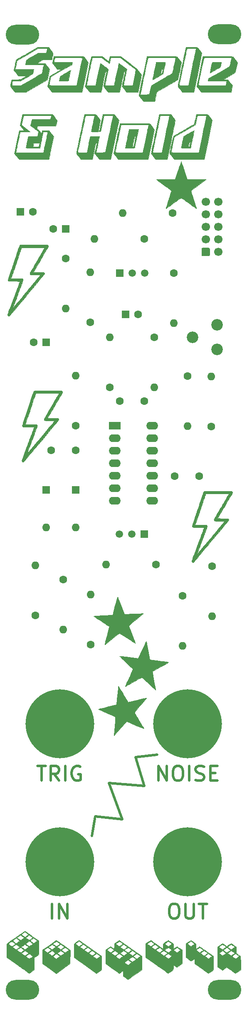
<source format=gbr>
%TF.GenerationSoftware,KiCad,Pcbnew,5.1.9-73d0e3b20d~88~ubuntu20.10.1*%
%TF.CreationDate,2021-03-12T20:59:03+01:00*%
%TF.ProjectId,kosmo-sample-and-hold,6b6f736d-6f2d-4736-916d-706c652d616e,v1.0.0*%
%TF.SameCoordinates,Original*%
%TF.FileFunction,Soldermask,Top*%
%TF.FilePolarity,Negative*%
%FSLAX46Y46*%
G04 Gerber Fmt 4.6, Leading zero omitted, Abs format (unit mm)*
G04 Created by KiCad (PCBNEW 5.1.9-73d0e3b20d~88~ubuntu20.10.1) date 2021-03-12 20:59:03*
%MOMM*%
%LPD*%
G01*
G04 APERTURE LIST*
%ADD10C,0.500000*%
%ADD11C,0.010000*%
%ADD12C,2.340000*%
%ADD13O,1.600000X1.600000*%
%ADD14C,1.600000*%
%ADD15C,1.700000*%
%ADD16R,1.600000X1.600000*%
%ADD17C,14.000000*%
%ADD18O,6.800000X4.000000*%
%ADD19O,2.400000X1.600000*%
%ADD20R,2.400000X1.600000*%
%ADD21R,1.500000X1.500000*%
%ADD22C,1.500000*%
G04 APERTURE END LIST*
D10*
X104200000Y-191800000D02*
X103500000Y-195800000D01*
X109700000Y-192400000D02*
X104200000Y-191800000D01*
X107000000Y-185000000D02*
X109700000Y-192400000D01*
X114200000Y-185600000D02*
X107000000Y-185000000D01*
X112400000Y-179800000D02*
X114200000Y-185600000D01*
X116800000Y-179300000D02*
X112400000Y-179800000D01*
X95428571Y-212557142D02*
X95428571Y-209557142D01*
X96857142Y-212557142D02*
X96857142Y-209557142D01*
X98571428Y-212557142D01*
X98571428Y-209557142D01*
X120000000Y-209557142D02*
X120571428Y-209557142D01*
X120857142Y-209700000D01*
X121142857Y-209985714D01*
X121285714Y-210557142D01*
X121285714Y-211557142D01*
X121142857Y-212128571D01*
X120857142Y-212414285D01*
X120571428Y-212557142D01*
X120000000Y-212557142D01*
X119714285Y-212414285D01*
X119428571Y-212128571D01*
X119285714Y-211557142D01*
X119285714Y-210557142D01*
X119428571Y-209985714D01*
X119714285Y-209700000D01*
X120000000Y-209557142D01*
X122571428Y-209557142D02*
X122571428Y-211985714D01*
X122714285Y-212271428D01*
X122857142Y-212414285D01*
X123142857Y-212557142D01*
X123714285Y-212557142D01*
X124000000Y-212414285D01*
X124142857Y-212271428D01*
X124285714Y-211985714D01*
X124285714Y-209557142D01*
X125285714Y-209557142D02*
X127000000Y-209557142D01*
X126142857Y-212557142D02*
X126142857Y-209557142D01*
X92428571Y-181557142D02*
X94142857Y-181557142D01*
X93285714Y-184557142D02*
X93285714Y-181557142D01*
X96857142Y-184557142D02*
X95857142Y-183128571D01*
X95142857Y-184557142D02*
X95142857Y-181557142D01*
X96285714Y-181557142D01*
X96571428Y-181700000D01*
X96714285Y-181842857D01*
X96857142Y-182128571D01*
X96857142Y-182557142D01*
X96714285Y-182842857D01*
X96571428Y-182985714D01*
X96285714Y-183128571D01*
X95142857Y-183128571D01*
X98142857Y-184557142D02*
X98142857Y-181557142D01*
X101142857Y-181700000D02*
X100857142Y-181557142D01*
X100428571Y-181557142D01*
X100000000Y-181700000D01*
X99714285Y-181985714D01*
X99571428Y-182271428D01*
X99428571Y-182842857D01*
X99428571Y-183271428D01*
X99571428Y-183842857D01*
X99714285Y-184128571D01*
X100000000Y-184414285D01*
X100428571Y-184557142D01*
X100714285Y-184557142D01*
X101142857Y-184414285D01*
X101285714Y-184271428D01*
X101285714Y-183271428D01*
X100714285Y-183271428D01*
X117071428Y-184557142D02*
X117071428Y-181557142D01*
X118785714Y-184557142D01*
X118785714Y-181557142D01*
X120785714Y-181557142D02*
X121357142Y-181557142D01*
X121642857Y-181700000D01*
X121928571Y-181985714D01*
X122071428Y-182557142D01*
X122071428Y-183557142D01*
X121928571Y-184128571D01*
X121642857Y-184414285D01*
X121357142Y-184557142D01*
X120785714Y-184557142D01*
X120500000Y-184414285D01*
X120214285Y-184128571D01*
X120071428Y-183557142D01*
X120071428Y-182557142D01*
X120214285Y-181985714D01*
X120500000Y-181700000D01*
X120785714Y-181557142D01*
X123357142Y-184557142D02*
X123357142Y-181557142D01*
X124642857Y-184414285D02*
X125071428Y-184557142D01*
X125785714Y-184557142D01*
X126071428Y-184414285D01*
X126214285Y-184271428D01*
X126357142Y-183985714D01*
X126357142Y-183700000D01*
X126214285Y-183414285D01*
X126071428Y-183271428D01*
X125785714Y-183128571D01*
X125214285Y-182985714D01*
X124928571Y-182842857D01*
X124785714Y-182700000D01*
X124642857Y-182414285D01*
X124642857Y-182128571D01*
X124785714Y-181842857D01*
X124928571Y-181700000D01*
X125214285Y-181557142D01*
X125928571Y-181557142D01*
X126357142Y-181700000D01*
X127642857Y-182985714D02*
X128642857Y-182985714D01*
X129071428Y-184557142D02*
X127642857Y-184557142D01*
X127642857Y-181557142D01*
X129071428Y-181557142D01*
D11*
%TO.C,G\u002A\u002A\u002A*%
G36*
X121721367Y-58871424D02*
G01*
X121770385Y-59004222D01*
X121843103Y-59212579D01*
X121935920Y-59485882D01*
X122045234Y-59813518D01*
X122167444Y-60184873D01*
X122298950Y-60589334D01*
X122311485Y-60628130D01*
X122893800Y-62431461D01*
X124815733Y-62431530D01*
X125303011Y-62432755D01*
X125730493Y-62436271D01*
X126090897Y-62441900D01*
X126376939Y-62449461D01*
X126581338Y-62458774D01*
X126696812Y-62469659D01*
X126720733Y-62478612D01*
X126677038Y-62518225D01*
X126560177Y-62610185D01*
X126379475Y-62747526D01*
X126144253Y-62923278D01*
X125863836Y-63130476D01*
X125547546Y-63362153D01*
X125212729Y-63605530D01*
X124869876Y-63855068D01*
X124553477Y-64087711D01*
X124272928Y-64296369D01*
X124037625Y-64473954D01*
X123856964Y-64613376D01*
X123740340Y-64707545D01*
X123697285Y-64748955D01*
X123706153Y-64812060D01*
X123743319Y-64958659D01*
X123804992Y-65175849D01*
X123887378Y-65450726D01*
X123986686Y-65770385D01*
X124099124Y-66121923D01*
X124116279Y-66174737D01*
X124287789Y-66702253D01*
X124429936Y-67141047D01*
X124545060Y-67498922D01*
X124635503Y-67783682D01*
X124703605Y-68003130D01*
X124751710Y-68165070D01*
X124782156Y-68277305D01*
X124797287Y-68347640D01*
X124799444Y-68383878D01*
X124790967Y-68393822D01*
X124780895Y-68389901D01*
X124727609Y-68352723D01*
X124601785Y-68262717D01*
X124413041Y-68126830D01*
X124170995Y-67952007D01*
X123885265Y-67745197D01*
X123565469Y-67513344D01*
X123233782Y-67272520D01*
X122891244Y-67024515D01*
X122574041Y-66796525D01*
X122291653Y-66595237D01*
X122053559Y-66427336D01*
X121869240Y-66299508D01*
X121748175Y-66218439D01*
X121700058Y-66190800D01*
X121650013Y-66219668D01*
X121527428Y-66301818D01*
X121341783Y-66430569D01*
X121102555Y-66599238D01*
X120819223Y-66801143D01*
X120501265Y-67029603D01*
X120165250Y-67272786D01*
X119821574Y-67522200D01*
X119502712Y-67753286D01*
X119218277Y-67959099D01*
X118977882Y-68132698D01*
X118791141Y-68267140D01*
X118667668Y-68355482D01*
X118617487Y-68390533D01*
X118597183Y-68369213D01*
X118613465Y-68263834D01*
X118649454Y-68134047D01*
X118687725Y-68012473D01*
X118752810Y-67809031D01*
X118839962Y-67538423D01*
X118944429Y-67215356D01*
X119061464Y-66854531D01*
X119186316Y-66470654D01*
X119233129Y-66326987D01*
X119353907Y-65952252D01*
X119462451Y-65607226D01*
X119555143Y-65304073D01*
X119628365Y-65054958D01*
X119678499Y-64872043D01*
X119701926Y-64767494D01*
X119702604Y-64748668D01*
X119657133Y-64705273D01*
X119538449Y-64609732D01*
X119355909Y-64469099D01*
X119118871Y-64290426D01*
X118836693Y-64080768D01*
X118518731Y-63847178D01*
X118174517Y-63596835D01*
X117831472Y-63347538D01*
X117515918Y-63116261D01*
X117237006Y-62909862D01*
X117003888Y-62735197D01*
X116825714Y-62599125D01*
X116711637Y-62508502D01*
X116670808Y-62470187D01*
X116670799Y-62470055D01*
X116719754Y-62461421D01*
X116859239Y-62453445D01*
X117078184Y-62446350D01*
X117365520Y-62440362D01*
X117710179Y-62435703D01*
X118101090Y-62432599D01*
X118527185Y-62431272D01*
X118588500Y-62431241D01*
X120506200Y-62430883D01*
X121088164Y-60627841D01*
X121220283Y-60220875D01*
X121343444Y-59846032D01*
X121454048Y-59513929D01*
X121548494Y-59235180D01*
X121623183Y-59020400D01*
X121674514Y-58880204D01*
X121698887Y-58825208D01*
X121699649Y-58824800D01*
X121721367Y-58871424D01*
G37*
X121721367Y-58871424D02*
X121770385Y-59004222D01*
X121843103Y-59212579D01*
X121935920Y-59485882D01*
X122045234Y-59813518D01*
X122167444Y-60184873D01*
X122298950Y-60589334D01*
X122311485Y-60628130D01*
X122893800Y-62431461D01*
X124815733Y-62431530D01*
X125303011Y-62432755D01*
X125730493Y-62436271D01*
X126090897Y-62441900D01*
X126376939Y-62449461D01*
X126581338Y-62458774D01*
X126696812Y-62469659D01*
X126720733Y-62478612D01*
X126677038Y-62518225D01*
X126560177Y-62610185D01*
X126379475Y-62747526D01*
X126144253Y-62923278D01*
X125863836Y-63130476D01*
X125547546Y-63362153D01*
X125212729Y-63605530D01*
X124869876Y-63855068D01*
X124553477Y-64087711D01*
X124272928Y-64296369D01*
X124037625Y-64473954D01*
X123856964Y-64613376D01*
X123740340Y-64707545D01*
X123697285Y-64748955D01*
X123706153Y-64812060D01*
X123743319Y-64958659D01*
X123804992Y-65175849D01*
X123887378Y-65450726D01*
X123986686Y-65770385D01*
X124099124Y-66121923D01*
X124116279Y-66174737D01*
X124287789Y-66702253D01*
X124429936Y-67141047D01*
X124545060Y-67498922D01*
X124635503Y-67783682D01*
X124703605Y-68003130D01*
X124751710Y-68165070D01*
X124782156Y-68277305D01*
X124797287Y-68347640D01*
X124799444Y-68383878D01*
X124790967Y-68393822D01*
X124780895Y-68389901D01*
X124727609Y-68352723D01*
X124601785Y-68262717D01*
X124413041Y-68126830D01*
X124170995Y-67952007D01*
X123885265Y-67745197D01*
X123565469Y-67513344D01*
X123233782Y-67272520D01*
X122891244Y-67024515D01*
X122574041Y-66796525D01*
X122291653Y-66595237D01*
X122053559Y-66427336D01*
X121869240Y-66299508D01*
X121748175Y-66218439D01*
X121700058Y-66190800D01*
X121650013Y-66219668D01*
X121527428Y-66301818D01*
X121341783Y-66430569D01*
X121102555Y-66599238D01*
X120819223Y-66801143D01*
X120501265Y-67029603D01*
X120165250Y-67272786D01*
X119821574Y-67522200D01*
X119502712Y-67753286D01*
X119218277Y-67959099D01*
X118977882Y-68132698D01*
X118791141Y-68267140D01*
X118667668Y-68355482D01*
X118617487Y-68390533D01*
X118597183Y-68369213D01*
X118613465Y-68263834D01*
X118649454Y-68134047D01*
X118687725Y-68012473D01*
X118752810Y-67809031D01*
X118839962Y-67538423D01*
X118944429Y-67215356D01*
X119061464Y-66854531D01*
X119186316Y-66470654D01*
X119233129Y-66326987D01*
X119353907Y-65952252D01*
X119462451Y-65607226D01*
X119555143Y-65304073D01*
X119628365Y-65054958D01*
X119678499Y-64872043D01*
X119701926Y-64767494D01*
X119702604Y-64748668D01*
X119657133Y-64705273D01*
X119538449Y-64609732D01*
X119355909Y-64469099D01*
X119118871Y-64290426D01*
X118836693Y-64080768D01*
X118518731Y-63847178D01*
X118174517Y-63596835D01*
X117831472Y-63347538D01*
X117515918Y-63116261D01*
X117237006Y-62909862D01*
X117003888Y-62735197D01*
X116825714Y-62599125D01*
X116711637Y-62508502D01*
X116670808Y-62470187D01*
X116670799Y-62470055D01*
X116719754Y-62461421D01*
X116859239Y-62453445D01*
X117078184Y-62446350D01*
X117365520Y-62440362D01*
X117710179Y-62435703D01*
X118101090Y-62432599D01*
X118527185Y-62431272D01*
X118588500Y-62431241D01*
X120506200Y-62430883D01*
X121088164Y-60627841D01*
X121220283Y-60220875D01*
X121343444Y-59846032D01*
X121454048Y-59513929D01*
X121548494Y-59235180D01*
X121623183Y-59020400D01*
X121674514Y-58880204D01*
X121698887Y-58825208D01*
X121699649Y-58824800D01*
X121721367Y-58871424D01*
G36*
X132066170Y-125844718D02*
G01*
X132131803Y-125937961D01*
X132145018Y-126039011D01*
X132106765Y-126156318D01*
X132102145Y-126165431D01*
X132080621Y-126203918D01*
X132032909Y-126287109D01*
X131961337Y-126410998D01*
X131868237Y-126571578D01*
X131755938Y-126764843D01*
X131626770Y-126986788D01*
X131483063Y-127233406D01*
X131327147Y-127500690D01*
X131161351Y-127784635D01*
X130988005Y-128081234D01*
X130982764Y-128090196D01*
X130797533Y-128406988D01*
X130610954Y-128726102D01*
X130426475Y-129041638D01*
X130247547Y-129347697D01*
X130077618Y-129638378D01*
X129920137Y-129907780D01*
X129778554Y-130150005D01*
X129656318Y-130359150D01*
X129556877Y-130529317D01*
X129505972Y-130616445D01*
X129102040Y-131307889D01*
X130173044Y-131322000D01*
X130446931Y-131325670D01*
X130669986Y-131329000D01*
X130847813Y-131332374D01*
X130986018Y-131336177D01*
X131090209Y-131340792D01*
X131165991Y-131346603D01*
X131218971Y-131353996D01*
X131254754Y-131363353D01*
X131278947Y-131375060D01*
X131297157Y-131389501D01*
X131307660Y-131399754D01*
X131359843Y-131485780D01*
X131371272Y-131571834D01*
X131369555Y-131594957D01*
X131362739Y-131621271D01*
X131348325Y-131653977D01*
X131323815Y-131696280D01*
X131286711Y-131751382D01*
X131234515Y-131822488D01*
X131164728Y-131912799D01*
X131074853Y-132025520D01*
X130962390Y-132163854D01*
X130824843Y-132331004D01*
X130659712Y-132530174D01*
X130464500Y-132764566D01*
X130236708Y-133037385D01*
X130111311Y-133187413D01*
X129676133Y-133707944D01*
X129271936Y-134191369D01*
X128893519Y-134643906D01*
X128535681Y-135071774D01*
X128193222Y-135481188D01*
X127860940Y-135878368D01*
X127533636Y-136269530D01*
X127206107Y-136660891D01*
X126873154Y-137058670D01*
X126773168Y-137178111D01*
X126595493Y-137390365D01*
X126390221Y-137635602D01*
X126165979Y-137903517D01*
X125931390Y-138183805D01*
X125695082Y-138466160D01*
X125465679Y-138740275D01*
X125251806Y-138995846D01*
X125199081Y-139058853D01*
X125023034Y-139268598D01*
X124855851Y-139466563D01*
X124701437Y-139648212D01*
X124563698Y-139809004D01*
X124446539Y-139944401D01*
X124353866Y-140049864D01*
X124289584Y-140120853D01*
X124258075Y-140152464D01*
X124153586Y-140205186D01*
X124048758Y-140202061D01*
X123948537Y-140143440D01*
X123933829Y-140129505D01*
X123877118Y-140054586D01*
X123851634Y-139982493D01*
X123851333Y-139975605D01*
X123860989Y-139935527D01*
X123888675Y-139848080D01*
X123932473Y-139718692D01*
X123990460Y-139552794D01*
X124060716Y-139355817D01*
X124141321Y-139133191D01*
X124230354Y-138890345D01*
X124325894Y-138632710D01*
X124333728Y-138611711D01*
X124450673Y-138298406D01*
X124579224Y-137954054D01*
X124714383Y-137592040D01*
X124851153Y-137225749D01*
X124984536Y-136868564D01*
X125109534Y-136533872D01*
X125221149Y-136235056D01*
X125248399Y-136162111D01*
X125356584Y-135872513D01*
X125473579Y-135559315D01*
X125594607Y-135235306D01*
X125714891Y-134913274D01*
X125829655Y-134606008D01*
X125934122Y-134326297D01*
X126021893Y-134091271D01*
X126101953Y-133876193D01*
X126175335Y-133677726D01*
X126239773Y-133502103D01*
X126293001Y-133355555D01*
X126332752Y-133244317D01*
X126356760Y-133174620D01*
X126363111Y-133152882D01*
X126335887Y-133147365D01*
X126258207Y-133142287D01*
X126136061Y-133137784D01*
X125975434Y-133133993D01*
X125782317Y-133131049D01*
X125562696Y-133129088D01*
X125322561Y-133128245D01*
X125275649Y-133128223D01*
X124978419Y-133127997D01*
X124732435Y-133126874D01*
X124532500Y-133124180D01*
X124373415Y-133119246D01*
X124249982Y-133111399D01*
X124157004Y-133099968D01*
X124089283Y-133084282D01*
X124041620Y-133063670D01*
X124008819Y-133037459D01*
X123985680Y-133004980D01*
X123967007Y-132965559D01*
X123964196Y-132958827D01*
X123940909Y-132866257D01*
X123954819Y-132768431D01*
X123955842Y-132764856D01*
X123969295Y-132722832D01*
X123999464Y-132631511D01*
X124013236Y-132590194D01*
X124561078Y-132590194D01*
X125718560Y-132598153D01*
X126876041Y-132606111D01*
X126944131Y-132685296D01*
X126994287Y-132769420D01*
X127012222Y-132849550D01*
X127002548Y-132893006D01*
X126974860Y-132983507D01*
X126931157Y-133115318D01*
X126873436Y-133282709D01*
X126803697Y-133479945D01*
X126723938Y-133701293D01*
X126636157Y-133941021D01*
X126562636Y-134139143D01*
X126463160Y-134405609D01*
X126347862Y-134714374D01*
X126220690Y-135054869D01*
X126085594Y-135416524D01*
X125946522Y-135788768D01*
X125807422Y-136161033D01*
X125672244Y-136522749D01*
X125544935Y-136863347D01*
X125518414Y-136934291D01*
X125394366Y-137266129D01*
X125288667Y-137549004D01*
X125199903Y-137786824D01*
X125126659Y-137983497D01*
X125067522Y-138142931D01*
X125021079Y-138269034D01*
X124985914Y-138365715D01*
X124960614Y-138436883D01*
X124943766Y-138486444D01*
X124933955Y-138518308D01*
X124929767Y-138536383D01*
X124929789Y-138544577D01*
X124932607Y-138546798D01*
X124935016Y-138546889D01*
X124954712Y-138525879D01*
X125007242Y-138465472D01*
X125089275Y-138369609D01*
X125197477Y-138242226D01*
X125328514Y-138087262D01*
X125479054Y-137908657D01*
X125645764Y-137710347D01*
X125825311Y-137496271D01*
X125929850Y-137371415D01*
X126137654Y-137123076D01*
X126352598Y-136866216D01*
X126568511Y-136608205D01*
X126779223Y-136356418D01*
X126978564Y-136118228D01*
X127160362Y-135901007D01*
X127318448Y-135712129D01*
X127446651Y-135558966D01*
X127449666Y-135555364D01*
X127885354Y-135034805D01*
X128285377Y-134556687D01*
X128650379Y-134120233D01*
X128981007Y-133724669D01*
X129277905Y-133369222D01*
X129541719Y-133053115D01*
X129773094Y-132775574D01*
X129972675Y-132535825D01*
X130141108Y-132333092D01*
X130279038Y-132166601D01*
X130387110Y-132035578D01*
X130465970Y-131939247D01*
X130516262Y-131876833D01*
X130538633Y-131847562D01*
X130540000Y-131845076D01*
X130512841Y-131841572D01*
X130435619Y-131838357D01*
X130314714Y-131835527D01*
X130156507Y-131833180D01*
X129967378Y-131831413D01*
X129753709Y-131830322D01*
X129550366Y-131830000D01*
X129238504Y-131829083D01*
X128980800Y-131826339D01*
X128777725Y-131821783D01*
X128629749Y-131815429D01*
X128537344Y-131807289D01*
X128503755Y-131799506D01*
X128439986Y-131738004D01*
X128397403Y-131646585D01*
X128385442Y-131550538D01*
X128394557Y-131506900D01*
X128414172Y-131468126D01*
X128459346Y-131385976D01*
X128527053Y-131265745D01*
X128614265Y-131112726D01*
X128717957Y-130932214D01*
X128835100Y-130729503D01*
X128962668Y-130509888D01*
X129060960Y-130341383D01*
X129372658Y-129807935D01*
X129656976Y-129321274D01*
X129915040Y-128879472D01*
X130147972Y-128480595D01*
X130356898Y-128122715D01*
X130542940Y-127803900D01*
X130707224Y-127522220D01*
X130850873Y-127275743D01*
X130975011Y-127062540D01*
X131080762Y-126880678D01*
X131169252Y-126728228D01*
X131241602Y-126603259D01*
X131298939Y-126503840D01*
X131342385Y-126428040D01*
X131373065Y-126373928D01*
X131392103Y-126339575D01*
X131400623Y-126323048D01*
X131401048Y-126322029D01*
X131395845Y-126315180D01*
X131372484Y-126309193D01*
X131327735Y-126304017D01*
X131258371Y-126299603D01*
X131161162Y-126295901D01*
X131032878Y-126292860D01*
X130870292Y-126290432D01*
X130670173Y-126288566D01*
X130429293Y-126287212D01*
X130144424Y-126286321D01*
X129812335Y-126285842D01*
X129429798Y-126285727D01*
X129059452Y-126285878D01*
X128699912Y-126286261D01*
X128356826Y-126286912D01*
X128034355Y-126287807D01*
X127736659Y-126288920D01*
X127467900Y-126290227D01*
X127232240Y-126291703D01*
X127033838Y-126293324D01*
X126876857Y-126295064D01*
X126765458Y-126296898D01*
X126703801Y-126298803D01*
X126692393Y-126299990D01*
X126680504Y-126329358D01*
X126653634Y-126404134D01*
X126614615Y-126516167D01*
X126566277Y-126657306D01*
X126511453Y-126819398D01*
X126496848Y-126862889D01*
X126453027Y-126993367D01*
X126394776Y-127166503D01*
X126323680Y-127377602D01*
X126241324Y-127621971D01*
X126149293Y-127894915D01*
X126049173Y-128191741D01*
X125942549Y-128507754D01*
X125831006Y-128838260D01*
X125716130Y-129178565D01*
X125599506Y-129523976D01*
X125482719Y-129869798D01*
X125367355Y-130211337D01*
X125254998Y-130543899D01*
X125147234Y-130862790D01*
X125045649Y-131163317D01*
X124951828Y-131440784D01*
X124867355Y-131690498D01*
X124793817Y-131907765D01*
X124732798Y-132087891D01*
X124685885Y-132226181D01*
X124654661Y-132317943D01*
X124645688Y-132344153D01*
X124561078Y-132590194D01*
X124013236Y-132590194D01*
X124044949Y-132495054D01*
X124104351Y-132317622D01*
X124176271Y-132103379D01*
X124259311Y-131856484D01*
X124352070Y-131581099D01*
X124453150Y-131281387D01*
X124561151Y-130961508D01*
X124674675Y-130625623D01*
X124739831Y-130433000D01*
X124866950Y-130057141D01*
X124997493Y-129670871D01*
X125129064Y-129281295D01*
X125259267Y-128895519D01*
X125385705Y-128520648D01*
X125505984Y-128163788D01*
X125617708Y-127832043D01*
X125718480Y-127532521D01*
X125805906Y-127272326D01*
X125876889Y-127060652D01*
X125974881Y-126769376D01*
X126057411Y-126527354D01*
X126126184Y-126330071D01*
X126182903Y-126173009D01*
X126229272Y-126051652D01*
X126266994Y-125961484D01*
X126297775Y-125897989D01*
X126323318Y-125856649D01*
X126337395Y-125840041D01*
X126415213Y-125762223D01*
X131983675Y-125762223D01*
X132066170Y-125844718D01*
G37*
X132066170Y-125844718D02*
X132131803Y-125937961D01*
X132145018Y-126039011D01*
X132106765Y-126156318D01*
X132102145Y-126165431D01*
X132080621Y-126203918D01*
X132032909Y-126287109D01*
X131961337Y-126410998D01*
X131868237Y-126571578D01*
X131755938Y-126764843D01*
X131626770Y-126986788D01*
X131483063Y-127233406D01*
X131327147Y-127500690D01*
X131161351Y-127784635D01*
X130988005Y-128081234D01*
X130982764Y-128090196D01*
X130797533Y-128406988D01*
X130610954Y-128726102D01*
X130426475Y-129041638D01*
X130247547Y-129347697D01*
X130077618Y-129638378D01*
X129920137Y-129907780D01*
X129778554Y-130150005D01*
X129656318Y-130359150D01*
X129556877Y-130529317D01*
X129505972Y-130616445D01*
X129102040Y-131307889D01*
X130173044Y-131322000D01*
X130446931Y-131325670D01*
X130669986Y-131329000D01*
X130847813Y-131332374D01*
X130986018Y-131336177D01*
X131090209Y-131340792D01*
X131165991Y-131346603D01*
X131218971Y-131353996D01*
X131254754Y-131363353D01*
X131278947Y-131375060D01*
X131297157Y-131389501D01*
X131307660Y-131399754D01*
X131359843Y-131485780D01*
X131371272Y-131571834D01*
X131369555Y-131594957D01*
X131362739Y-131621271D01*
X131348325Y-131653977D01*
X131323815Y-131696280D01*
X131286711Y-131751382D01*
X131234515Y-131822488D01*
X131164728Y-131912799D01*
X131074853Y-132025520D01*
X130962390Y-132163854D01*
X130824843Y-132331004D01*
X130659712Y-132530174D01*
X130464500Y-132764566D01*
X130236708Y-133037385D01*
X130111311Y-133187413D01*
X129676133Y-133707944D01*
X129271936Y-134191369D01*
X128893519Y-134643906D01*
X128535681Y-135071774D01*
X128193222Y-135481188D01*
X127860940Y-135878368D01*
X127533636Y-136269530D01*
X127206107Y-136660891D01*
X126873154Y-137058670D01*
X126773168Y-137178111D01*
X126595493Y-137390365D01*
X126390221Y-137635602D01*
X126165979Y-137903517D01*
X125931390Y-138183805D01*
X125695082Y-138466160D01*
X125465679Y-138740275D01*
X125251806Y-138995846D01*
X125199081Y-139058853D01*
X125023034Y-139268598D01*
X124855851Y-139466563D01*
X124701437Y-139648212D01*
X124563698Y-139809004D01*
X124446539Y-139944401D01*
X124353866Y-140049864D01*
X124289584Y-140120853D01*
X124258075Y-140152464D01*
X124153586Y-140205186D01*
X124048758Y-140202061D01*
X123948537Y-140143440D01*
X123933829Y-140129505D01*
X123877118Y-140054586D01*
X123851634Y-139982493D01*
X123851333Y-139975605D01*
X123860989Y-139935527D01*
X123888675Y-139848080D01*
X123932473Y-139718692D01*
X123990460Y-139552794D01*
X124060716Y-139355817D01*
X124141321Y-139133191D01*
X124230354Y-138890345D01*
X124325894Y-138632710D01*
X124333728Y-138611711D01*
X124450673Y-138298406D01*
X124579224Y-137954054D01*
X124714383Y-137592040D01*
X124851153Y-137225749D01*
X124984536Y-136868564D01*
X125109534Y-136533872D01*
X125221149Y-136235056D01*
X125248399Y-136162111D01*
X125356584Y-135872513D01*
X125473579Y-135559315D01*
X125594607Y-135235306D01*
X125714891Y-134913274D01*
X125829655Y-134606008D01*
X125934122Y-134326297D01*
X126021893Y-134091271D01*
X126101953Y-133876193D01*
X126175335Y-133677726D01*
X126239773Y-133502103D01*
X126293001Y-133355555D01*
X126332752Y-133244317D01*
X126356760Y-133174620D01*
X126363111Y-133152882D01*
X126335887Y-133147365D01*
X126258207Y-133142287D01*
X126136061Y-133137784D01*
X125975434Y-133133993D01*
X125782317Y-133131049D01*
X125562696Y-133129088D01*
X125322561Y-133128245D01*
X125275649Y-133128223D01*
X124978419Y-133127997D01*
X124732435Y-133126874D01*
X124532500Y-133124180D01*
X124373415Y-133119246D01*
X124249982Y-133111399D01*
X124157004Y-133099968D01*
X124089283Y-133084282D01*
X124041620Y-133063670D01*
X124008819Y-133037459D01*
X123985680Y-133004980D01*
X123967007Y-132965559D01*
X123964196Y-132958827D01*
X123940909Y-132866257D01*
X123954819Y-132768431D01*
X123955842Y-132764856D01*
X123969295Y-132722832D01*
X123999464Y-132631511D01*
X124013236Y-132590194D01*
X124561078Y-132590194D01*
X125718560Y-132598153D01*
X126876041Y-132606111D01*
X126944131Y-132685296D01*
X126994287Y-132769420D01*
X127012222Y-132849550D01*
X127002548Y-132893006D01*
X126974860Y-132983507D01*
X126931157Y-133115318D01*
X126873436Y-133282709D01*
X126803697Y-133479945D01*
X126723938Y-133701293D01*
X126636157Y-133941021D01*
X126562636Y-134139143D01*
X126463160Y-134405609D01*
X126347862Y-134714374D01*
X126220690Y-135054869D01*
X126085594Y-135416524D01*
X125946522Y-135788768D01*
X125807422Y-136161033D01*
X125672244Y-136522749D01*
X125544935Y-136863347D01*
X125518414Y-136934291D01*
X125394366Y-137266129D01*
X125288667Y-137549004D01*
X125199903Y-137786824D01*
X125126659Y-137983497D01*
X125067522Y-138142931D01*
X125021079Y-138269034D01*
X124985914Y-138365715D01*
X124960614Y-138436883D01*
X124943766Y-138486444D01*
X124933955Y-138518308D01*
X124929767Y-138536383D01*
X124929789Y-138544577D01*
X124932607Y-138546798D01*
X124935016Y-138546889D01*
X124954712Y-138525879D01*
X125007242Y-138465472D01*
X125089275Y-138369609D01*
X125197477Y-138242226D01*
X125328514Y-138087262D01*
X125479054Y-137908657D01*
X125645764Y-137710347D01*
X125825311Y-137496271D01*
X125929850Y-137371415D01*
X126137654Y-137123076D01*
X126352598Y-136866216D01*
X126568511Y-136608205D01*
X126779223Y-136356418D01*
X126978564Y-136118228D01*
X127160362Y-135901007D01*
X127318448Y-135712129D01*
X127446651Y-135558966D01*
X127449666Y-135555364D01*
X127885354Y-135034805D01*
X128285377Y-134556687D01*
X128650379Y-134120233D01*
X128981007Y-133724669D01*
X129277905Y-133369222D01*
X129541719Y-133053115D01*
X129773094Y-132775574D01*
X129972675Y-132535825D01*
X130141108Y-132333092D01*
X130279038Y-132166601D01*
X130387110Y-132035578D01*
X130465970Y-131939247D01*
X130516262Y-131876833D01*
X130538633Y-131847562D01*
X130540000Y-131845076D01*
X130512841Y-131841572D01*
X130435619Y-131838357D01*
X130314714Y-131835527D01*
X130156507Y-131833180D01*
X129967378Y-131831413D01*
X129753709Y-131830322D01*
X129550366Y-131830000D01*
X129238504Y-131829083D01*
X128980800Y-131826339D01*
X128777725Y-131821783D01*
X128629749Y-131815429D01*
X128537344Y-131807289D01*
X128503755Y-131799506D01*
X128439986Y-131738004D01*
X128397403Y-131646585D01*
X128385442Y-131550538D01*
X128394557Y-131506900D01*
X128414172Y-131468126D01*
X128459346Y-131385976D01*
X128527053Y-131265745D01*
X128614265Y-131112726D01*
X128717957Y-130932214D01*
X128835100Y-130729503D01*
X128962668Y-130509888D01*
X129060960Y-130341383D01*
X129372658Y-129807935D01*
X129656976Y-129321274D01*
X129915040Y-128879472D01*
X130147972Y-128480595D01*
X130356898Y-128122715D01*
X130542940Y-127803900D01*
X130707224Y-127522220D01*
X130850873Y-127275743D01*
X130975011Y-127062540D01*
X131080762Y-126880678D01*
X131169252Y-126728228D01*
X131241602Y-126603259D01*
X131298939Y-126503840D01*
X131342385Y-126428040D01*
X131373065Y-126373928D01*
X131392103Y-126339575D01*
X131400623Y-126323048D01*
X131401048Y-126322029D01*
X131395845Y-126315180D01*
X131372484Y-126309193D01*
X131327735Y-126304017D01*
X131258371Y-126299603D01*
X131161162Y-126295901D01*
X131032878Y-126292860D01*
X130870292Y-126290432D01*
X130670173Y-126288566D01*
X130429293Y-126287212D01*
X130144424Y-126286321D01*
X129812335Y-126285842D01*
X129429798Y-126285727D01*
X129059452Y-126285878D01*
X128699912Y-126286261D01*
X128356826Y-126286912D01*
X128034355Y-126287807D01*
X127736659Y-126288920D01*
X127467900Y-126290227D01*
X127232240Y-126291703D01*
X127033838Y-126293324D01*
X126876857Y-126295064D01*
X126765458Y-126296898D01*
X126703801Y-126298803D01*
X126692393Y-126299990D01*
X126680504Y-126329358D01*
X126653634Y-126404134D01*
X126614615Y-126516167D01*
X126566277Y-126657306D01*
X126511453Y-126819398D01*
X126496848Y-126862889D01*
X126453027Y-126993367D01*
X126394776Y-127166503D01*
X126323680Y-127377602D01*
X126241324Y-127621971D01*
X126149293Y-127894915D01*
X126049173Y-128191741D01*
X125942549Y-128507754D01*
X125831006Y-128838260D01*
X125716130Y-129178565D01*
X125599506Y-129523976D01*
X125482719Y-129869798D01*
X125367355Y-130211337D01*
X125254998Y-130543899D01*
X125147234Y-130862790D01*
X125045649Y-131163317D01*
X124951828Y-131440784D01*
X124867355Y-131690498D01*
X124793817Y-131907765D01*
X124732798Y-132087891D01*
X124685885Y-132226181D01*
X124654661Y-132317943D01*
X124645688Y-132344153D01*
X124561078Y-132590194D01*
X124013236Y-132590194D01*
X124044949Y-132495054D01*
X124104351Y-132317622D01*
X124176271Y-132103379D01*
X124259311Y-131856484D01*
X124352070Y-131581099D01*
X124453150Y-131281387D01*
X124561151Y-130961508D01*
X124674675Y-130625623D01*
X124739831Y-130433000D01*
X124866950Y-130057141D01*
X124997493Y-129670871D01*
X125129064Y-129281295D01*
X125259267Y-128895519D01*
X125385705Y-128520648D01*
X125505984Y-128163788D01*
X125617708Y-127832043D01*
X125718480Y-127532521D01*
X125805906Y-127272326D01*
X125876889Y-127060652D01*
X125974881Y-126769376D01*
X126057411Y-126527354D01*
X126126184Y-126330071D01*
X126182903Y-126173009D01*
X126229272Y-126051652D01*
X126266994Y-125961484D01*
X126297775Y-125897989D01*
X126323318Y-125856649D01*
X126337395Y-125840041D01*
X126415213Y-125762223D01*
X131983675Y-125762223D01*
X132066170Y-125844718D01*
G36*
X97466170Y-105444718D02*
G01*
X97531803Y-105537961D01*
X97545018Y-105639011D01*
X97506765Y-105756318D01*
X97502145Y-105765431D01*
X97480621Y-105803918D01*
X97432909Y-105887109D01*
X97361337Y-106010998D01*
X97268237Y-106171578D01*
X97155938Y-106364843D01*
X97026770Y-106586788D01*
X96883063Y-106833406D01*
X96727147Y-107100690D01*
X96561351Y-107384635D01*
X96388005Y-107681234D01*
X96382764Y-107690196D01*
X96197533Y-108006988D01*
X96010954Y-108326102D01*
X95826475Y-108641638D01*
X95647547Y-108947697D01*
X95477618Y-109238378D01*
X95320137Y-109507780D01*
X95178554Y-109750005D01*
X95056318Y-109959150D01*
X94956877Y-110129317D01*
X94905972Y-110216445D01*
X94502040Y-110907889D01*
X95573044Y-110922000D01*
X95846931Y-110925670D01*
X96069986Y-110929000D01*
X96247813Y-110932374D01*
X96386018Y-110936177D01*
X96490209Y-110940792D01*
X96565991Y-110946603D01*
X96618971Y-110953996D01*
X96654754Y-110963353D01*
X96678947Y-110975060D01*
X96697157Y-110989501D01*
X96707660Y-110999754D01*
X96759843Y-111085780D01*
X96771272Y-111171834D01*
X96769555Y-111194957D01*
X96762739Y-111221271D01*
X96748325Y-111253977D01*
X96723815Y-111296280D01*
X96686711Y-111351382D01*
X96634515Y-111422488D01*
X96564728Y-111512799D01*
X96474853Y-111625520D01*
X96362390Y-111763854D01*
X96224843Y-111931004D01*
X96059712Y-112130174D01*
X95864500Y-112364566D01*
X95636708Y-112637385D01*
X95511311Y-112787413D01*
X95076133Y-113307944D01*
X94671936Y-113791369D01*
X94293519Y-114243906D01*
X93935681Y-114671774D01*
X93593222Y-115081188D01*
X93260940Y-115478368D01*
X92933636Y-115869530D01*
X92606107Y-116260891D01*
X92273154Y-116658670D01*
X92173168Y-116778111D01*
X91995493Y-116990365D01*
X91790221Y-117235602D01*
X91565979Y-117503517D01*
X91331390Y-117783805D01*
X91095082Y-118066160D01*
X90865679Y-118340275D01*
X90651806Y-118595846D01*
X90599081Y-118658853D01*
X90423034Y-118868598D01*
X90255851Y-119066563D01*
X90101437Y-119248212D01*
X89963698Y-119409004D01*
X89846539Y-119544401D01*
X89753866Y-119649864D01*
X89689584Y-119720853D01*
X89658075Y-119752464D01*
X89553586Y-119805186D01*
X89448758Y-119802061D01*
X89348537Y-119743440D01*
X89333829Y-119729505D01*
X89277118Y-119654586D01*
X89251634Y-119582493D01*
X89251333Y-119575605D01*
X89260989Y-119535527D01*
X89288675Y-119448080D01*
X89332473Y-119318692D01*
X89390460Y-119152794D01*
X89460716Y-118955817D01*
X89541321Y-118733191D01*
X89630354Y-118490345D01*
X89725894Y-118232710D01*
X89733728Y-118211711D01*
X89850673Y-117898406D01*
X89979224Y-117554054D01*
X90114383Y-117192040D01*
X90251153Y-116825749D01*
X90384536Y-116468564D01*
X90509534Y-116133872D01*
X90621149Y-115835056D01*
X90648399Y-115762111D01*
X90756584Y-115472513D01*
X90873579Y-115159315D01*
X90994607Y-114835306D01*
X91114891Y-114513274D01*
X91229655Y-114206008D01*
X91334122Y-113926297D01*
X91421893Y-113691271D01*
X91501953Y-113476193D01*
X91575335Y-113277726D01*
X91639773Y-113102103D01*
X91693001Y-112955555D01*
X91732752Y-112844317D01*
X91756760Y-112774620D01*
X91763111Y-112752882D01*
X91735887Y-112747365D01*
X91658207Y-112742287D01*
X91536061Y-112737784D01*
X91375434Y-112733993D01*
X91182317Y-112731049D01*
X90962696Y-112729088D01*
X90722561Y-112728245D01*
X90675649Y-112728223D01*
X90378419Y-112727997D01*
X90132435Y-112726874D01*
X89932500Y-112724180D01*
X89773415Y-112719246D01*
X89649982Y-112711399D01*
X89557004Y-112699968D01*
X89489283Y-112684282D01*
X89441620Y-112663670D01*
X89408819Y-112637459D01*
X89385680Y-112604980D01*
X89367007Y-112565559D01*
X89364196Y-112558827D01*
X89340909Y-112466257D01*
X89354819Y-112368431D01*
X89355842Y-112364856D01*
X89369295Y-112322832D01*
X89399464Y-112231511D01*
X89413236Y-112190194D01*
X89961078Y-112190194D01*
X91118560Y-112198153D01*
X92276041Y-112206111D01*
X92344131Y-112285296D01*
X92394287Y-112369420D01*
X92412222Y-112449550D01*
X92402548Y-112493006D01*
X92374860Y-112583507D01*
X92331157Y-112715318D01*
X92273436Y-112882709D01*
X92203697Y-113079945D01*
X92123938Y-113301293D01*
X92036157Y-113541021D01*
X91962636Y-113739143D01*
X91863160Y-114005609D01*
X91747862Y-114314374D01*
X91620690Y-114654869D01*
X91485594Y-115016524D01*
X91346522Y-115388768D01*
X91207422Y-115761033D01*
X91072244Y-116122749D01*
X90944935Y-116463347D01*
X90918414Y-116534291D01*
X90794366Y-116866129D01*
X90688667Y-117149004D01*
X90599903Y-117386824D01*
X90526659Y-117583497D01*
X90467522Y-117742931D01*
X90421079Y-117869034D01*
X90385914Y-117965715D01*
X90360614Y-118036883D01*
X90343766Y-118086444D01*
X90333955Y-118118308D01*
X90329767Y-118136383D01*
X90329789Y-118144577D01*
X90332607Y-118146798D01*
X90335016Y-118146889D01*
X90354712Y-118125879D01*
X90407242Y-118065472D01*
X90489275Y-117969609D01*
X90597477Y-117842226D01*
X90728514Y-117687262D01*
X90879054Y-117508657D01*
X91045764Y-117310347D01*
X91225311Y-117096271D01*
X91329850Y-116971415D01*
X91537654Y-116723076D01*
X91752598Y-116466216D01*
X91968511Y-116208205D01*
X92179223Y-115956418D01*
X92378564Y-115718228D01*
X92560362Y-115501007D01*
X92718448Y-115312129D01*
X92846651Y-115158966D01*
X92849666Y-115155364D01*
X93285354Y-114634805D01*
X93685377Y-114156687D01*
X94050379Y-113720233D01*
X94381007Y-113324669D01*
X94677905Y-112969222D01*
X94941719Y-112653115D01*
X95173094Y-112375574D01*
X95372675Y-112135825D01*
X95541108Y-111933092D01*
X95679038Y-111766601D01*
X95787110Y-111635578D01*
X95865970Y-111539247D01*
X95916262Y-111476833D01*
X95938633Y-111447562D01*
X95940000Y-111445076D01*
X95912841Y-111441572D01*
X95835619Y-111438357D01*
X95714714Y-111435527D01*
X95556507Y-111433180D01*
X95367378Y-111431413D01*
X95153709Y-111430322D01*
X94950366Y-111430000D01*
X94638504Y-111429083D01*
X94380800Y-111426339D01*
X94177725Y-111421783D01*
X94029749Y-111415429D01*
X93937344Y-111407289D01*
X93903755Y-111399506D01*
X93839986Y-111338004D01*
X93797403Y-111246585D01*
X93785442Y-111150538D01*
X93794557Y-111106900D01*
X93814172Y-111068126D01*
X93859346Y-110985976D01*
X93927053Y-110865745D01*
X94014265Y-110712726D01*
X94117957Y-110532214D01*
X94235100Y-110329503D01*
X94362668Y-110109888D01*
X94460960Y-109941383D01*
X94772658Y-109407935D01*
X95056976Y-108921274D01*
X95315040Y-108479472D01*
X95547972Y-108080595D01*
X95756898Y-107722715D01*
X95942940Y-107403900D01*
X96107224Y-107122220D01*
X96250873Y-106875743D01*
X96375011Y-106662540D01*
X96480762Y-106480678D01*
X96569252Y-106328228D01*
X96641602Y-106203259D01*
X96698939Y-106103840D01*
X96742385Y-106028040D01*
X96773065Y-105973928D01*
X96792103Y-105939575D01*
X96800623Y-105923048D01*
X96801048Y-105922029D01*
X96795845Y-105915180D01*
X96772484Y-105909193D01*
X96727735Y-105904017D01*
X96658371Y-105899603D01*
X96561162Y-105895901D01*
X96432878Y-105892860D01*
X96270292Y-105890432D01*
X96070173Y-105888566D01*
X95829293Y-105887212D01*
X95544424Y-105886321D01*
X95212335Y-105885842D01*
X94829798Y-105885727D01*
X94459452Y-105885878D01*
X94099912Y-105886261D01*
X93756826Y-105886912D01*
X93434355Y-105887807D01*
X93136659Y-105888920D01*
X92867900Y-105890227D01*
X92632240Y-105891703D01*
X92433838Y-105893324D01*
X92276857Y-105895064D01*
X92165458Y-105896898D01*
X92103801Y-105898803D01*
X92092393Y-105899990D01*
X92080504Y-105929358D01*
X92053634Y-106004134D01*
X92014615Y-106116167D01*
X91966277Y-106257306D01*
X91911453Y-106419398D01*
X91896848Y-106462889D01*
X91853027Y-106593367D01*
X91794776Y-106766503D01*
X91723680Y-106977602D01*
X91641324Y-107221971D01*
X91549293Y-107494915D01*
X91449173Y-107791741D01*
X91342549Y-108107754D01*
X91231006Y-108438260D01*
X91116130Y-108778565D01*
X90999506Y-109123976D01*
X90882719Y-109469798D01*
X90767355Y-109811337D01*
X90654998Y-110143899D01*
X90547234Y-110462790D01*
X90445649Y-110763317D01*
X90351828Y-111040784D01*
X90267355Y-111290498D01*
X90193817Y-111507765D01*
X90132798Y-111687891D01*
X90085885Y-111826181D01*
X90054661Y-111917943D01*
X90045688Y-111944153D01*
X89961078Y-112190194D01*
X89413236Y-112190194D01*
X89444949Y-112095054D01*
X89504351Y-111917622D01*
X89576271Y-111703379D01*
X89659311Y-111456484D01*
X89752070Y-111181099D01*
X89853150Y-110881387D01*
X89961151Y-110561508D01*
X90074675Y-110225623D01*
X90139831Y-110033000D01*
X90266950Y-109657141D01*
X90397493Y-109270871D01*
X90529064Y-108881295D01*
X90659267Y-108495519D01*
X90785705Y-108120648D01*
X90905984Y-107763788D01*
X91017708Y-107432043D01*
X91118480Y-107132521D01*
X91205906Y-106872326D01*
X91276889Y-106660652D01*
X91374881Y-106369376D01*
X91457411Y-106127354D01*
X91526184Y-105930071D01*
X91582903Y-105773009D01*
X91629272Y-105651652D01*
X91666994Y-105561484D01*
X91697775Y-105497989D01*
X91723318Y-105456649D01*
X91737395Y-105440041D01*
X91815213Y-105362223D01*
X97383675Y-105362223D01*
X97466170Y-105444718D01*
G37*
X97466170Y-105444718D02*
X97531803Y-105537961D01*
X97545018Y-105639011D01*
X97506765Y-105756318D01*
X97502145Y-105765431D01*
X97480621Y-105803918D01*
X97432909Y-105887109D01*
X97361337Y-106010998D01*
X97268237Y-106171578D01*
X97155938Y-106364843D01*
X97026770Y-106586788D01*
X96883063Y-106833406D01*
X96727147Y-107100690D01*
X96561351Y-107384635D01*
X96388005Y-107681234D01*
X96382764Y-107690196D01*
X96197533Y-108006988D01*
X96010954Y-108326102D01*
X95826475Y-108641638D01*
X95647547Y-108947697D01*
X95477618Y-109238378D01*
X95320137Y-109507780D01*
X95178554Y-109750005D01*
X95056318Y-109959150D01*
X94956877Y-110129317D01*
X94905972Y-110216445D01*
X94502040Y-110907889D01*
X95573044Y-110922000D01*
X95846931Y-110925670D01*
X96069986Y-110929000D01*
X96247813Y-110932374D01*
X96386018Y-110936177D01*
X96490209Y-110940792D01*
X96565991Y-110946603D01*
X96618971Y-110953996D01*
X96654754Y-110963353D01*
X96678947Y-110975060D01*
X96697157Y-110989501D01*
X96707660Y-110999754D01*
X96759843Y-111085780D01*
X96771272Y-111171834D01*
X96769555Y-111194957D01*
X96762739Y-111221271D01*
X96748325Y-111253977D01*
X96723815Y-111296280D01*
X96686711Y-111351382D01*
X96634515Y-111422488D01*
X96564728Y-111512799D01*
X96474853Y-111625520D01*
X96362390Y-111763854D01*
X96224843Y-111931004D01*
X96059712Y-112130174D01*
X95864500Y-112364566D01*
X95636708Y-112637385D01*
X95511311Y-112787413D01*
X95076133Y-113307944D01*
X94671936Y-113791369D01*
X94293519Y-114243906D01*
X93935681Y-114671774D01*
X93593222Y-115081188D01*
X93260940Y-115478368D01*
X92933636Y-115869530D01*
X92606107Y-116260891D01*
X92273154Y-116658670D01*
X92173168Y-116778111D01*
X91995493Y-116990365D01*
X91790221Y-117235602D01*
X91565979Y-117503517D01*
X91331390Y-117783805D01*
X91095082Y-118066160D01*
X90865679Y-118340275D01*
X90651806Y-118595846D01*
X90599081Y-118658853D01*
X90423034Y-118868598D01*
X90255851Y-119066563D01*
X90101437Y-119248212D01*
X89963698Y-119409004D01*
X89846539Y-119544401D01*
X89753866Y-119649864D01*
X89689584Y-119720853D01*
X89658075Y-119752464D01*
X89553586Y-119805186D01*
X89448758Y-119802061D01*
X89348537Y-119743440D01*
X89333829Y-119729505D01*
X89277118Y-119654586D01*
X89251634Y-119582493D01*
X89251333Y-119575605D01*
X89260989Y-119535527D01*
X89288675Y-119448080D01*
X89332473Y-119318692D01*
X89390460Y-119152794D01*
X89460716Y-118955817D01*
X89541321Y-118733191D01*
X89630354Y-118490345D01*
X89725894Y-118232710D01*
X89733728Y-118211711D01*
X89850673Y-117898406D01*
X89979224Y-117554054D01*
X90114383Y-117192040D01*
X90251153Y-116825749D01*
X90384536Y-116468564D01*
X90509534Y-116133872D01*
X90621149Y-115835056D01*
X90648399Y-115762111D01*
X90756584Y-115472513D01*
X90873579Y-115159315D01*
X90994607Y-114835306D01*
X91114891Y-114513274D01*
X91229655Y-114206008D01*
X91334122Y-113926297D01*
X91421893Y-113691271D01*
X91501953Y-113476193D01*
X91575335Y-113277726D01*
X91639773Y-113102103D01*
X91693001Y-112955555D01*
X91732752Y-112844317D01*
X91756760Y-112774620D01*
X91763111Y-112752882D01*
X91735887Y-112747365D01*
X91658207Y-112742287D01*
X91536061Y-112737784D01*
X91375434Y-112733993D01*
X91182317Y-112731049D01*
X90962696Y-112729088D01*
X90722561Y-112728245D01*
X90675649Y-112728223D01*
X90378419Y-112727997D01*
X90132435Y-112726874D01*
X89932500Y-112724180D01*
X89773415Y-112719246D01*
X89649982Y-112711399D01*
X89557004Y-112699968D01*
X89489283Y-112684282D01*
X89441620Y-112663670D01*
X89408819Y-112637459D01*
X89385680Y-112604980D01*
X89367007Y-112565559D01*
X89364196Y-112558827D01*
X89340909Y-112466257D01*
X89354819Y-112368431D01*
X89355842Y-112364856D01*
X89369295Y-112322832D01*
X89399464Y-112231511D01*
X89413236Y-112190194D01*
X89961078Y-112190194D01*
X91118560Y-112198153D01*
X92276041Y-112206111D01*
X92344131Y-112285296D01*
X92394287Y-112369420D01*
X92412222Y-112449550D01*
X92402548Y-112493006D01*
X92374860Y-112583507D01*
X92331157Y-112715318D01*
X92273436Y-112882709D01*
X92203697Y-113079945D01*
X92123938Y-113301293D01*
X92036157Y-113541021D01*
X91962636Y-113739143D01*
X91863160Y-114005609D01*
X91747862Y-114314374D01*
X91620690Y-114654869D01*
X91485594Y-115016524D01*
X91346522Y-115388768D01*
X91207422Y-115761033D01*
X91072244Y-116122749D01*
X90944935Y-116463347D01*
X90918414Y-116534291D01*
X90794366Y-116866129D01*
X90688667Y-117149004D01*
X90599903Y-117386824D01*
X90526659Y-117583497D01*
X90467522Y-117742931D01*
X90421079Y-117869034D01*
X90385914Y-117965715D01*
X90360614Y-118036883D01*
X90343766Y-118086444D01*
X90333955Y-118118308D01*
X90329767Y-118136383D01*
X90329789Y-118144577D01*
X90332607Y-118146798D01*
X90335016Y-118146889D01*
X90354712Y-118125879D01*
X90407242Y-118065472D01*
X90489275Y-117969609D01*
X90597477Y-117842226D01*
X90728514Y-117687262D01*
X90879054Y-117508657D01*
X91045764Y-117310347D01*
X91225311Y-117096271D01*
X91329850Y-116971415D01*
X91537654Y-116723076D01*
X91752598Y-116466216D01*
X91968511Y-116208205D01*
X92179223Y-115956418D01*
X92378564Y-115718228D01*
X92560362Y-115501007D01*
X92718448Y-115312129D01*
X92846651Y-115158966D01*
X92849666Y-115155364D01*
X93285354Y-114634805D01*
X93685377Y-114156687D01*
X94050379Y-113720233D01*
X94381007Y-113324669D01*
X94677905Y-112969222D01*
X94941719Y-112653115D01*
X95173094Y-112375574D01*
X95372675Y-112135825D01*
X95541108Y-111933092D01*
X95679038Y-111766601D01*
X95787110Y-111635578D01*
X95865970Y-111539247D01*
X95916262Y-111476833D01*
X95938633Y-111447562D01*
X95940000Y-111445076D01*
X95912841Y-111441572D01*
X95835619Y-111438357D01*
X95714714Y-111435527D01*
X95556507Y-111433180D01*
X95367378Y-111431413D01*
X95153709Y-111430322D01*
X94950366Y-111430000D01*
X94638504Y-111429083D01*
X94380800Y-111426339D01*
X94177725Y-111421783D01*
X94029749Y-111415429D01*
X93937344Y-111407289D01*
X93903755Y-111399506D01*
X93839986Y-111338004D01*
X93797403Y-111246585D01*
X93785442Y-111150538D01*
X93794557Y-111106900D01*
X93814172Y-111068126D01*
X93859346Y-110985976D01*
X93927053Y-110865745D01*
X94014265Y-110712726D01*
X94117957Y-110532214D01*
X94235100Y-110329503D01*
X94362668Y-110109888D01*
X94460960Y-109941383D01*
X94772658Y-109407935D01*
X95056976Y-108921274D01*
X95315040Y-108479472D01*
X95547972Y-108080595D01*
X95756898Y-107722715D01*
X95942940Y-107403900D01*
X96107224Y-107122220D01*
X96250873Y-106875743D01*
X96375011Y-106662540D01*
X96480762Y-106480678D01*
X96569252Y-106328228D01*
X96641602Y-106203259D01*
X96698939Y-106103840D01*
X96742385Y-106028040D01*
X96773065Y-105973928D01*
X96792103Y-105939575D01*
X96800623Y-105923048D01*
X96801048Y-105922029D01*
X96795845Y-105915180D01*
X96772484Y-105909193D01*
X96727735Y-105904017D01*
X96658371Y-105899603D01*
X96561162Y-105895901D01*
X96432878Y-105892860D01*
X96270292Y-105890432D01*
X96070173Y-105888566D01*
X95829293Y-105887212D01*
X95544424Y-105886321D01*
X95212335Y-105885842D01*
X94829798Y-105885727D01*
X94459452Y-105885878D01*
X94099912Y-105886261D01*
X93756826Y-105886912D01*
X93434355Y-105887807D01*
X93136659Y-105888920D01*
X92867900Y-105890227D01*
X92632240Y-105891703D01*
X92433838Y-105893324D01*
X92276857Y-105895064D01*
X92165458Y-105896898D01*
X92103801Y-105898803D01*
X92092393Y-105899990D01*
X92080504Y-105929358D01*
X92053634Y-106004134D01*
X92014615Y-106116167D01*
X91966277Y-106257306D01*
X91911453Y-106419398D01*
X91896848Y-106462889D01*
X91853027Y-106593367D01*
X91794776Y-106766503D01*
X91723680Y-106977602D01*
X91641324Y-107221971D01*
X91549293Y-107494915D01*
X91449173Y-107791741D01*
X91342549Y-108107754D01*
X91231006Y-108438260D01*
X91116130Y-108778565D01*
X90999506Y-109123976D01*
X90882719Y-109469798D01*
X90767355Y-109811337D01*
X90654998Y-110143899D01*
X90547234Y-110462790D01*
X90445649Y-110763317D01*
X90351828Y-111040784D01*
X90267355Y-111290498D01*
X90193817Y-111507765D01*
X90132798Y-111687891D01*
X90085885Y-111826181D01*
X90054661Y-111917943D01*
X90045688Y-111944153D01*
X89961078Y-112190194D01*
X89413236Y-112190194D01*
X89444949Y-112095054D01*
X89504351Y-111917622D01*
X89576271Y-111703379D01*
X89659311Y-111456484D01*
X89752070Y-111181099D01*
X89853150Y-110881387D01*
X89961151Y-110561508D01*
X90074675Y-110225623D01*
X90139831Y-110033000D01*
X90266950Y-109657141D01*
X90397493Y-109270871D01*
X90529064Y-108881295D01*
X90659267Y-108495519D01*
X90785705Y-108120648D01*
X90905984Y-107763788D01*
X91017708Y-107432043D01*
X91118480Y-107132521D01*
X91205906Y-106872326D01*
X91276889Y-106660652D01*
X91374881Y-106369376D01*
X91457411Y-106127354D01*
X91526184Y-105930071D01*
X91582903Y-105773009D01*
X91629272Y-105651652D01*
X91666994Y-105561484D01*
X91697775Y-105497989D01*
X91723318Y-105456649D01*
X91737395Y-105440041D01*
X91815213Y-105362223D01*
X97383675Y-105362223D01*
X97466170Y-105444718D01*
G36*
X94566170Y-75844718D02*
G01*
X94631803Y-75937961D01*
X94645018Y-76039011D01*
X94606765Y-76156318D01*
X94602145Y-76165431D01*
X94580621Y-76203918D01*
X94532909Y-76287109D01*
X94461337Y-76410998D01*
X94368237Y-76571578D01*
X94255938Y-76764843D01*
X94126770Y-76986788D01*
X93983063Y-77233406D01*
X93827147Y-77500690D01*
X93661351Y-77784635D01*
X93488005Y-78081234D01*
X93482764Y-78090196D01*
X93297533Y-78406988D01*
X93110954Y-78726102D01*
X92926475Y-79041638D01*
X92747547Y-79347697D01*
X92577618Y-79638378D01*
X92420137Y-79907780D01*
X92278554Y-80150005D01*
X92156318Y-80359150D01*
X92056877Y-80529317D01*
X92005972Y-80616445D01*
X91602040Y-81307889D01*
X92673044Y-81322000D01*
X92946931Y-81325670D01*
X93169986Y-81329000D01*
X93347813Y-81332374D01*
X93486018Y-81336177D01*
X93590209Y-81340792D01*
X93665991Y-81346603D01*
X93718971Y-81353996D01*
X93754754Y-81363353D01*
X93778947Y-81375060D01*
X93797157Y-81389501D01*
X93807660Y-81399754D01*
X93859843Y-81485780D01*
X93871272Y-81571834D01*
X93869555Y-81594957D01*
X93862739Y-81621271D01*
X93848325Y-81653977D01*
X93823815Y-81696280D01*
X93786711Y-81751382D01*
X93734515Y-81822488D01*
X93664728Y-81912799D01*
X93574853Y-82025520D01*
X93462390Y-82163854D01*
X93324843Y-82331004D01*
X93159712Y-82530174D01*
X92964500Y-82764566D01*
X92736708Y-83037385D01*
X92611311Y-83187413D01*
X92176133Y-83707944D01*
X91771936Y-84191369D01*
X91393519Y-84643906D01*
X91035681Y-85071774D01*
X90693222Y-85481188D01*
X90360940Y-85878368D01*
X90033636Y-86269530D01*
X89706107Y-86660891D01*
X89373154Y-87058670D01*
X89273168Y-87178111D01*
X89095493Y-87390365D01*
X88890221Y-87635602D01*
X88665979Y-87903517D01*
X88431390Y-88183805D01*
X88195082Y-88466160D01*
X87965679Y-88740275D01*
X87751806Y-88995846D01*
X87699081Y-89058853D01*
X87523034Y-89268598D01*
X87355851Y-89466563D01*
X87201437Y-89648212D01*
X87063698Y-89809004D01*
X86946539Y-89944401D01*
X86853866Y-90049864D01*
X86789584Y-90120853D01*
X86758075Y-90152464D01*
X86653586Y-90205186D01*
X86548758Y-90202061D01*
X86448537Y-90143440D01*
X86433829Y-90129505D01*
X86377118Y-90054586D01*
X86351634Y-89982493D01*
X86351333Y-89975605D01*
X86360989Y-89935527D01*
X86388675Y-89848080D01*
X86432473Y-89718692D01*
X86490460Y-89552794D01*
X86560716Y-89355817D01*
X86641321Y-89133191D01*
X86730354Y-88890345D01*
X86825894Y-88632710D01*
X86833728Y-88611711D01*
X86950673Y-88298406D01*
X87079224Y-87954054D01*
X87214383Y-87592040D01*
X87351153Y-87225749D01*
X87484536Y-86868564D01*
X87609534Y-86533872D01*
X87721149Y-86235056D01*
X87748399Y-86162111D01*
X87856584Y-85872513D01*
X87973579Y-85559315D01*
X88094607Y-85235306D01*
X88214891Y-84913274D01*
X88329655Y-84606008D01*
X88434122Y-84326297D01*
X88521893Y-84091271D01*
X88601953Y-83876193D01*
X88675335Y-83677726D01*
X88739773Y-83502103D01*
X88793001Y-83355555D01*
X88832752Y-83244317D01*
X88856760Y-83174620D01*
X88863111Y-83152882D01*
X88835887Y-83147365D01*
X88758207Y-83142287D01*
X88636061Y-83137784D01*
X88475434Y-83133993D01*
X88282317Y-83131049D01*
X88062696Y-83129088D01*
X87822561Y-83128245D01*
X87775649Y-83128223D01*
X87478419Y-83127997D01*
X87232435Y-83126874D01*
X87032500Y-83124180D01*
X86873415Y-83119246D01*
X86749982Y-83111399D01*
X86657004Y-83099968D01*
X86589283Y-83084282D01*
X86541620Y-83063670D01*
X86508819Y-83037459D01*
X86485680Y-83004980D01*
X86467007Y-82965559D01*
X86464196Y-82958827D01*
X86440909Y-82866257D01*
X86454819Y-82768431D01*
X86455842Y-82764856D01*
X86469295Y-82722832D01*
X86499464Y-82631511D01*
X86513236Y-82590194D01*
X87061078Y-82590194D01*
X88218560Y-82598153D01*
X89376041Y-82606111D01*
X89444131Y-82685296D01*
X89494287Y-82769420D01*
X89512222Y-82849550D01*
X89502548Y-82893006D01*
X89474860Y-82983507D01*
X89431157Y-83115318D01*
X89373436Y-83282709D01*
X89303697Y-83479945D01*
X89223938Y-83701293D01*
X89136157Y-83941021D01*
X89062636Y-84139143D01*
X88963160Y-84405609D01*
X88847862Y-84714374D01*
X88720690Y-85054869D01*
X88585594Y-85416524D01*
X88446522Y-85788768D01*
X88307422Y-86161033D01*
X88172244Y-86522749D01*
X88044935Y-86863347D01*
X88018414Y-86934291D01*
X87894366Y-87266129D01*
X87788667Y-87549004D01*
X87699903Y-87786824D01*
X87626659Y-87983497D01*
X87567522Y-88142931D01*
X87521079Y-88269034D01*
X87485914Y-88365715D01*
X87460614Y-88436883D01*
X87443766Y-88486444D01*
X87433955Y-88518308D01*
X87429767Y-88536383D01*
X87429789Y-88544577D01*
X87432607Y-88546798D01*
X87435016Y-88546889D01*
X87454712Y-88525879D01*
X87507242Y-88465472D01*
X87589275Y-88369609D01*
X87697477Y-88242226D01*
X87828514Y-88087262D01*
X87979054Y-87908657D01*
X88145764Y-87710347D01*
X88325311Y-87496271D01*
X88429850Y-87371415D01*
X88637654Y-87123076D01*
X88852598Y-86866216D01*
X89068511Y-86608205D01*
X89279223Y-86356418D01*
X89478564Y-86118228D01*
X89660362Y-85901007D01*
X89818448Y-85712129D01*
X89946651Y-85558966D01*
X89949666Y-85555364D01*
X90385354Y-85034805D01*
X90785377Y-84556687D01*
X91150379Y-84120233D01*
X91481007Y-83724669D01*
X91777905Y-83369222D01*
X92041719Y-83053115D01*
X92273094Y-82775574D01*
X92472675Y-82535825D01*
X92641108Y-82333092D01*
X92779038Y-82166601D01*
X92887110Y-82035578D01*
X92965970Y-81939247D01*
X93016262Y-81876833D01*
X93038633Y-81847562D01*
X93040000Y-81845076D01*
X93012841Y-81841572D01*
X92935619Y-81838357D01*
X92814714Y-81835527D01*
X92656507Y-81833180D01*
X92467378Y-81831413D01*
X92253709Y-81830322D01*
X92050366Y-81830000D01*
X91738504Y-81829083D01*
X91480800Y-81826339D01*
X91277725Y-81821783D01*
X91129749Y-81815429D01*
X91037344Y-81807289D01*
X91003755Y-81799506D01*
X90939986Y-81738004D01*
X90897403Y-81646585D01*
X90885442Y-81550538D01*
X90894557Y-81506900D01*
X90914172Y-81468126D01*
X90959346Y-81385976D01*
X91027053Y-81265745D01*
X91114265Y-81112726D01*
X91217957Y-80932214D01*
X91335100Y-80729503D01*
X91462668Y-80509888D01*
X91560960Y-80341383D01*
X91872658Y-79807935D01*
X92156976Y-79321274D01*
X92415040Y-78879472D01*
X92647972Y-78480595D01*
X92856898Y-78122715D01*
X93042940Y-77803900D01*
X93207224Y-77522220D01*
X93350873Y-77275743D01*
X93475011Y-77062540D01*
X93580762Y-76880678D01*
X93669252Y-76728228D01*
X93741602Y-76603259D01*
X93798939Y-76503840D01*
X93842385Y-76428040D01*
X93873065Y-76373928D01*
X93892103Y-76339575D01*
X93900623Y-76323048D01*
X93901048Y-76322029D01*
X93895845Y-76315180D01*
X93872484Y-76309193D01*
X93827735Y-76304017D01*
X93758371Y-76299603D01*
X93661162Y-76295901D01*
X93532878Y-76292860D01*
X93370292Y-76290432D01*
X93170173Y-76288566D01*
X92929293Y-76287212D01*
X92644424Y-76286321D01*
X92312335Y-76285842D01*
X91929798Y-76285727D01*
X91559452Y-76285878D01*
X91199912Y-76286261D01*
X90856826Y-76286912D01*
X90534355Y-76287807D01*
X90236659Y-76288920D01*
X89967900Y-76290227D01*
X89732240Y-76291703D01*
X89533838Y-76293324D01*
X89376857Y-76295064D01*
X89265458Y-76296898D01*
X89203801Y-76298803D01*
X89192393Y-76299990D01*
X89180504Y-76329358D01*
X89153634Y-76404134D01*
X89114615Y-76516167D01*
X89066277Y-76657306D01*
X89011453Y-76819398D01*
X88996848Y-76862889D01*
X88953027Y-76993367D01*
X88894776Y-77166503D01*
X88823680Y-77377602D01*
X88741324Y-77621971D01*
X88649293Y-77894915D01*
X88549173Y-78191741D01*
X88442549Y-78507754D01*
X88331006Y-78838260D01*
X88216130Y-79178565D01*
X88099506Y-79523976D01*
X87982719Y-79869798D01*
X87867355Y-80211337D01*
X87754998Y-80543899D01*
X87647234Y-80862790D01*
X87545649Y-81163317D01*
X87451828Y-81440784D01*
X87367355Y-81690498D01*
X87293817Y-81907765D01*
X87232798Y-82087891D01*
X87185885Y-82226181D01*
X87154661Y-82317943D01*
X87145688Y-82344153D01*
X87061078Y-82590194D01*
X86513236Y-82590194D01*
X86544949Y-82495054D01*
X86604351Y-82317622D01*
X86676271Y-82103379D01*
X86759311Y-81856484D01*
X86852070Y-81581099D01*
X86953150Y-81281387D01*
X87061151Y-80961508D01*
X87174675Y-80625623D01*
X87239831Y-80433000D01*
X87366950Y-80057141D01*
X87497493Y-79670871D01*
X87629064Y-79281295D01*
X87759267Y-78895519D01*
X87885705Y-78520648D01*
X88005984Y-78163788D01*
X88117708Y-77832043D01*
X88218480Y-77532521D01*
X88305906Y-77272326D01*
X88376889Y-77060652D01*
X88474881Y-76769376D01*
X88557411Y-76527354D01*
X88626184Y-76330071D01*
X88682903Y-76173009D01*
X88729272Y-76051652D01*
X88766994Y-75961484D01*
X88797775Y-75897989D01*
X88823318Y-75856649D01*
X88837395Y-75840041D01*
X88915213Y-75762223D01*
X94483675Y-75762223D01*
X94566170Y-75844718D01*
G37*
X94566170Y-75844718D02*
X94631803Y-75937961D01*
X94645018Y-76039011D01*
X94606765Y-76156318D01*
X94602145Y-76165431D01*
X94580621Y-76203918D01*
X94532909Y-76287109D01*
X94461337Y-76410998D01*
X94368237Y-76571578D01*
X94255938Y-76764843D01*
X94126770Y-76986788D01*
X93983063Y-77233406D01*
X93827147Y-77500690D01*
X93661351Y-77784635D01*
X93488005Y-78081234D01*
X93482764Y-78090196D01*
X93297533Y-78406988D01*
X93110954Y-78726102D01*
X92926475Y-79041638D01*
X92747547Y-79347697D01*
X92577618Y-79638378D01*
X92420137Y-79907780D01*
X92278554Y-80150005D01*
X92156318Y-80359150D01*
X92056877Y-80529317D01*
X92005972Y-80616445D01*
X91602040Y-81307889D01*
X92673044Y-81322000D01*
X92946931Y-81325670D01*
X93169986Y-81329000D01*
X93347813Y-81332374D01*
X93486018Y-81336177D01*
X93590209Y-81340792D01*
X93665991Y-81346603D01*
X93718971Y-81353996D01*
X93754754Y-81363353D01*
X93778947Y-81375060D01*
X93797157Y-81389501D01*
X93807660Y-81399754D01*
X93859843Y-81485780D01*
X93871272Y-81571834D01*
X93869555Y-81594957D01*
X93862739Y-81621271D01*
X93848325Y-81653977D01*
X93823815Y-81696280D01*
X93786711Y-81751382D01*
X93734515Y-81822488D01*
X93664728Y-81912799D01*
X93574853Y-82025520D01*
X93462390Y-82163854D01*
X93324843Y-82331004D01*
X93159712Y-82530174D01*
X92964500Y-82764566D01*
X92736708Y-83037385D01*
X92611311Y-83187413D01*
X92176133Y-83707944D01*
X91771936Y-84191369D01*
X91393519Y-84643906D01*
X91035681Y-85071774D01*
X90693222Y-85481188D01*
X90360940Y-85878368D01*
X90033636Y-86269530D01*
X89706107Y-86660891D01*
X89373154Y-87058670D01*
X89273168Y-87178111D01*
X89095493Y-87390365D01*
X88890221Y-87635602D01*
X88665979Y-87903517D01*
X88431390Y-88183805D01*
X88195082Y-88466160D01*
X87965679Y-88740275D01*
X87751806Y-88995846D01*
X87699081Y-89058853D01*
X87523034Y-89268598D01*
X87355851Y-89466563D01*
X87201437Y-89648212D01*
X87063698Y-89809004D01*
X86946539Y-89944401D01*
X86853866Y-90049864D01*
X86789584Y-90120853D01*
X86758075Y-90152464D01*
X86653586Y-90205186D01*
X86548758Y-90202061D01*
X86448537Y-90143440D01*
X86433829Y-90129505D01*
X86377118Y-90054586D01*
X86351634Y-89982493D01*
X86351333Y-89975605D01*
X86360989Y-89935527D01*
X86388675Y-89848080D01*
X86432473Y-89718692D01*
X86490460Y-89552794D01*
X86560716Y-89355817D01*
X86641321Y-89133191D01*
X86730354Y-88890345D01*
X86825894Y-88632710D01*
X86833728Y-88611711D01*
X86950673Y-88298406D01*
X87079224Y-87954054D01*
X87214383Y-87592040D01*
X87351153Y-87225749D01*
X87484536Y-86868564D01*
X87609534Y-86533872D01*
X87721149Y-86235056D01*
X87748399Y-86162111D01*
X87856584Y-85872513D01*
X87973579Y-85559315D01*
X88094607Y-85235306D01*
X88214891Y-84913274D01*
X88329655Y-84606008D01*
X88434122Y-84326297D01*
X88521893Y-84091271D01*
X88601953Y-83876193D01*
X88675335Y-83677726D01*
X88739773Y-83502103D01*
X88793001Y-83355555D01*
X88832752Y-83244317D01*
X88856760Y-83174620D01*
X88863111Y-83152882D01*
X88835887Y-83147365D01*
X88758207Y-83142287D01*
X88636061Y-83137784D01*
X88475434Y-83133993D01*
X88282317Y-83131049D01*
X88062696Y-83129088D01*
X87822561Y-83128245D01*
X87775649Y-83128223D01*
X87478419Y-83127997D01*
X87232435Y-83126874D01*
X87032500Y-83124180D01*
X86873415Y-83119246D01*
X86749982Y-83111399D01*
X86657004Y-83099968D01*
X86589283Y-83084282D01*
X86541620Y-83063670D01*
X86508819Y-83037459D01*
X86485680Y-83004980D01*
X86467007Y-82965559D01*
X86464196Y-82958827D01*
X86440909Y-82866257D01*
X86454819Y-82768431D01*
X86455842Y-82764856D01*
X86469295Y-82722832D01*
X86499464Y-82631511D01*
X86513236Y-82590194D01*
X87061078Y-82590194D01*
X88218560Y-82598153D01*
X89376041Y-82606111D01*
X89444131Y-82685296D01*
X89494287Y-82769420D01*
X89512222Y-82849550D01*
X89502548Y-82893006D01*
X89474860Y-82983507D01*
X89431157Y-83115318D01*
X89373436Y-83282709D01*
X89303697Y-83479945D01*
X89223938Y-83701293D01*
X89136157Y-83941021D01*
X89062636Y-84139143D01*
X88963160Y-84405609D01*
X88847862Y-84714374D01*
X88720690Y-85054869D01*
X88585594Y-85416524D01*
X88446522Y-85788768D01*
X88307422Y-86161033D01*
X88172244Y-86522749D01*
X88044935Y-86863347D01*
X88018414Y-86934291D01*
X87894366Y-87266129D01*
X87788667Y-87549004D01*
X87699903Y-87786824D01*
X87626659Y-87983497D01*
X87567522Y-88142931D01*
X87521079Y-88269034D01*
X87485914Y-88365715D01*
X87460614Y-88436883D01*
X87443766Y-88486444D01*
X87433955Y-88518308D01*
X87429767Y-88536383D01*
X87429789Y-88544577D01*
X87432607Y-88546798D01*
X87435016Y-88546889D01*
X87454712Y-88525879D01*
X87507242Y-88465472D01*
X87589275Y-88369609D01*
X87697477Y-88242226D01*
X87828514Y-88087262D01*
X87979054Y-87908657D01*
X88145764Y-87710347D01*
X88325311Y-87496271D01*
X88429850Y-87371415D01*
X88637654Y-87123076D01*
X88852598Y-86866216D01*
X89068511Y-86608205D01*
X89279223Y-86356418D01*
X89478564Y-86118228D01*
X89660362Y-85901007D01*
X89818448Y-85712129D01*
X89946651Y-85558966D01*
X89949666Y-85555364D01*
X90385354Y-85034805D01*
X90785377Y-84556687D01*
X91150379Y-84120233D01*
X91481007Y-83724669D01*
X91777905Y-83369222D01*
X92041719Y-83053115D01*
X92273094Y-82775574D01*
X92472675Y-82535825D01*
X92641108Y-82333092D01*
X92779038Y-82166601D01*
X92887110Y-82035578D01*
X92965970Y-81939247D01*
X93016262Y-81876833D01*
X93038633Y-81847562D01*
X93040000Y-81845076D01*
X93012841Y-81841572D01*
X92935619Y-81838357D01*
X92814714Y-81835527D01*
X92656507Y-81833180D01*
X92467378Y-81831413D01*
X92253709Y-81830322D01*
X92050366Y-81830000D01*
X91738504Y-81829083D01*
X91480800Y-81826339D01*
X91277725Y-81821783D01*
X91129749Y-81815429D01*
X91037344Y-81807289D01*
X91003755Y-81799506D01*
X90939986Y-81738004D01*
X90897403Y-81646585D01*
X90885442Y-81550538D01*
X90894557Y-81506900D01*
X90914172Y-81468126D01*
X90959346Y-81385976D01*
X91027053Y-81265745D01*
X91114265Y-81112726D01*
X91217957Y-80932214D01*
X91335100Y-80729503D01*
X91462668Y-80509888D01*
X91560960Y-80341383D01*
X91872658Y-79807935D01*
X92156976Y-79321274D01*
X92415040Y-78879472D01*
X92647972Y-78480595D01*
X92856898Y-78122715D01*
X93042940Y-77803900D01*
X93207224Y-77522220D01*
X93350873Y-77275743D01*
X93475011Y-77062540D01*
X93580762Y-76880678D01*
X93669252Y-76728228D01*
X93741602Y-76603259D01*
X93798939Y-76503840D01*
X93842385Y-76428040D01*
X93873065Y-76373928D01*
X93892103Y-76339575D01*
X93900623Y-76323048D01*
X93901048Y-76322029D01*
X93895845Y-76315180D01*
X93872484Y-76309193D01*
X93827735Y-76304017D01*
X93758371Y-76299603D01*
X93661162Y-76295901D01*
X93532878Y-76292860D01*
X93370292Y-76290432D01*
X93170173Y-76288566D01*
X92929293Y-76287212D01*
X92644424Y-76286321D01*
X92312335Y-76285842D01*
X91929798Y-76285727D01*
X91559452Y-76285878D01*
X91199912Y-76286261D01*
X90856826Y-76286912D01*
X90534355Y-76287807D01*
X90236659Y-76288920D01*
X89967900Y-76290227D01*
X89732240Y-76291703D01*
X89533838Y-76293324D01*
X89376857Y-76295064D01*
X89265458Y-76296898D01*
X89203801Y-76298803D01*
X89192393Y-76299990D01*
X89180504Y-76329358D01*
X89153634Y-76404134D01*
X89114615Y-76516167D01*
X89066277Y-76657306D01*
X89011453Y-76819398D01*
X88996848Y-76862889D01*
X88953027Y-76993367D01*
X88894776Y-77166503D01*
X88823680Y-77377602D01*
X88741324Y-77621971D01*
X88649293Y-77894915D01*
X88549173Y-78191741D01*
X88442549Y-78507754D01*
X88331006Y-78838260D01*
X88216130Y-79178565D01*
X88099506Y-79523976D01*
X87982719Y-79869798D01*
X87867355Y-80211337D01*
X87754998Y-80543899D01*
X87647234Y-80862790D01*
X87545649Y-81163317D01*
X87451828Y-81440784D01*
X87367355Y-81690498D01*
X87293817Y-81907765D01*
X87232798Y-82087891D01*
X87185885Y-82226181D01*
X87154661Y-82317943D01*
X87145688Y-82344153D01*
X87061078Y-82590194D01*
X86513236Y-82590194D01*
X86544949Y-82495054D01*
X86604351Y-82317622D01*
X86676271Y-82103379D01*
X86759311Y-81856484D01*
X86852070Y-81581099D01*
X86953150Y-81281387D01*
X87061151Y-80961508D01*
X87174675Y-80625623D01*
X87239831Y-80433000D01*
X87366950Y-80057141D01*
X87497493Y-79670871D01*
X87629064Y-79281295D01*
X87759267Y-78895519D01*
X87885705Y-78520648D01*
X88005984Y-78163788D01*
X88117708Y-77832043D01*
X88218480Y-77532521D01*
X88305906Y-77272326D01*
X88376889Y-77060652D01*
X88474881Y-76769376D01*
X88557411Y-76527354D01*
X88626184Y-76330071D01*
X88682903Y-76173009D01*
X88729272Y-76051652D01*
X88766994Y-75961484D01*
X88797775Y-75897989D01*
X88823318Y-75856649D01*
X88837395Y-75840041D01*
X88915213Y-75762223D01*
X94483675Y-75762223D01*
X94566170Y-75844718D01*
G36*
X108957121Y-165387811D02*
G01*
X109034756Y-165506178D01*
X109152480Y-165692837D01*
X109304398Y-165938256D01*
X109484613Y-166232905D01*
X109687227Y-166567250D01*
X109906346Y-166931763D01*
X109927287Y-166966745D01*
X110900339Y-168592864D01*
X112773028Y-168160590D01*
X113248093Y-168052170D01*
X113665410Y-167959434D01*
X114017843Y-167883845D01*
X114298254Y-167826867D01*
X114499510Y-167789961D01*
X114614473Y-167774591D01*
X114639795Y-167777934D01*
X114606130Y-167826361D01*
X114512951Y-167942252D01*
X114367775Y-168116722D01*
X114178118Y-168340883D01*
X113951497Y-168605851D01*
X113695430Y-168902739D01*
X113423942Y-169215196D01*
X113146010Y-169535464D01*
X112890054Y-169833318D01*
X112663633Y-170099738D01*
X112474309Y-170325703D01*
X112329641Y-170502192D01*
X112237190Y-170620182D01*
X112204553Y-170670216D01*
X112227390Y-170729709D01*
X112296581Y-170864190D01*
X112405530Y-171061940D01*
X112547638Y-171311239D01*
X112716309Y-171600366D01*
X112904944Y-171917601D01*
X112933540Y-171965202D01*
X113219319Y-172440617D01*
X113456530Y-172836188D01*
X113649208Y-173158994D01*
X113801390Y-173416110D01*
X113917112Y-173614614D01*
X114000412Y-173761582D01*
X114055325Y-173864092D01*
X114085890Y-173929220D01*
X114096144Y-173964044D01*
X114090121Y-173975640D01*
X114079425Y-173974086D01*
X114019142Y-173949847D01*
X113876296Y-173890452D01*
X113661821Y-173800506D01*
X113386652Y-173684612D01*
X113061723Y-173547378D01*
X112697968Y-173393406D01*
X112320609Y-173233368D01*
X111931061Y-173068773D01*
X111570701Y-172917982D01*
X111250271Y-172785376D01*
X110980510Y-172675338D01*
X110772160Y-172592249D01*
X110635961Y-172540492D01*
X110582860Y-172524385D01*
X110540591Y-172563771D01*
X110439628Y-172671391D01*
X110287704Y-172838603D01*
X110092549Y-173056764D01*
X109861898Y-173317230D01*
X109603481Y-173611359D01*
X109330783Y-173923896D01*
X109052021Y-174244228D01*
X108793314Y-174541120D01*
X108562467Y-174805642D01*
X108367285Y-175028869D01*
X108215573Y-175201872D01*
X108115137Y-175315726D01*
X108074127Y-175361166D01*
X108049547Y-175344960D01*
X108041707Y-175238620D01*
X108047578Y-175104063D01*
X108057520Y-174976996D01*
X108075172Y-174764127D01*
X108099217Y-174480850D01*
X108128332Y-174142563D01*
X108161200Y-173764659D01*
X108196498Y-173362535D01*
X108209793Y-173212020D01*
X108243179Y-172819720D01*
X108271327Y-172459120D01*
X108293449Y-172142886D01*
X108308755Y-171883684D01*
X108316457Y-171694179D01*
X108315766Y-171587040D01*
X108312191Y-171568544D01*
X108258124Y-171536490D01*
X108120990Y-171470096D01*
X107911493Y-171374130D01*
X107640337Y-171253358D01*
X107318229Y-171112550D01*
X106955870Y-170956473D01*
X106564163Y-170789977D01*
X106173831Y-170624238D01*
X105814338Y-170469873D01*
X105496145Y-170331505D01*
X105229711Y-170213757D01*
X105025494Y-170121253D01*
X104893955Y-170058615D01*
X104845553Y-170030466D01*
X104845515Y-170030339D01*
X104891273Y-170010914D01*
X105025389Y-169971765D01*
X105237126Y-169915600D01*
X105515751Y-169845129D01*
X105850528Y-169763058D01*
X106230722Y-169672098D01*
X106645597Y-169574955D01*
X106705334Y-169561131D01*
X108573803Y-169129394D01*
X108735255Y-167241650D01*
X108772440Y-166815395D01*
X108808123Y-166422454D01*
X108841186Y-166073982D01*
X108870506Y-165781131D01*
X108894966Y-165555055D01*
X108913444Y-165406905D01*
X108924821Y-165347836D01*
X108925472Y-165347267D01*
X108957121Y-165387811D01*
G37*
X108957121Y-165387811D02*
X109034756Y-165506178D01*
X109152480Y-165692837D01*
X109304398Y-165938256D01*
X109484613Y-166232905D01*
X109687227Y-166567250D01*
X109906346Y-166931763D01*
X109927287Y-166966745D01*
X110900339Y-168592864D01*
X112773028Y-168160590D01*
X113248093Y-168052170D01*
X113665410Y-167959434D01*
X114017843Y-167883845D01*
X114298254Y-167826867D01*
X114499510Y-167789961D01*
X114614473Y-167774591D01*
X114639795Y-167777934D01*
X114606130Y-167826361D01*
X114512951Y-167942252D01*
X114367775Y-168116722D01*
X114178118Y-168340883D01*
X113951497Y-168605851D01*
X113695430Y-168902739D01*
X113423942Y-169215196D01*
X113146010Y-169535464D01*
X112890054Y-169833318D01*
X112663633Y-170099738D01*
X112474309Y-170325703D01*
X112329641Y-170502192D01*
X112237190Y-170620182D01*
X112204553Y-170670216D01*
X112227390Y-170729709D01*
X112296581Y-170864190D01*
X112405530Y-171061940D01*
X112547638Y-171311239D01*
X112716309Y-171600366D01*
X112904944Y-171917601D01*
X112933540Y-171965202D01*
X113219319Y-172440617D01*
X113456530Y-172836188D01*
X113649208Y-173158994D01*
X113801390Y-173416110D01*
X113917112Y-173614614D01*
X114000412Y-173761582D01*
X114055325Y-173864092D01*
X114085890Y-173929220D01*
X114096144Y-173964044D01*
X114090121Y-173975640D01*
X114079425Y-173974086D01*
X114019142Y-173949847D01*
X113876296Y-173890452D01*
X113661821Y-173800506D01*
X113386652Y-173684612D01*
X113061723Y-173547378D01*
X112697968Y-173393406D01*
X112320609Y-173233368D01*
X111931061Y-173068773D01*
X111570701Y-172917982D01*
X111250271Y-172785376D01*
X110980510Y-172675338D01*
X110772160Y-172592249D01*
X110635961Y-172540492D01*
X110582860Y-172524385D01*
X110540591Y-172563771D01*
X110439628Y-172671391D01*
X110287704Y-172838603D01*
X110092549Y-173056764D01*
X109861898Y-173317230D01*
X109603481Y-173611359D01*
X109330783Y-173923896D01*
X109052021Y-174244228D01*
X108793314Y-174541120D01*
X108562467Y-174805642D01*
X108367285Y-175028869D01*
X108215573Y-175201872D01*
X108115137Y-175315726D01*
X108074127Y-175361166D01*
X108049547Y-175344960D01*
X108041707Y-175238620D01*
X108047578Y-175104063D01*
X108057520Y-174976996D01*
X108075172Y-174764127D01*
X108099217Y-174480850D01*
X108128332Y-174142563D01*
X108161200Y-173764659D01*
X108196498Y-173362535D01*
X108209793Y-173212020D01*
X108243179Y-172819720D01*
X108271327Y-172459120D01*
X108293449Y-172142886D01*
X108308755Y-171883684D01*
X108316457Y-171694179D01*
X108315766Y-171587040D01*
X108312191Y-171568544D01*
X108258124Y-171536490D01*
X108120990Y-171470096D01*
X107911493Y-171374130D01*
X107640337Y-171253358D01*
X107318229Y-171112550D01*
X106955870Y-170956473D01*
X106564163Y-170789977D01*
X106173831Y-170624238D01*
X105814338Y-170469873D01*
X105496145Y-170331505D01*
X105229711Y-170213757D01*
X105025494Y-170121253D01*
X104893955Y-170058615D01*
X104845553Y-170030466D01*
X104845515Y-170030339D01*
X104891273Y-170010914D01*
X105025389Y-169971765D01*
X105237126Y-169915600D01*
X105515751Y-169845129D01*
X105850528Y-169763058D01*
X106230722Y-169672098D01*
X106645597Y-169574955D01*
X106705334Y-169561131D01*
X108573803Y-169129394D01*
X108735255Y-167241650D01*
X108772440Y-166815395D01*
X108808123Y-166422454D01*
X108841186Y-166073982D01*
X108870506Y-165781131D01*
X108894966Y-165555055D01*
X108913444Y-165406905D01*
X108924821Y-165347836D01*
X108925472Y-165347267D01*
X108957121Y-165387811D01*
G36*
X114597476Y-156309274D02*
G01*
X114629945Y-156447056D01*
X114676728Y-156662722D01*
X114735546Y-156945299D01*
X114804117Y-157283815D01*
X114880159Y-157667296D01*
X114961393Y-158084769D01*
X114969107Y-158124803D01*
X115327311Y-159985659D01*
X117234909Y-160219952D01*
X117718406Y-160280552D01*
X118142273Y-160336139D01*
X118499305Y-160385648D01*
X118782293Y-160428012D01*
X118984034Y-160462166D01*
X119097320Y-160487043D01*
X119119972Y-160498844D01*
X119071775Y-160532837D01*
X118944578Y-160609870D01*
X118748485Y-160724165D01*
X118493598Y-160869940D01*
X118190020Y-161041420D01*
X117847853Y-161232824D01*
X117485872Y-161433583D01*
X117115163Y-161639477D01*
X116772771Y-161831827D01*
X116468884Y-162004739D01*
X116213692Y-162152325D01*
X116017387Y-162268690D01*
X115890156Y-162347944D01*
X115842375Y-162383799D01*
X115843486Y-162447514D01*
X115862510Y-162597550D01*
X115897254Y-162820637D01*
X115945527Y-163103505D01*
X116005138Y-163432884D01*
X116073896Y-163795505D01*
X116084487Y-163850016D01*
X116190430Y-164394501D01*
X116278042Y-164847348D01*
X116348694Y-165216586D01*
X116403760Y-165510245D01*
X116444610Y-165736357D01*
X116472621Y-165902953D01*
X116489162Y-166018061D01*
X116495609Y-166089716D01*
X116493333Y-166125947D01*
X116483707Y-166134784D01*
X116474188Y-166129664D01*
X116425830Y-166086270D01*
X116311913Y-165981600D01*
X116141137Y-165823724D01*
X115922200Y-165620706D01*
X115663804Y-165380616D01*
X115374647Y-165111518D01*
X115074782Y-164832067D01*
X114765021Y-164544165D01*
X114477968Y-164279217D01*
X114222215Y-164045015D01*
X114006358Y-163849349D01*
X113838991Y-163700011D01*
X113728708Y-163604793D01*
X113684318Y-163571496D01*
X113631128Y-163594050D01*
X113499446Y-163660648D01*
X113299494Y-163765815D01*
X113041493Y-163904072D01*
X112735667Y-164069942D01*
X112392237Y-164257950D01*
X112029090Y-164458371D01*
X111657580Y-164664042D01*
X111312932Y-164854546D01*
X111005535Y-165024161D01*
X110745775Y-165167169D01*
X110544042Y-165277851D01*
X110410723Y-165350487D01*
X110356644Y-165379161D01*
X110339090Y-165355526D01*
X110368093Y-165252916D01*
X110419631Y-165128483D01*
X110472433Y-165012479D01*
X110561826Y-164818485D01*
X110681307Y-164560516D01*
X110824368Y-164252588D01*
X110984504Y-163908716D01*
X111155208Y-163542916D01*
X111219181Y-163406025D01*
X111384727Y-163048802D01*
X111534510Y-162719576D01*
X111663456Y-162429979D01*
X111766492Y-162191644D01*
X111838544Y-162016202D01*
X111874538Y-161915288D01*
X111877505Y-161896685D01*
X111837661Y-161848072D01*
X111731505Y-161738779D01*
X111567465Y-161576948D01*
X111353969Y-161370719D01*
X111099445Y-161128235D01*
X110812320Y-160857636D01*
X110501181Y-160567210D01*
X110191075Y-160277965D01*
X109906058Y-160009955D01*
X109654379Y-159771104D01*
X109444285Y-159569331D01*
X109284022Y-159412559D01*
X109181840Y-159308709D01*
X109145984Y-159265704D01*
X109145992Y-159265572D01*
X109195634Y-159262968D01*
X109335051Y-159272051D01*
X109553229Y-159291691D01*
X109839153Y-159320766D01*
X110181811Y-159358145D01*
X110570186Y-159402704D01*
X110993267Y-159453315D01*
X111054129Y-159460756D01*
X112957578Y-159694110D01*
X113754940Y-157975431D01*
X113935670Y-157587600D01*
X114103595Y-157230560D01*
X114253848Y-156914412D01*
X114381561Y-156649251D01*
X114481868Y-156445174D01*
X114549902Y-156312279D01*
X114580796Y-156260663D01*
X114581602Y-156260351D01*
X114597476Y-156309274D01*
G37*
X114597476Y-156309274D02*
X114629945Y-156447056D01*
X114676728Y-156662722D01*
X114735546Y-156945299D01*
X114804117Y-157283815D01*
X114880159Y-157667296D01*
X114961393Y-158084769D01*
X114969107Y-158124803D01*
X115327311Y-159985659D01*
X117234909Y-160219952D01*
X117718406Y-160280552D01*
X118142273Y-160336139D01*
X118499305Y-160385648D01*
X118782293Y-160428012D01*
X118984034Y-160462166D01*
X119097320Y-160487043D01*
X119119972Y-160498844D01*
X119071775Y-160532837D01*
X118944578Y-160609870D01*
X118748485Y-160724165D01*
X118493598Y-160869940D01*
X118190020Y-161041420D01*
X117847853Y-161232824D01*
X117485872Y-161433583D01*
X117115163Y-161639477D01*
X116772771Y-161831827D01*
X116468884Y-162004739D01*
X116213692Y-162152325D01*
X116017387Y-162268690D01*
X115890156Y-162347944D01*
X115842375Y-162383799D01*
X115843486Y-162447514D01*
X115862510Y-162597550D01*
X115897254Y-162820637D01*
X115945527Y-163103505D01*
X116005138Y-163432884D01*
X116073896Y-163795505D01*
X116084487Y-163850016D01*
X116190430Y-164394501D01*
X116278042Y-164847348D01*
X116348694Y-165216586D01*
X116403760Y-165510245D01*
X116444610Y-165736357D01*
X116472621Y-165902953D01*
X116489162Y-166018061D01*
X116495609Y-166089716D01*
X116493333Y-166125947D01*
X116483707Y-166134784D01*
X116474188Y-166129664D01*
X116425830Y-166086270D01*
X116311913Y-165981600D01*
X116141137Y-165823724D01*
X115922200Y-165620706D01*
X115663804Y-165380616D01*
X115374647Y-165111518D01*
X115074782Y-164832067D01*
X114765021Y-164544165D01*
X114477968Y-164279217D01*
X114222215Y-164045015D01*
X114006358Y-163849349D01*
X113838991Y-163700011D01*
X113728708Y-163604793D01*
X113684318Y-163571496D01*
X113631128Y-163594050D01*
X113499446Y-163660648D01*
X113299494Y-163765815D01*
X113041493Y-163904072D01*
X112735667Y-164069942D01*
X112392237Y-164257950D01*
X112029090Y-164458371D01*
X111657580Y-164664042D01*
X111312932Y-164854546D01*
X111005535Y-165024161D01*
X110745775Y-165167169D01*
X110544042Y-165277851D01*
X110410723Y-165350487D01*
X110356644Y-165379161D01*
X110339090Y-165355526D01*
X110368093Y-165252916D01*
X110419631Y-165128483D01*
X110472433Y-165012479D01*
X110561826Y-164818485D01*
X110681307Y-164560516D01*
X110824368Y-164252588D01*
X110984504Y-163908716D01*
X111155208Y-163542916D01*
X111219181Y-163406025D01*
X111384727Y-163048802D01*
X111534510Y-162719576D01*
X111663456Y-162429979D01*
X111766492Y-162191644D01*
X111838544Y-162016202D01*
X111874538Y-161915288D01*
X111877505Y-161896685D01*
X111837661Y-161848072D01*
X111731505Y-161738779D01*
X111567465Y-161576948D01*
X111353969Y-161370719D01*
X111099445Y-161128235D01*
X110812320Y-160857636D01*
X110501181Y-160567210D01*
X110191075Y-160277965D01*
X109906058Y-160009955D01*
X109654379Y-159771104D01*
X109444285Y-159569331D01*
X109284022Y-159412559D01*
X109181840Y-159308709D01*
X109145984Y-159265704D01*
X109145992Y-159265572D01*
X109195634Y-159262968D01*
X109335051Y-159272051D01*
X109553229Y-159291691D01*
X109839153Y-159320766D01*
X110181811Y-159358145D01*
X110570186Y-159402704D01*
X110993267Y-159453315D01*
X111054129Y-159460756D01*
X112957578Y-159694110D01*
X113754940Y-157975431D01*
X113935670Y-157587600D01*
X114103595Y-157230560D01*
X114253848Y-156914412D01*
X114381561Y-156649251D01*
X114481868Y-156445174D01*
X114549902Y-156312279D01*
X114580796Y-156260663D01*
X114581602Y-156260351D01*
X114597476Y-156309274D01*
G36*
X108773863Y-147276786D02*
G01*
X108829764Y-147406837D01*
X108913287Y-147611102D01*
X109020280Y-147879173D01*
X109146592Y-148200639D01*
X109288069Y-148565089D01*
X109440563Y-148962113D01*
X109455111Y-149000200D01*
X110131007Y-150770584D01*
X112050310Y-150670066D01*
X112536984Y-150645788D01*
X112964064Y-150626926D01*
X113324269Y-150613685D01*
X113610315Y-150606266D01*
X113814921Y-150604869D01*
X113930807Y-150609695D01*
X113955163Y-150617384D01*
X113913601Y-150659229D01*
X113801713Y-150757179D01*
X113628447Y-150903789D01*
X113402745Y-151091611D01*
X113133557Y-151313201D01*
X112829825Y-151561114D01*
X112508204Y-151821680D01*
X112178881Y-152088820D01*
X111875091Y-152337703D01*
X111605847Y-152560758D01*
X111380161Y-152750414D01*
X111207044Y-152899100D01*
X111095508Y-152999244D01*
X111054679Y-153042851D01*
X111066838Y-153105405D01*
X111111625Y-153249858D01*
X111184581Y-153463523D01*
X111281240Y-153733711D01*
X111397141Y-154047735D01*
X111527823Y-154392906D01*
X111547719Y-154444750D01*
X111746602Y-154962567D01*
X111911519Y-155393320D01*
X112045215Y-155744680D01*
X112150437Y-156024316D01*
X112229931Y-156239899D01*
X112286445Y-156399100D01*
X112322723Y-156509587D01*
X112341515Y-156579034D01*
X112345565Y-156615109D01*
X112337620Y-156625484D01*
X112327357Y-156622095D01*
X112272198Y-156587757D01*
X112141836Y-156504459D01*
X111946239Y-156378637D01*
X111695375Y-156216721D01*
X111399213Y-156025148D01*
X111067721Y-155810350D01*
X110723885Y-155587215D01*
X110368837Y-155357477D01*
X110040136Y-155146401D01*
X109747601Y-154960167D01*
X109501046Y-154804957D01*
X109310289Y-154686951D01*
X109185147Y-154612329D01*
X109135650Y-154587246D01*
X109087184Y-154618694D01*
X108969067Y-154707147D01*
X108790414Y-154845437D01*
X108560342Y-155026396D01*
X108287965Y-155242852D01*
X107982399Y-155487640D01*
X107659572Y-155748075D01*
X107329420Y-156015134D01*
X107023090Y-156262591D01*
X106749816Y-156483008D01*
X106518836Y-156668951D01*
X106339387Y-156812982D01*
X106220706Y-156907665D01*
X106172429Y-156945294D01*
X106151037Y-156925066D01*
X106161781Y-156818979D01*
X106190928Y-156687486D01*
X106222784Y-156564076D01*
X106277133Y-156357507D01*
X106350003Y-156082708D01*
X106437419Y-155754617D01*
X106535409Y-155388161D01*
X106639999Y-154998276D01*
X106679229Y-154852356D01*
X106780230Y-154471813D01*
X106870568Y-154121579D01*
X106947267Y-153813991D01*
X107007351Y-153561385D01*
X107047843Y-153376097D01*
X107065766Y-153270465D01*
X107065458Y-153251629D01*
X107017778Y-153210674D01*
X106894257Y-153121475D01*
X106704607Y-152990588D01*
X106458542Y-152824566D01*
X106165779Y-152629963D01*
X105836027Y-152413334D01*
X105479183Y-152181349D01*
X105123561Y-151950347D01*
X104796335Y-151735902D01*
X104507003Y-151544383D01*
X104265064Y-151382158D01*
X104080012Y-151255597D01*
X103961349Y-151171069D01*
X103918570Y-151134943D01*
X103918555Y-151134812D01*
X103966991Y-151123627D01*
X104105867Y-151108362D01*
X104324141Y-151089818D01*
X104610769Y-151068800D01*
X104954712Y-151046110D01*
X105344925Y-151022551D01*
X105770367Y-150998926D01*
X105831596Y-150995686D01*
X107746649Y-150894964D01*
X108233452Y-149063935D01*
X108344091Y-148650612D01*
X108447465Y-148269837D01*
X108540537Y-147932401D01*
X108620265Y-147649091D01*
X108683611Y-147430696D01*
X108727534Y-147288006D01*
X108748995Y-147231810D01*
X108749735Y-147231363D01*
X108773863Y-147276786D01*
G37*
X108773863Y-147276786D02*
X108829764Y-147406837D01*
X108913287Y-147611102D01*
X109020280Y-147879173D01*
X109146592Y-148200639D01*
X109288069Y-148565089D01*
X109440563Y-148962113D01*
X109455111Y-149000200D01*
X110131007Y-150770584D01*
X112050310Y-150670066D01*
X112536984Y-150645788D01*
X112964064Y-150626926D01*
X113324269Y-150613685D01*
X113610315Y-150606266D01*
X113814921Y-150604869D01*
X113930807Y-150609695D01*
X113955163Y-150617384D01*
X113913601Y-150659229D01*
X113801713Y-150757179D01*
X113628447Y-150903789D01*
X113402745Y-151091611D01*
X113133557Y-151313201D01*
X112829825Y-151561114D01*
X112508204Y-151821680D01*
X112178881Y-152088820D01*
X111875091Y-152337703D01*
X111605847Y-152560758D01*
X111380161Y-152750414D01*
X111207044Y-152899100D01*
X111095508Y-152999244D01*
X111054679Y-153042851D01*
X111066838Y-153105405D01*
X111111625Y-153249858D01*
X111184581Y-153463523D01*
X111281240Y-153733711D01*
X111397141Y-154047735D01*
X111527823Y-154392906D01*
X111547719Y-154444750D01*
X111746602Y-154962567D01*
X111911519Y-155393320D01*
X112045215Y-155744680D01*
X112150437Y-156024316D01*
X112229931Y-156239899D01*
X112286445Y-156399100D01*
X112322723Y-156509587D01*
X112341515Y-156579034D01*
X112345565Y-156615109D01*
X112337620Y-156625484D01*
X112327357Y-156622095D01*
X112272198Y-156587757D01*
X112141836Y-156504459D01*
X111946239Y-156378637D01*
X111695375Y-156216721D01*
X111399213Y-156025148D01*
X111067721Y-155810350D01*
X110723885Y-155587215D01*
X110368837Y-155357477D01*
X110040136Y-155146401D01*
X109747601Y-154960167D01*
X109501046Y-154804957D01*
X109310289Y-154686951D01*
X109185147Y-154612329D01*
X109135650Y-154587246D01*
X109087184Y-154618694D01*
X108969067Y-154707147D01*
X108790414Y-154845437D01*
X108560342Y-155026396D01*
X108287965Y-155242852D01*
X107982399Y-155487640D01*
X107659572Y-155748075D01*
X107329420Y-156015134D01*
X107023090Y-156262591D01*
X106749816Y-156483008D01*
X106518836Y-156668951D01*
X106339387Y-156812982D01*
X106220706Y-156907665D01*
X106172429Y-156945294D01*
X106151037Y-156925066D01*
X106161781Y-156818979D01*
X106190928Y-156687486D01*
X106222784Y-156564076D01*
X106277133Y-156357507D01*
X106350003Y-156082708D01*
X106437419Y-155754617D01*
X106535409Y-155388161D01*
X106639999Y-154998276D01*
X106679229Y-154852356D01*
X106780230Y-154471813D01*
X106870568Y-154121579D01*
X106947267Y-153813991D01*
X107007351Y-153561385D01*
X107047843Y-153376097D01*
X107065766Y-153270465D01*
X107065458Y-153251629D01*
X107017778Y-153210674D01*
X106894257Y-153121475D01*
X106704607Y-152990588D01*
X106458542Y-152824566D01*
X106165779Y-152629963D01*
X105836027Y-152413334D01*
X105479183Y-152181349D01*
X105123561Y-151950347D01*
X104796335Y-151735902D01*
X104507003Y-151544383D01*
X104265064Y-151382158D01*
X104080012Y-151255597D01*
X103961349Y-151171069D01*
X103918570Y-151134943D01*
X103918555Y-151134812D01*
X103966991Y-151123627D01*
X104105867Y-151108362D01*
X104324141Y-151089818D01*
X104610769Y-151068800D01*
X104954712Y-151046110D01*
X105344925Y-151022551D01*
X105770367Y-150998926D01*
X105831596Y-150995686D01*
X107746649Y-150894964D01*
X108233452Y-149063935D01*
X108344091Y-148650612D01*
X108447465Y-148269837D01*
X108540537Y-147932401D01*
X108620265Y-147649091D01*
X108683611Y-147430696D01*
X108727534Y-147288006D01*
X108748995Y-147231810D01*
X108749735Y-147231363D01*
X108773863Y-147276786D01*
G36*
X131891219Y-217596785D02*
G01*
X131920317Y-217612789D01*
X131988562Y-217656465D01*
X132088879Y-217723096D01*
X132214192Y-217807958D01*
X132357425Y-217906334D01*
X132414156Y-217945636D01*
X132913757Y-218292556D01*
X132919899Y-219562556D01*
X133362672Y-219873758D01*
X133805445Y-220184959D01*
X133812762Y-221567715D01*
X133820080Y-222950471D01*
X133315121Y-223309680D01*
X133165851Y-223414550D01*
X133030548Y-223507119D01*
X132916400Y-223582669D01*
X132830594Y-223636486D01*
X132780318Y-223663853D01*
X132771581Y-223666330D01*
X132740613Y-223649850D01*
X132669118Y-223604013D01*
X132562377Y-223532442D01*
X132425671Y-223438757D01*
X132264280Y-223326582D01*
X132083485Y-223199540D01*
X131888567Y-223061252D01*
X131865067Y-223044493D01*
X130997135Y-222425217D01*
X130556798Y-222737963D01*
X130418646Y-222834860D01*
X130295855Y-222918662D01*
X130195894Y-222984459D01*
X130126230Y-223027344D01*
X130094332Y-223042410D01*
X130093716Y-223042300D01*
X130064944Y-223024116D01*
X129997283Y-222977992D01*
X129897758Y-222908821D01*
X129773392Y-222821497D01*
X129631210Y-222720912D01*
X129575208Y-222681112D01*
X129079446Y-222328334D01*
X129080224Y-220180798D01*
X132066661Y-220180798D01*
X132083964Y-220206286D01*
X132139397Y-220255162D01*
X132223333Y-220320723D01*
X132326147Y-220396265D01*
X132438211Y-220475086D01*
X132549900Y-220550484D01*
X132651588Y-220615755D01*
X132733649Y-220664199D01*
X132786455Y-220689110D01*
X132798893Y-220690643D01*
X132834254Y-220670087D01*
X132906105Y-220622567D01*
X133005295Y-220554323D01*
X133122671Y-220471598D01*
X133175141Y-220434071D01*
X133292109Y-220347694D01*
X133388378Y-220272047D01*
X133456560Y-220213306D01*
X133489268Y-220177649D01*
X133490248Y-220170587D01*
X133458759Y-220146838D01*
X133391597Y-220098182D01*
X133299266Y-220032177D01*
X133212778Y-219970862D01*
X133098953Y-219890145D01*
X132993171Y-219814588D01*
X132909530Y-219754293D01*
X132871547Y-219726455D01*
X132784316Y-219661486D01*
X132430985Y-219908354D01*
X132307667Y-219995633D01*
X132201624Y-220072806D01*
X132121179Y-220133647D01*
X132074656Y-220171933D01*
X132066661Y-220180798D01*
X129080224Y-220180798D01*
X129080452Y-219552875D01*
X129389751Y-219552875D01*
X129411192Y-219578726D01*
X129470429Y-219627727D01*
X129557717Y-219693232D01*
X129663313Y-219768593D01*
X129777472Y-219847164D01*
X129890450Y-219922298D01*
X129992502Y-219987349D01*
X130073883Y-220035671D01*
X130124851Y-220060616D01*
X130136248Y-220062058D01*
X130169851Y-220039711D01*
X130240798Y-219991540D01*
X130339968Y-219923771D01*
X130458240Y-219842628D01*
X130511533Y-219805976D01*
X130854959Y-219569617D01*
X130854171Y-219569051D01*
X131140489Y-219569051D01*
X131512283Y-219824862D01*
X131639997Y-219910466D01*
X131752518Y-219981617D01*
X131841362Y-220033284D01*
X131898045Y-220060438D01*
X131913427Y-220062691D01*
X131945935Y-220040541D01*
X132015270Y-219991920D01*
X132112371Y-219923227D01*
X132228177Y-219840858D01*
X132274389Y-219807883D01*
X132392088Y-219722571D01*
X132491245Y-219648309D01*
X132563729Y-219591371D01*
X132601410Y-219558037D01*
X132604916Y-219552695D01*
X132582463Y-219531228D01*
X132521259Y-219484114D01*
X132429350Y-219417263D01*
X132314784Y-219336584D01*
X132246319Y-219289341D01*
X131888807Y-219044348D01*
X131619459Y-219231466D01*
X131500182Y-219314541D01*
X131386931Y-219393793D01*
X131294211Y-219459050D01*
X131245300Y-219493818D01*
X131140489Y-219569051D01*
X130854171Y-219569051D01*
X130749758Y-219494101D01*
X130683093Y-219446794D01*
X130584552Y-219377539D01*
X130468662Y-219296523D01*
X130375208Y-219231466D01*
X130105860Y-219044348D01*
X129748347Y-219289341D01*
X129624887Y-219375044D01*
X129519740Y-219450129D01*
X129440954Y-219508684D01*
X129396575Y-219544792D01*
X129389751Y-219552875D01*
X129080452Y-219552875D01*
X129080679Y-218927132D01*
X130277929Y-218927132D01*
X130295976Y-218947828D01*
X130350681Y-218994332D01*
X130432751Y-219059674D01*
X130532893Y-219136882D01*
X130641816Y-219218985D01*
X130750226Y-219299011D01*
X130848830Y-219369988D01*
X130928337Y-219424945D01*
X130979454Y-219456910D01*
X130990817Y-219461960D01*
X131015273Y-219447259D01*
X131077906Y-219405476D01*
X131170749Y-219342035D01*
X131285837Y-219262362D01*
X131364841Y-219207212D01*
X131488288Y-219118771D01*
X131592145Y-219040509D01*
X131668937Y-218978376D01*
X131711192Y-218938319D01*
X131716746Y-218927144D01*
X131685269Y-218897447D01*
X131617594Y-218845200D01*
X131524032Y-218777421D01*
X131414898Y-218701129D01*
X131300504Y-218623342D01*
X131191162Y-218551078D01*
X131097185Y-218491356D01*
X131028887Y-218451195D01*
X130997333Y-218437549D01*
X130962526Y-218452963D01*
X130892359Y-218494524D01*
X130797145Y-218555215D01*
X130687198Y-218628018D01*
X130572830Y-218705914D01*
X130464354Y-218781884D01*
X130372083Y-218848911D01*
X130306330Y-218899977D01*
X130277929Y-218927132D01*
X129080679Y-218927132D01*
X129080905Y-218305037D01*
X129402778Y-218305037D01*
X129424455Y-218329134D01*
X129482957Y-218377937D01*
X129568484Y-218444332D01*
X129671240Y-218521205D01*
X129781428Y-218601443D01*
X129889250Y-218677933D01*
X129984908Y-218743560D01*
X130058605Y-218791212D01*
X130100544Y-218813774D01*
X130104687Y-218814667D01*
X130135300Y-218799227D01*
X130203226Y-218756686D01*
X130299818Y-218692710D01*
X130416431Y-218612967D01*
X130479201Y-218569193D01*
X130600119Y-218482599D01*
X130701918Y-218406378D01*
X130776780Y-218346649D01*
X130816888Y-218309532D01*
X130818869Y-218305924D01*
X131180778Y-218305924D01*
X131202545Y-218330441D01*
X131261294Y-218379424D01*
X131347198Y-218445797D01*
X131450427Y-218522487D01*
X131561155Y-218602418D01*
X131669552Y-218678515D01*
X131765791Y-218743705D01*
X131840044Y-218790912D01*
X131882482Y-218813063D01*
X131886413Y-218813868D01*
X131918288Y-218798523D01*
X131986960Y-218755763D01*
X132083590Y-218691390D01*
X132199341Y-218611209D01*
X132253302Y-218572952D01*
X132372549Y-218486135D01*
X132473396Y-218409497D01*
X132547737Y-218349453D01*
X132587464Y-218312418D01*
X132591889Y-218305037D01*
X132570100Y-218280609D01*
X132511298Y-218231775D01*
X132425327Y-218165597D01*
X132322033Y-218089137D01*
X132211261Y-218009455D01*
X132102857Y-217933614D01*
X132006666Y-217868675D01*
X131932534Y-217821700D01*
X131890305Y-217799750D01*
X131886333Y-217798980D01*
X131852050Y-217814634D01*
X131783801Y-217856879D01*
X131691428Y-217918643D01*
X131584775Y-217992856D01*
X131473685Y-218072444D01*
X131368000Y-218150336D01*
X131277563Y-218219458D01*
X131212217Y-218272741D01*
X131181805Y-218303110D01*
X131180778Y-218305924D01*
X130818869Y-218305924D01*
X130821435Y-218301253D01*
X130796159Y-218276402D01*
X130733995Y-218227296D01*
X130645002Y-218161018D01*
X130539237Y-218084652D01*
X130426757Y-218005282D01*
X130317619Y-217929993D01*
X130221881Y-217865867D01*
X130149601Y-217819990D01*
X130110835Y-217799444D01*
X130108333Y-217798980D01*
X130074275Y-217814608D01*
X130006190Y-217856784D01*
X129913924Y-217918446D01*
X129807321Y-217992534D01*
X129696227Y-218071984D01*
X129590488Y-218149736D01*
X129499948Y-218218729D01*
X129434454Y-218271900D01*
X129403851Y-218302188D01*
X129402778Y-218305037D01*
X129080905Y-218305037D01*
X129080910Y-218292556D01*
X129584683Y-217942715D01*
X129733381Y-217840382D01*
X129866899Y-217750262D01*
X129978195Y-217676963D01*
X130060229Y-217625094D01*
X130105959Y-217599263D01*
X130112506Y-217597252D01*
X130142307Y-217614027D01*
X130210632Y-217658024D01*
X130309763Y-217724097D01*
X130431979Y-217807103D01*
X130566945Y-217900083D01*
X130997333Y-218198536D01*
X131432608Y-217896695D01*
X131570618Y-217801914D01*
X131693111Y-217719537D01*
X131792447Y-217654560D01*
X131860990Y-217611975D01*
X131891102Y-217596780D01*
X131891219Y-217596785D01*
G37*
X131891219Y-217596785D02*
X131920317Y-217612789D01*
X131988562Y-217656465D01*
X132088879Y-217723096D01*
X132214192Y-217807958D01*
X132357425Y-217906334D01*
X132414156Y-217945636D01*
X132913757Y-218292556D01*
X132919899Y-219562556D01*
X133362672Y-219873758D01*
X133805445Y-220184959D01*
X133812762Y-221567715D01*
X133820080Y-222950471D01*
X133315121Y-223309680D01*
X133165851Y-223414550D01*
X133030548Y-223507119D01*
X132916400Y-223582669D01*
X132830594Y-223636486D01*
X132780318Y-223663853D01*
X132771581Y-223666330D01*
X132740613Y-223649850D01*
X132669118Y-223604013D01*
X132562377Y-223532442D01*
X132425671Y-223438757D01*
X132264280Y-223326582D01*
X132083485Y-223199540D01*
X131888567Y-223061252D01*
X131865067Y-223044493D01*
X130997135Y-222425217D01*
X130556798Y-222737963D01*
X130418646Y-222834860D01*
X130295855Y-222918662D01*
X130195894Y-222984459D01*
X130126230Y-223027344D01*
X130094332Y-223042410D01*
X130093716Y-223042300D01*
X130064944Y-223024116D01*
X129997283Y-222977992D01*
X129897758Y-222908821D01*
X129773392Y-222821497D01*
X129631210Y-222720912D01*
X129575208Y-222681112D01*
X129079446Y-222328334D01*
X129080224Y-220180798D01*
X132066661Y-220180798D01*
X132083964Y-220206286D01*
X132139397Y-220255162D01*
X132223333Y-220320723D01*
X132326147Y-220396265D01*
X132438211Y-220475086D01*
X132549900Y-220550484D01*
X132651588Y-220615755D01*
X132733649Y-220664199D01*
X132786455Y-220689110D01*
X132798893Y-220690643D01*
X132834254Y-220670087D01*
X132906105Y-220622567D01*
X133005295Y-220554323D01*
X133122671Y-220471598D01*
X133175141Y-220434071D01*
X133292109Y-220347694D01*
X133388378Y-220272047D01*
X133456560Y-220213306D01*
X133489268Y-220177649D01*
X133490248Y-220170587D01*
X133458759Y-220146838D01*
X133391597Y-220098182D01*
X133299266Y-220032177D01*
X133212778Y-219970862D01*
X133098953Y-219890145D01*
X132993171Y-219814588D01*
X132909530Y-219754293D01*
X132871547Y-219726455D01*
X132784316Y-219661486D01*
X132430985Y-219908354D01*
X132307667Y-219995633D01*
X132201624Y-220072806D01*
X132121179Y-220133647D01*
X132074656Y-220171933D01*
X132066661Y-220180798D01*
X129080224Y-220180798D01*
X129080452Y-219552875D01*
X129389751Y-219552875D01*
X129411192Y-219578726D01*
X129470429Y-219627727D01*
X129557717Y-219693232D01*
X129663313Y-219768593D01*
X129777472Y-219847164D01*
X129890450Y-219922298D01*
X129992502Y-219987349D01*
X130073883Y-220035671D01*
X130124851Y-220060616D01*
X130136248Y-220062058D01*
X130169851Y-220039711D01*
X130240798Y-219991540D01*
X130339968Y-219923771D01*
X130458240Y-219842628D01*
X130511533Y-219805976D01*
X130854959Y-219569617D01*
X130854171Y-219569051D01*
X131140489Y-219569051D01*
X131512283Y-219824862D01*
X131639997Y-219910466D01*
X131752518Y-219981617D01*
X131841362Y-220033284D01*
X131898045Y-220060438D01*
X131913427Y-220062691D01*
X131945935Y-220040541D01*
X132015270Y-219991920D01*
X132112371Y-219923227D01*
X132228177Y-219840858D01*
X132274389Y-219807883D01*
X132392088Y-219722571D01*
X132491245Y-219648309D01*
X132563729Y-219591371D01*
X132601410Y-219558037D01*
X132604916Y-219552695D01*
X132582463Y-219531228D01*
X132521259Y-219484114D01*
X132429350Y-219417263D01*
X132314784Y-219336584D01*
X132246319Y-219289341D01*
X131888807Y-219044348D01*
X131619459Y-219231466D01*
X131500182Y-219314541D01*
X131386931Y-219393793D01*
X131294211Y-219459050D01*
X131245300Y-219493818D01*
X131140489Y-219569051D01*
X130854171Y-219569051D01*
X130749758Y-219494101D01*
X130683093Y-219446794D01*
X130584552Y-219377539D01*
X130468662Y-219296523D01*
X130375208Y-219231466D01*
X130105860Y-219044348D01*
X129748347Y-219289341D01*
X129624887Y-219375044D01*
X129519740Y-219450129D01*
X129440954Y-219508684D01*
X129396575Y-219544792D01*
X129389751Y-219552875D01*
X129080452Y-219552875D01*
X129080679Y-218927132D01*
X130277929Y-218927132D01*
X130295976Y-218947828D01*
X130350681Y-218994332D01*
X130432751Y-219059674D01*
X130532893Y-219136882D01*
X130641816Y-219218985D01*
X130750226Y-219299011D01*
X130848830Y-219369988D01*
X130928337Y-219424945D01*
X130979454Y-219456910D01*
X130990817Y-219461960D01*
X131015273Y-219447259D01*
X131077906Y-219405476D01*
X131170749Y-219342035D01*
X131285837Y-219262362D01*
X131364841Y-219207212D01*
X131488288Y-219118771D01*
X131592145Y-219040509D01*
X131668937Y-218978376D01*
X131711192Y-218938319D01*
X131716746Y-218927144D01*
X131685269Y-218897447D01*
X131617594Y-218845200D01*
X131524032Y-218777421D01*
X131414898Y-218701129D01*
X131300504Y-218623342D01*
X131191162Y-218551078D01*
X131097185Y-218491356D01*
X131028887Y-218451195D01*
X130997333Y-218437549D01*
X130962526Y-218452963D01*
X130892359Y-218494524D01*
X130797145Y-218555215D01*
X130687198Y-218628018D01*
X130572830Y-218705914D01*
X130464354Y-218781884D01*
X130372083Y-218848911D01*
X130306330Y-218899977D01*
X130277929Y-218927132D01*
X129080679Y-218927132D01*
X129080905Y-218305037D01*
X129402778Y-218305037D01*
X129424455Y-218329134D01*
X129482957Y-218377937D01*
X129568484Y-218444332D01*
X129671240Y-218521205D01*
X129781428Y-218601443D01*
X129889250Y-218677933D01*
X129984908Y-218743560D01*
X130058605Y-218791212D01*
X130100544Y-218813774D01*
X130104687Y-218814667D01*
X130135300Y-218799227D01*
X130203226Y-218756686D01*
X130299818Y-218692710D01*
X130416431Y-218612967D01*
X130479201Y-218569193D01*
X130600119Y-218482599D01*
X130701918Y-218406378D01*
X130776780Y-218346649D01*
X130816888Y-218309532D01*
X130818869Y-218305924D01*
X131180778Y-218305924D01*
X131202545Y-218330441D01*
X131261294Y-218379424D01*
X131347198Y-218445797D01*
X131450427Y-218522487D01*
X131561155Y-218602418D01*
X131669552Y-218678515D01*
X131765791Y-218743705D01*
X131840044Y-218790912D01*
X131882482Y-218813063D01*
X131886413Y-218813868D01*
X131918288Y-218798523D01*
X131986960Y-218755763D01*
X132083590Y-218691390D01*
X132199341Y-218611209D01*
X132253302Y-218572952D01*
X132372549Y-218486135D01*
X132473396Y-218409497D01*
X132547737Y-218349453D01*
X132587464Y-218312418D01*
X132591889Y-218305037D01*
X132570100Y-218280609D01*
X132511298Y-218231775D01*
X132425327Y-218165597D01*
X132322033Y-218089137D01*
X132211261Y-218009455D01*
X132102857Y-217933614D01*
X132006666Y-217868675D01*
X131932534Y-217821700D01*
X131890305Y-217799750D01*
X131886333Y-217798980D01*
X131852050Y-217814634D01*
X131783801Y-217856879D01*
X131691428Y-217918643D01*
X131584775Y-217992856D01*
X131473685Y-218072444D01*
X131368000Y-218150336D01*
X131277563Y-218219458D01*
X131212217Y-218272741D01*
X131181805Y-218303110D01*
X131180778Y-218305924D01*
X130818869Y-218305924D01*
X130821435Y-218301253D01*
X130796159Y-218276402D01*
X130733995Y-218227296D01*
X130645002Y-218161018D01*
X130539237Y-218084652D01*
X130426757Y-218005282D01*
X130317619Y-217929993D01*
X130221881Y-217865867D01*
X130149601Y-217819990D01*
X130110835Y-217799444D01*
X130108333Y-217798980D01*
X130074275Y-217814608D01*
X130006190Y-217856784D01*
X129913924Y-217918446D01*
X129807321Y-217992534D01*
X129696227Y-218071984D01*
X129590488Y-218149736D01*
X129499948Y-218218729D01*
X129434454Y-218271900D01*
X129403851Y-218302188D01*
X129402778Y-218305037D01*
X129080905Y-218305037D01*
X129080910Y-218292556D01*
X129584683Y-217942715D01*
X129733381Y-217840382D01*
X129866899Y-217750262D01*
X129978195Y-217676963D01*
X130060229Y-217625094D01*
X130105959Y-217599263D01*
X130112506Y-217597252D01*
X130142307Y-217614027D01*
X130210632Y-217658024D01*
X130309763Y-217724097D01*
X130431979Y-217807103D01*
X130566945Y-217900083D01*
X130997333Y-218198536D01*
X131432608Y-217896695D01*
X131570618Y-217801914D01*
X131693111Y-217719537D01*
X131792447Y-217654560D01*
X131860990Y-217611975D01*
X131891102Y-217596780D01*
X131891219Y-217596785D01*
G36*
X119115084Y-216976333D02*
G01*
X119181506Y-217022123D01*
X119280023Y-217090930D01*
X119403693Y-217177896D01*
X119545571Y-217278165D01*
X119603019Y-217318889D01*
X120100248Y-217671667D01*
X120108957Y-218200590D01*
X120117667Y-218729513D01*
X120478508Y-218473741D01*
X120603232Y-218386827D01*
X120712140Y-218313752D01*
X120796891Y-218259891D01*
X120849147Y-218230618D01*
X120861321Y-218227040D01*
X120889976Y-218245251D01*
X120957758Y-218291084D01*
X121057626Y-218359692D01*
X121182537Y-218446228D01*
X121325449Y-218545845D01*
X121382424Y-218585709D01*
X121881556Y-218935307D01*
X121880839Y-220321376D01*
X121880123Y-221707445D01*
X121648006Y-221867550D01*
X121524661Y-221952803D01*
X121376649Y-222055367D01*
X121225587Y-222160250D01*
X121130931Y-222226098D01*
X120845974Y-222424540D01*
X120481820Y-222170056D01*
X120117667Y-221915572D01*
X120103556Y-222437402D01*
X120089445Y-222959233D01*
X119583883Y-223314061D01*
X119435600Y-223417584D01*
X119302989Y-223509121D01*
X119192923Y-223584011D01*
X119112280Y-223637594D01*
X119067934Y-223665211D01*
X119061772Y-223667945D01*
X119036893Y-223651871D01*
X118969074Y-223605386D01*
X118861445Y-223530686D01*
X118717137Y-223429971D01*
X118539280Y-223305438D01*
X118331006Y-223159286D01*
X118095445Y-222993711D01*
X117835727Y-222810913D01*
X117554985Y-222613090D01*
X117256347Y-222402438D01*
X116942946Y-222181158D01*
X116766278Y-222056327D01*
X114487333Y-220445655D01*
X114487333Y-220189470D01*
X118327324Y-220189470D01*
X118686273Y-220446660D01*
X118811703Y-220534076D01*
X118922963Y-220607016D01*
X119011323Y-220660113D01*
X119068056Y-220688000D01*
X119082893Y-220690560D01*
X119118253Y-220670034D01*
X119190103Y-220622539D01*
X119289291Y-220554316D01*
X119406665Y-220471601D01*
X119459141Y-220434071D01*
X119576109Y-220347694D01*
X119672378Y-220272047D01*
X119740560Y-220213306D01*
X119773268Y-220177649D01*
X119774248Y-220170587D01*
X119742759Y-220146838D01*
X119675597Y-220098182D01*
X119583266Y-220032177D01*
X119496778Y-219970862D01*
X119382967Y-219890155D01*
X119277211Y-219814619D01*
X119193605Y-219754349D01*
X119155641Y-219726527D01*
X119068504Y-219661629D01*
X118697914Y-219925550D01*
X118327324Y-220189470D01*
X114487333Y-220189470D01*
X114487333Y-219548388D01*
X117498704Y-219548388D01*
X117511968Y-219595361D01*
X117565304Y-219648834D01*
X117657932Y-219717184D01*
X117789071Y-219808789D01*
X117809325Y-219823140D01*
X117933002Y-219910891D01*
X118039407Y-219986047D01*
X118120557Y-220042996D01*
X118168469Y-220076128D01*
X118177928Y-220082236D01*
X118202378Y-220067743D01*
X118265013Y-220026133D01*
X118357882Y-219962808D01*
X118473036Y-219883171D01*
X118553163Y-219827254D01*
X118677081Y-219739708D01*
X118782119Y-219664006D01*
X118860707Y-219605725D01*
X118905274Y-219570444D01*
X118912457Y-219562519D01*
X118887684Y-219544654D01*
X118824701Y-219500083D01*
X118731541Y-219434467D01*
X118616238Y-219353466D01*
X118539319Y-219299522D01*
X118174526Y-219043847D01*
X117861985Y-219257953D01*
X117707154Y-219362698D01*
X117595516Y-219440433D01*
X117526293Y-219499538D01*
X117498704Y-219548388D01*
X114487333Y-219548388D01*
X114487333Y-218944841D01*
X116555434Y-218944841D01*
X116580998Y-218963781D01*
X116644738Y-219009234D01*
X116738518Y-219075449D01*
X116854202Y-219156672D01*
X116928689Y-219208782D01*
X117070793Y-219305309D01*
X117186476Y-219378281D01*
X117270145Y-219424419D01*
X117316205Y-219440446D01*
X117321687Y-219439026D01*
X117354732Y-219415145D01*
X117424851Y-219365437D01*
X117522843Y-219296396D01*
X117639507Y-219214513D01*
X117683766Y-219183519D01*
X117800731Y-219099395D01*
X117897522Y-219025429D01*
X117966326Y-218967939D01*
X117997306Y-218935371D01*
X118326731Y-218935371D01*
X118698509Y-219197855D01*
X118825732Y-219285378D01*
X118937973Y-219358268D01*
X119026845Y-219411417D01*
X119083962Y-219439720D01*
X119100088Y-219442373D01*
X119132816Y-219420281D01*
X119202420Y-219371832D01*
X119299796Y-219303407D01*
X119415840Y-219221389D01*
X119461500Y-219189006D01*
X119579333Y-219103986D01*
X119678558Y-219029774D01*
X119751015Y-218972678D01*
X119788546Y-218939005D01*
X119791812Y-218933748D01*
X120133075Y-218933748D01*
X120154368Y-218960314D01*
X120213420Y-219009649D01*
X120300496Y-219075152D01*
X120405864Y-219150222D01*
X120519793Y-219228258D01*
X120632549Y-219302660D01*
X120734400Y-219366826D01*
X120815614Y-219414156D01*
X120866458Y-219438049D01*
X120877857Y-219438885D01*
X120910838Y-219415057D01*
X120980898Y-219365397D01*
X121078843Y-219296393D01*
X121195478Y-219214533D01*
X121239766Y-219183519D01*
X121356731Y-219099395D01*
X121453522Y-219025429D01*
X121522326Y-218967939D01*
X121555330Y-218933244D01*
X121556756Y-218927161D01*
X121530594Y-218904668D01*
X121468201Y-218857166D01*
X121379669Y-218791894D01*
X121275091Y-218716092D01*
X121164562Y-218637000D01*
X121058173Y-218561858D01*
X120966018Y-218497904D01*
X120898190Y-218452379D01*
X120872988Y-218436703D01*
X120841157Y-218446143D01*
X120773733Y-218482337D01*
X120680621Y-218538631D01*
X120571724Y-218608373D01*
X120456946Y-218684909D01*
X120346192Y-218761585D01*
X120249366Y-218831750D01*
X120176372Y-218888750D01*
X120137113Y-218925930D01*
X120133075Y-218933748D01*
X119791812Y-218933748D01*
X119791952Y-218933524D01*
X119770047Y-218912580D01*
X119711502Y-218866440D01*
X119626028Y-218802116D01*
X119523340Y-218726621D01*
X119413150Y-218646965D01*
X119305171Y-218570161D01*
X119209117Y-218503219D01*
X119134701Y-218453153D01*
X119091635Y-218426972D01*
X119087980Y-218425344D01*
X119058525Y-218437923D01*
X118991452Y-218478055D01*
X118895042Y-218540437D01*
X118777573Y-218619766D01*
X118696286Y-218676197D01*
X118326731Y-218935371D01*
X117997306Y-218935371D01*
X117999330Y-218933244D01*
X118000756Y-218927161D01*
X117974611Y-218904690D01*
X117912242Y-218857209D01*
X117823746Y-218791960D01*
X117719219Y-218716186D01*
X117608758Y-218637133D01*
X117502461Y-218562041D01*
X117410424Y-218498156D01*
X117342744Y-218452719D01*
X117317588Y-218437074D01*
X117287088Y-218446533D01*
X117221374Y-218481906D01*
X117129856Y-218536925D01*
X117021941Y-218605321D01*
X116907040Y-218680825D01*
X116794560Y-218757170D01*
X116693911Y-218828087D01*
X116614502Y-218887308D01*
X116565740Y-218928564D01*
X116555434Y-218944841D01*
X114487333Y-218944841D01*
X114487333Y-218304270D01*
X115686778Y-218304270D01*
X115708566Y-218328821D01*
X115767382Y-218377799D01*
X115853405Y-218444149D01*
X115956813Y-218520816D01*
X116067784Y-218600747D01*
X116176498Y-218676886D01*
X116273131Y-218742179D01*
X116347864Y-218789572D01*
X116390874Y-218812009D01*
X116394891Y-218812887D01*
X116427697Y-218797882D01*
X116497147Y-218755407D01*
X116594293Y-218691271D01*
X116710187Y-218611283D01*
X116761780Y-218574729D01*
X116881237Y-218488274D01*
X116983105Y-218412311D01*
X117059019Y-218353253D01*
X117100613Y-218317513D01*
X117105837Y-218310995D01*
X117086623Y-218288542D01*
X117030108Y-218241547D01*
X116945899Y-218176866D01*
X116843601Y-218101355D01*
X116732821Y-218021870D01*
X116623163Y-217945266D01*
X116524233Y-217878398D01*
X116445638Y-217828123D01*
X116396983Y-217801297D01*
X116387995Y-217798667D01*
X116354636Y-217814333D01*
X116287214Y-217856602D01*
X116195566Y-217918382D01*
X116089529Y-217992578D01*
X115978941Y-218072098D01*
X115873640Y-218149849D01*
X115783461Y-218218738D01*
X115718244Y-218271671D01*
X115687824Y-218301556D01*
X115686778Y-218304270D01*
X114487333Y-218304270D01*
X114487333Y-217677036D01*
X114779628Y-217677036D01*
X114822113Y-217712458D01*
X114897283Y-217768518D01*
X114995386Y-217838576D01*
X115106667Y-217915991D01*
X115221373Y-217994124D01*
X115329750Y-218066334D01*
X115422045Y-218125983D01*
X115488504Y-218166430D01*
X115519374Y-218181035D01*
X115519857Y-218180953D01*
X115552597Y-218161709D01*
X115622216Y-218115471D01*
X115719838Y-218048298D01*
X115836591Y-217966254D01*
X115893802Y-217925529D01*
X116013583Y-217839455D01*
X116115160Y-217765575D01*
X116190555Y-217709760D01*
X116231791Y-217677884D01*
X116237111Y-217672788D01*
X116215206Y-217655031D01*
X116154800Y-217610919D01*
X116063854Y-217546148D01*
X115950331Y-217466411D01*
X115882596Y-217419241D01*
X115730133Y-217316547D01*
X115610435Y-217242655D01*
X115527242Y-217199715D01*
X115484298Y-217189880D01*
X115483955Y-217190005D01*
X115447476Y-217210629D01*
X115378004Y-217255180D01*
X115285214Y-217316969D01*
X115178777Y-217389308D01*
X115068365Y-217465509D01*
X114963652Y-217538883D01*
X114874310Y-217602742D01*
X114810011Y-217650397D01*
X114780428Y-217675160D01*
X114779628Y-217677036D01*
X114487333Y-217677036D01*
X114487333Y-217666967D01*
X114997113Y-217307404D01*
X115163530Y-217190407D01*
X115290376Y-217102714D01*
X115383993Y-217040796D01*
X115450724Y-217001128D01*
X115496911Y-216980179D01*
X115528896Y-216974423D01*
X115553021Y-216980332D01*
X115568613Y-216989508D01*
X115603114Y-217013513D01*
X115679128Y-217066877D01*
X115792082Y-217146376D01*
X115937399Y-217248785D01*
X116110507Y-217370876D01*
X116306830Y-217509425D01*
X116521794Y-217661207D01*
X116750824Y-217822994D01*
X116829778Y-217878784D01*
X118029222Y-218726392D01*
X118043333Y-218200232D01*
X118057131Y-217685778D01*
X118354556Y-217685778D01*
X118376150Y-217704456D01*
X118434663Y-217748264D01*
X118520453Y-217810425D01*
X118623878Y-217884161D01*
X118735295Y-217962695D01*
X118845063Y-218039250D01*
X118943539Y-218107049D01*
X119021083Y-218159313D01*
X119068050Y-218189266D01*
X119077279Y-218193778D01*
X119101503Y-218178570D01*
X119163826Y-218136672D01*
X119256041Y-218073672D01*
X119369945Y-217995159D01*
X119431461Y-217952530D01*
X119552867Y-217866669D01*
X119655785Y-217790860D01*
X119732108Y-217731316D01*
X119773729Y-217694247D01*
X119779000Y-217686245D01*
X119757321Y-217662430D01*
X119698817Y-217613903D01*
X119613289Y-217547764D01*
X119510537Y-217471113D01*
X119400361Y-217391052D01*
X119292562Y-217314682D01*
X119196939Y-217249102D01*
X119123294Y-217201413D01*
X119081426Y-217178718D01*
X119077222Y-217177778D01*
X119047171Y-217193103D01*
X118981966Y-217234516D01*
X118891339Y-217295176D01*
X118785021Y-217368244D01*
X118672744Y-217446878D01*
X118564241Y-217524237D01*
X118469241Y-217593480D01*
X118397477Y-217647767D01*
X118358679Y-217680257D01*
X118354556Y-217685778D01*
X118057131Y-217685778D01*
X118057445Y-217674071D01*
X118563530Y-217312397D01*
X118711458Y-217207574D01*
X118843973Y-217115377D01*
X118954254Y-217040410D01*
X119035483Y-216987278D01*
X119080840Y-216960588D01*
X119087703Y-216958418D01*
X119115084Y-216976333D01*
G37*
X119115084Y-216976333D02*
X119181506Y-217022123D01*
X119280023Y-217090930D01*
X119403693Y-217177896D01*
X119545571Y-217278165D01*
X119603019Y-217318889D01*
X120100248Y-217671667D01*
X120108957Y-218200590D01*
X120117667Y-218729513D01*
X120478508Y-218473741D01*
X120603232Y-218386827D01*
X120712140Y-218313752D01*
X120796891Y-218259891D01*
X120849147Y-218230618D01*
X120861321Y-218227040D01*
X120889976Y-218245251D01*
X120957758Y-218291084D01*
X121057626Y-218359692D01*
X121182537Y-218446228D01*
X121325449Y-218545845D01*
X121382424Y-218585709D01*
X121881556Y-218935307D01*
X121880839Y-220321376D01*
X121880123Y-221707445D01*
X121648006Y-221867550D01*
X121524661Y-221952803D01*
X121376649Y-222055367D01*
X121225587Y-222160250D01*
X121130931Y-222226098D01*
X120845974Y-222424540D01*
X120481820Y-222170056D01*
X120117667Y-221915572D01*
X120103556Y-222437402D01*
X120089445Y-222959233D01*
X119583883Y-223314061D01*
X119435600Y-223417584D01*
X119302989Y-223509121D01*
X119192923Y-223584011D01*
X119112280Y-223637594D01*
X119067934Y-223665211D01*
X119061772Y-223667945D01*
X119036893Y-223651871D01*
X118969074Y-223605386D01*
X118861445Y-223530686D01*
X118717137Y-223429971D01*
X118539280Y-223305438D01*
X118331006Y-223159286D01*
X118095445Y-222993711D01*
X117835727Y-222810913D01*
X117554985Y-222613090D01*
X117256347Y-222402438D01*
X116942946Y-222181158D01*
X116766278Y-222056327D01*
X114487333Y-220445655D01*
X114487333Y-220189470D01*
X118327324Y-220189470D01*
X118686273Y-220446660D01*
X118811703Y-220534076D01*
X118922963Y-220607016D01*
X119011323Y-220660113D01*
X119068056Y-220688000D01*
X119082893Y-220690560D01*
X119118253Y-220670034D01*
X119190103Y-220622539D01*
X119289291Y-220554316D01*
X119406665Y-220471601D01*
X119459141Y-220434071D01*
X119576109Y-220347694D01*
X119672378Y-220272047D01*
X119740560Y-220213306D01*
X119773268Y-220177649D01*
X119774248Y-220170587D01*
X119742759Y-220146838D01*
X119675597Y-220098182D01*
X119583266Y-220032177D01*
X119496778Y-219970862D01*
X119382967Y-219890155D01*
X119277211Y-219814619D01*
X119193605Y-219754349D01*
X119155641Y-219726527D01*
X119068504Y-219661629D01*
X118697914Y-219925550D01*
X118327324Y-220189470D01*
X114487333Y-220189470D01*
X114487333Y-219548388D01*
X117498704Y-219548388D01*
X117511968Y-219595361D01*
X117565304Y-219648834D01*
X117657932Y-219717184D01*
X117789071Y-219808789D01*
X117809325Y-219823140D01*
X117933002Y-219910891D01*
X118039407Y-219986047D01*
X118120557Y-220042996D01*
X118168469Y-220076128D01*
X118177928Y-220082236D01*
X118202378Y-220067743D01*
X118265013Y-220026133D01*
X118357882Y-219962808D01*
X118473036Y-219883171D01*
X118553163Y-219827254D01*
X118677081Y-219739708D01*
X118782119Y-219664006D01*
X118860707Y-219605725D01*
X118905274Y-219570444D01*
X118912457Y-219562519D01*
X118887684Y-219544654D01*
X118824701Y-219500083D01*
X118731541Y-219434467D01*
X118616238Y-219353466D01*
X118539319Y-219299522D01*
X118174526Y-219043847D01*
X117861985Y-219257953D01*
X117707154Y-219362698D01*
X117595516Y-219440433D01*
X117526293Y-219499538D01*
X117498704Y-219548388D01*
X114487333Y-219548388D01*
X114487333Y-218944841D01*
X116555434Y-218944841D01*
X116580998Y-218963781D01*
X116644738Y-219009234D01*
X116738518Y-219075449D01*
X116854202Y-219156672D01*
X116928689Y-219208782D01*
X117070793Y-219305309D01*
X117186476Y-219378281D01*
X117270145Y-219424419D01*
X117316205Y-219440446D01*
X117321687Y-219439026D01*
X117354732Y-219415145D01*
X117424851Y-219365437D01*
X117522843Y-219296396D01*
X117639507Y-219214513D01*
X117683766Y-219183519D01*
X117800731Y-219099395D01*
X117897522Y-219025429D01*
X117966326Y-218967939D01*
X117997306Y-218935371D01*
X118326731Y-218935371D01*
X118698509Y-219197855D01*
X118825732Y-219285378D01*
X118937973Y-219358268D01*
X119026845Y-219411417D01*
X119083962Y-219439720D01*
X119100088Y-219442373D01*
X119132816Y-219420281D01*
X119202420Y-219371832D01*
X119299796Y-219303407D01*
X119415840Y-219221389D01*
X119461500Y-219189006D01*
X119579333Y-219103986D01*
X119678558Y-219029774D01*
X119751015Y-218972678D01*
X119788546Y-218939005D01*
X119791812Y-218933748D01*
X120133075Y-218933748D01*
X120154368Y-218960314D01*
X120213420Y-219009649D01*
X120300496Y-219075152D01*
X120405864Y-219150222D01*
X120519793Y-219228258D01*
X120632549Y-219302660D01*
X120734400Y-219366826D01*
X120815614Y-219414156D01*
X120866458Y-219438049D01*
X120877857Y-219438885D01*
X120910838Y-219415057D01*
X120980898Y-219365397D01*
X121078843Y-219296393D01*
X121195478Y-219214533D01*
X121239766Y-219183519D01*
X121356731Y-219099395D01*
X121453522Y-219025429D01*
X121522326Y-218967939D01*
X121555330Y-218933244D01*
X121556756Y-218927161D01*
X121530594Y-218904668D01*
X121468201Y-218857166D01*
X121379669Y-218791894D01*
X121275091Y-218716092D01*
X121164562Y-218637000D01*
X121058173Y-218561858D01*
X120966018Y-218497904D01*
X120898190Y-218452379D01*
X120872988Y-218436703D01*
X120841157Y-218446143D01*
X120773733Y-218482337D01*
X120680621Y-218538631D01*
X120571724Y-218608373D01*
X120456946Y-218684909D01*
X120346192Y-218761585D01*
X120249366Y-218831750D01*
X120176372Y-218888750D01*
X120137113Y-218925930D01*
X120133075Y-218933748D01*
X119791812Y-218933748D01*
X119791952Y-218933524D01*
X119770047Y-218912580D01*
X119711502Y-218866440D01*
X119626028Y-218802116D01*
X119523340Y-218726621D01*
X119413150Y-218646965D01*
X119305171Y-218570161D01*
X119209117Y-218503219D01*
X119134701Y-218453153D01*
X119091635Y-218426972D01*
X119087980Y-218425344D01*
X119058525Y-218437923D01*
X118991452Y-218478055D01*
X118895042Y-218540437D01*
X118777573Y-218619766D01*
X118696286Y-218676197D01*
X118326731Y-218935371D01*
X117997306Y-218935371D01*
X117999330Y-218933244D01*
X118000756Y-218927161D01*
X117974611Y-218904690D01*
X117912242Y-218857209D01*
X117823746Y-218791960D01*
X117719219Y-218716186D01*
X117608758Y-218637133D01*
X117502461Y-218562041D01*
X117410424Y-218498156D01*
X117342744Y-218452719D01*
X117317588Y-218437074D01*
X117287088Y-218446533D01*
X117221374Y-218481906D01*
X117129856Y-218536925D01*
X117021941Y-218605321D01*
X116907040Y-218680825D01*
X116794560Y-218757170D01*
X116693911Y-218828087D01*
X116614502Y-218887308D01*
X116565740Y-218928564D01*
X116555434Y-218944841D01*
X114487333Y-218944841D01*
X114487333Y-218304270D01*
X115686778Y-218304270D01*
X115708566Y-218328821D01*
X115767382Y-218377799D01*
X115853405Y-218444149D01*
X115956813Y-218520816D01*
X116067784Y-218600747D01*
X116176498Y-218676886D01*
X116273131Y-218742179D01*
X116347864Y-218789572D01*
X116390874Y-218812009D01*
X116394891Y-218812887D01*
X116427697Y-218797882D01*
X116497147Y-218755407D01*
X116594293Y-218691271D01*
X116710187Y-218611283D01*
X116761780Y-218574729D01*
X116881237Y-218488274D01*
X116983105Y-218412311D01*
X117059019Y-218353253D01*
X117100613Y-218317513D01*
X117105837Y-218310995D01*
X117086623Y-218288542D01*
X117030108Y-218241547D01*
X116945899Y-218176866D01*
X116843601Y-218101355D01*
X116732821Y-218021870D01*
X116623163Y-217945266D01*
X116524233Y-217878398D01*
X116445638Y-217828123D01*
X116396983Y-217801297D01*
X116387995Y-217798667D01*
X116354636Y-217814333D01*
X116287214Y-217856602D01*
X116195566Y-217918382D01*
X116089529Y-217992578D01*
X115978941Y-218072098D01*
X115873640Y-218149849D01*
X115783461Y-218218738D01*
X115718244Y-218271671D01*
X115687824Y-218301556D01*
X115686778Y-218304270D01*
X114487333Y-218304270D01*
X114487333Y-217677036D01*
X114779628Y-217677036D01*
X114822113Y-217712458D01*
X114897283Y-217768518D01*
X114995386Y-217838576D01*
X115106667Y-217915991D01*
X115221373Y-217994124D01*
X115329750Y-218066334D01*
X115422045Y-218125983D01*
X115488504Y-218166430D01*
X115519374Y-218181035D01*
X115519857Y-218180953D01*
X115552597Y-218161709D01*
X115622216Y-218115471D01*
X115719838Y-218048298D01*
X115836591Y-217966254D01*
X115893802Y-217925529D01*
X116013583Y-217839455D01*
X116115160Y-217765575D01*
X116190555Y-217709760D01*
X116231791Y-217677884D01*
X116237111Y-217672788D01*
X116215206Y-217655031D01*
X116154800Y-217610919D01*
X116063854Y-217546148D01*
X115950331Y-217466411D01*
X115882596Y-217419241D01*
X115730133Y-217316547D01*
X115610435Y-217242655D01*
X115527242Y-217199715D01*
X115484298Y-217189880D01*
X115483955Y-217190005D01*
X115447476Y-217210629D01*
X115378004Y-217255180D01*
X115285214Y-217316969D01*
X115178777Y-217389308D01*
X115068365Y-217465509D01*
X114963652Y-217538883D01*
X114874310Y-217602742D01*
X114810011Y-217650397D01*
X114780428Y-217675160D01*
X114779628Y-217677036D01*
X114487333Y-217677036D01*
X114487333Y-217666967D01*
X114997113Y-217307404D01*
X115163530Y-217190407D01*
X115290376Y-217102714D01*
X115383993Y-217040796D01*
X115450724Y-217001128D01*
X115496911Y-216980179D01*
X115528896Y-216974423D01*
X115553021Y-216980332D01*
X115568613Y-216989508D01*
X115603114Y-217013513D01*
X115679128Y-217066877D01*
X115792082Y-217146376D01*
X115937399Y-217248785D01*
X116110507Y-217370876D01*
X116306830Y-217509425D01*
X116521794Y-217661207D01*
X116750824Y-217822994D01*
X116829778Y-217878784D01*
X118029222Y-218726392D01*
X118043333Y-218200232D01*
X118057131Y-217685778D01*
X118354556Y-217685778D01*
X118376150Y-217704456D01*
X118434663Y-217748264D01*
X118520453Y-217810425D01*
X118623878Y-217884161D01*
X118735295Y-217962695D01*
X118845063Y-218039250D01*
X118943539Y-218107049D01*
X119021083Y-218159313D01*
X119068050Y-218189266D01*
X119077279Y-218193778D01*
X119101503Y-218178570D01*
X119163826Y-218136672D01*
X119256041Y-218073672D01*
X119369945Y-217995159D01*
X119431461Y-217952530D01*
X119552867Y-217866669D01*
X119655785Y-217790860D01*
X119732108Y-217731316D01*
X119773729Y-217694247D01*
X119779000Y-217686245D01*
X119757321Y-217662430D01*
X119698817Y-217613903D01*
X119613289Y-217547764D01*
X119510537Y-217471113D01*
X119400361Y-217391052D01*
X119292562Y-217314682D01*
X119196939Y-217249102D01*
X119123294Y-217201413D01*
X119081426Y-217178718D01*
X119077222Y-217177778D01*
X119047171Y-217193103D01*
X118981966Y-217234516D01*
X118891339Y-217295176D01*
X118785021Y-217368244D01*
X118672744Y-217446878D01*
X118564241Y-217524237D01*
X118469241Y-217593480D01*
X118397477Y-217647767D01*
X118358679Y-217680257D01*
X118354556Y-217685778D01*
X118057131Y-217685778D01*
X118057445Y-217674071D01*
X118563530Y-217312397D01*
X118711458Y-217207574D01*
X118843973Y-217115377D01*
X118954254Y-217040410D01*
X119035483Y-216987278D01*
X119080840Y-216960588D01*
X119087703Y-216958418D01*
X119115084Y-216976333D01*
G36*
X89897681Y-215097414D02*
G01*
X89966677Y-215141726D01*
X90073625Y-215213123D01*
X90214478Y-215308826D01*
X90385189Y-215426054D01*
X90581711Y-215562028D01*
X90799995Y-215713969D01*
X91035995Y-215879095D01*
X91285664Y-216054628D01*
X91297543Y-216063000D01*
X92698917Y-217050778D01*
X92699347Y-218435234D01*
X92699778Y-219819691D01*
X92248222Y-220137614D01*
X91796667Y-220455537D01*
X91796667Y-222960254D01*
X91302156Y-223314572D01*
X91154858Y-223418957D01*
X91021799Y-223511067D01*
X90910165Y-223586103D01*
X90827143Y-223639268D01*
X90779921Y-223665763D01*
X90772989Y-223667848D01*
X90745550Y-223651728D01*
X90675245Y-223605135D01*
X90565234Y-223530273D01*
X90418676Y-223429345D01*
X90238729Y-223304554D01*
X90028554Y-223158105D01*
X89791307Y-222992200D01*
X89530150Y-222809043D01*
X89248239Y-222610838D01*
X88948736Y-222399788D01*
X88634798Y-222178096D01*
X88459389Y-222054031D01*
X86180445Y-220441257D01*
X86180445Y-220193306D01*
X90047717Y-220193306D01*
X90069670Y-220213549D01*
X90128593Y-220258770D01*
X90214822Y-220322148D01*
X90318692Y-220396862D01*
X90430539Y-220476088D01*
X90540700Y-220553007D01*
X90639510Y-220620796D01*
X90717305Y-220672632D01*
X90764421Y-220701695D01*
X90773400Y-220705556D01*
X90799289Y-220690390D01*
X90863226Y-220648597D01*
X90956888Y-220585736D01*
X91071956Y-220507364D01*
X91135395Y-220463769D01*
X91257488Y-220378240D01*
X91361101Y-220303022D01*
X91438149Y-220244194D01*
X91480545Y-220207834D01*
X91486222Y-220199980D01*
X91464320Y-220176176D01*
X91405086Y-220128027D01*
X91318233Y-220062379D01*
X91213474Y-219986079D01*
X91100519Y-219905974D01*
X90989081Y-219828911D01*
X90888871Y-219761735D01*
X90809602Y-219711295D01*
X90760985Y-219684437D01*
X90751388Y-219681932D01*
X90717504Y-219700942D01*
X90650040Y-219745715D01*
X90558658Y-219809227D01*
X90453022Y-219884456D01*
X90342795Y-219964380D01*
X90237641Y-220041975D01*
X90147224Y-220110220D01*
X90081206Y-220162090D01*
X90049252Y-220190564D01*
X90047717Y-220193306D01*
X86180445Y-220193306D01*
X86180445Y-219549263D01*
X89162184Y-219549263D01*
X89176015Y-219571574D01*
X89229629Y-219619341D01*
X89315781Y-219686801D01*
X89427228Y-219768195D01*
X89510917Y-219826609D01*
X89883578Y-220082319D01*
X90168261Y-219885335D01*
X90287210Y-219802501D01*
X90396729Y-219725285D01*
X90484164Y-219662667D01*
X90534656Y-219625336D01*
X90616368Y-219562321D01*
X90409240Y-219416876D01*
X90290092Y-219332834D01*
X90164724Y-219243803D01*
X90057378Y-219167010D01*
X90043021Y-219156668D01*
X89883931Y-219041904D01*
X89535021Y-219284765D01*
X89411353Y-219371162D01*
X89303681Y-219446981D01*
X89220762Y-219506008D01*
X89171353Y-219542032D01*
X89162184Y-219549263D01*
X86180445Y-219549263D01*
X86180445Y-218935371D01*
X88241842Y-218935371D01*
X88613620Y-219197855D01*
X88740843Y-219285378D01*
X88853084Y-219358268D01*
X88941956Y-219411417D01*
X88999073Y-219439720D01*
X89015199Y-219442373D01*
X89047927Y-219420281D01*
X89117531Y-219371832D01*
X89214907Y-219303407D01*
X89330951Y-219221389D01*
X89376611Y-219189006D01*
X89494444Y-219103986D01*
X89593669Y-219029774D01*
X89666126Y-218972678D01*
X89703657Y-218939005D01*
X89707064Y-218933524D01*
X89685159Y-218912580D01*
X89626613Y-218866440D01*
X89541139Y-218802116D01*
X89438451Y-218726621D01*
X89328261Y-218646965D01*
X89220282Y-218570161D01*
X89124228Y-218503219D01*
X89049812Y-218453153D01*
X89006747Y-218426972D01*
X89003091Y-218425344D01*
X88973636Y-218437923D01*
X88906563Y-218478055D01*
X88810153Y-218540437D01*
X88692684Y-218619766D01*
X88611397Y-218676197D01*
X88241842Y-218935371D01*
X86180445Y-218935371D01*
X86180445Y-218303999D01*
X87361641Y-218303999D01*
X87550548Y-218439388D01*
X87667379Y-218523696D01*
X87792240Y-218614689D01*
X87898140Y-218692699D01*
X87898339Y-218692846D01*
X87982549Y-218752120D01*
X88052084Y-218795119D01*
X88092210Y-218812753D01*
X88092728Y-218812791D01*
X88128719Y-218797889D01*
X88199406Y-218756023D01*
X88294142Y-218693849D01*
X88389061Y-218627541D01*
X88504544Y-218544464D01*
X88612676Y-218466274D01*
X88699478Y-218403101D01*
X88742528Y-218371406D01*
X88829432Y-218306667D01*
X89145986Y-218306667D01*
X89168059Y-218327366D01*
X89227542Y-218372460D01*
X89314719Y-218435275D01*
X89419877Y-218509138D01*
X89533299Y-218587376D01*
X89645270Y-218663316D01*
X89746076Y-218730285D01*
X89826000Y-218781610D01*
X89875329Y-218810617D01*
X89885567Y-218814667D01*
X89915678Y-218799175D01*
X89983086Y-218756485D01*
X90079208Y-218692275D01*
X90195460Y-218612223D01*
X90258889Y-218567723D01*
X90380301Y-218481180D01*
X90483531Y-218405990D01*
X90560581Y-218348105D01*
X90603453Y-218313480D01*
X90609584Y-218306667D01*
X90588031Y-218286423D01*
X90528036Y-218239877D01*
X90437511Y-218172926D01*
X90324371Y-218091473D01*
X90256301Y-218043283D01*
X90111309Y-217944249D01*
X89993826Y-217870213D01*
X89909204Y-217824317D01*
X89862795Y-217809702D01*
X89859464Y-217810401D01*
X89820777Y-217832051D01*
X89749109Y-217877930D01*
X89654253Y-217941227D01*
X89546002Y-218015130D01*
X89434148Y-218092827D01*
X89328484Y-218167508D01*
X89238804Y-218232361D01*
X89174899Y-218280573D01*
X89146564Y-218305334D01*
X89145986Y-218306667D01*
X88829432Y-218306667D01*
X88835166Y-218302396D01*
X88488528Y-218059713D01*
X88364124Y-217974513D01*
X88253654Y-217902392D01*
X88166336Y-217849102D01*
X88111391Y-217820395D01*
X88099556Y-217817029D01*
X88062539Y-217832556D01*
X87988906Y-217875307D01*
X87887857Y-217939543D01*
X87768592Y-218019519D01*
X87709432Y-218060514D01*
X87361641Y-218303999D01*
X86180445Y-218303999D01*
X86180445Y-217686859D01*
X86514060Y-217686859D01*
X86517871Y-217696385D01*
X86569898Y-217741929D01*
X86651859Y-217805345D01*
X86753702Y-217879743D01*
X86865376Y-217958234D01*
X86976826Y-218033930D01*
X87078002Y-218099941D01*
X87158850Y-218149378D01*
X87209318Y-218175353D01*
X87219841Y-218177452D01*
X87255598Y-218157886D01*
X87328297Y-218112186D01*
X87428546Y-218046449D01*
X87546949Y-217966770D01*
X87593785Y-217934766D01*
X87713234Y-217851533D01*
X87814011Y-217778886D01*
X87887848Y-217722975D01*
X87926479Y-217689951D01*
X87930222Y-217684492D01*
X87919466Y-217671667D01*
X90066579Y-217671667D01*
X90087658Y-217693865D01*
X90145332Y-217741437D01*
X90230006Y-217807315D01*
X90332085Y-217884428D01*
X90441976Y-217965707D01*
X90550083Y-218044084D01*
X90646813Y-218112489D01*
X90722570Y-218163852D01*
X90767762Y-218191104D01*
X90775034Y-218193671D01*
X90799682Y-218178198D01*
X90862271Y-218135389D01*
X90954852Y-218070777D01*
X91069478Y-217989892D01*
X91147997Y-217934093D01*
X91271156Y-217845815D01*
X91375759Y-217769819D01*
X91454221Y-217711699D01*
X91498956Y-217677051D01*
X91506408Y-217669792D01*
X91482602Y-217652655D01*
X91420812Y-217608333D01*
X91328952Y-217542498D01*
X91214933Y-217460821D01*
X91138609Y-217406163D01*
X90776884Y-217147150D01*
X90422551Y-217395298D01*
X90299864Y-217482898D01*
X90195378Y-217560705D01*
X90117142Y-217622468D01*
X90073205Y-217661938D01*
X90066579Y-217671667D01*
X87919466Y-217671667D01*
X87907732Y-217657676D01*
X87846935Y-217608315D01*
X87757840Y-217543043D01*
X87650460Y-217468494D01*
X87534802Y-217391302D01*
X87420879Y-217318101D01*
X87318700Y-217255526D01*
X87238275Y-217210210D01*
X87189615Y-217188786D01*
X87181506Y-217188301D01*
X87144312Y-217209706D01*
X87070771Y-217257499D01*
X86970474Y-217325268D01*
X86853011Y-217406602D01*
X86813389Y-217434430D01*
X86676536Y-217533103D01*
X86583706Y-217605695D01*
X86530885Y-217655760D01*
X86514060Y-217686859D01*
X86180445Y-217686859D01*
X86180445Y-217669483D01*
X87038701Y-217065555D01*
X87389422Y-217065555D01*
X87392048Y-217074226D01*
X87423559Y-217099360D01*
X87489713Y-217148307D01*
X87580645Y-217214088D01*
X87686492Y-217289723D01*
X87797389Y-217368235D01*
X87903473Y-217442644D01*
X87994879Y-217505972D01*
X88061744Y-217551239D01*
X88094203Y-217571468D01*
X88095494Y-217571912D01*
X88120897Y-217556986D01*
X88184263Y-217515199D01*
X88277351Y-217452109D01*
X88391919Y-217373277D01*
X88456479Y-217328443D01*
X88579524Y-217241978D01*
X88685486Y-217166086D01*
X88765957Y-217106901D01*
X88812527Y-217070558D01*
X88820453Y-217062898D01*
X88805362Y-217043450D01*
X90917230Y-217043450D01*
X91067670Y-217150552D01*
X91162944Y-217218937D01*
X91281583Y-217304880D01*
X91401552Y-217392402D01*
X91429778Y-217413104D01*
X91526237Y-217479921D01*
X91608535Y-217529575D01*
X91664561Y-217555097D01*
X91679115Y-217556577D01*
X91714505Y-217536512D01*
X91786331Y-217489438D01*
X91885406Y-217421583D01*
X92002545Y-217339175D01*
X92053060Y-217303059D01*
X92171480Y-217217361D01*
X92271631Y-217143666D01*
X92345464Y-217087994D01*
X92384930Y-217056364D01*
X92389333Y-217051602D01*
X92367448Y-217032918D01*
X92306988Y-216987712D01*
X92215743Y-216921649D01*
X92101505Y-216840394D01*
X92021434Y-216784092D01*
X91653534Y-216526497D01*
X91285382Y-216784973D01*
X90917230Y-217043450D01*
X88805362Y-217043450D01*
X88803037Y-217040455D01*
X88746488Y-216992101D01*
X88658307Y-216923726D01*
X88545994Y-216841223D01*
X88466524Y-216784855D01*
X88099556Y-216527912D01*
X87730823Y-216786090D01*
X87579701Y-216894230D01*
X87474192Y-216975353D01*
X87411649Y-217031710D01*
X87389422Y-217065555D01*
X87038701Y-217065555D01*
X87954166Y-216421371D01*
X88239849Y-216421371D01*
X88614202Y-216683671D01*
X88741916Y-216771003D01*
X88854449Y-216843898D01*
X88943454Y-216897268D01*
X89000581Y-216926024D01*
X89016778Y-216929042D01*
X89048926Y-216907510D01*
X89118254Y-216859743D01*
X89215772Y-216791976D01*
X89332489Y-216710443D01*
X89383667Y-216674580D01*
X89503720Y-216590281D01*
X89606277Y-216518085D01*
X89682970Y-216463896D01*
X89725432Y-216433618D01*
X89731098Y-216429407D01*
X89726331Y-216424839D01*
X90067785Y-216424839D01*
X90091125Y-216448561D01*
X90152486Y-216498562D01*
X90243776Y-216568565D01*
X90356902Y-216652294D01*
X90419399Y-216697542D01*
X90552885Y-216792908D01*
X90648907Y-216859022D01*
X90715558Y-216899957D01*
X90760930Y-216919787D01*
X90793115Y-216922584D01*
X90820206Y-216912423D01*
X90832034Y-216905257D01*
X90879042Y-216873495D01*
X90960999Y-216816394D01*
X91067041Y-216741584D01*
X91186303Y-216656696D01*
X91207057Y-216641851D01*
X91516601Y-216420262D01*
X91162152Y-216171076D01*
X91037995Y-216084311D01*
X90929723Y-216009630D01*
X90845897Y-215952860D01*
X90795078Y-215919829D01*
X90784494Y-215913955D01*
X90753849Y-215926357D01*
X90688412Y-215965799D01*
X90597886Y-216025366D01*
X90491975Y-216098140D01*
X90380380Y-216177206D01*
X90272805Y-216255647D01*
X90178952Y-216326547D01*
X90108524Y-216382989D01*
X90071223Y-216418058D01*
X90067785Y-216424839D01*
X89726331Y-216424839D01*
X89712645Y-216411726D01*
X89656897Y-216368845D01*
X89573203Y-216307350D01*
X89470912Y-216233826D01*
X89359372Y-216154859D01*
X89247933Y-216077034D01*
X89145943Y-216006937D01*
X89062753Y-215951153D01*
X89007709Y-215916267D01*
X88990573Y-215907778D01*
X88962748Y-215923163D01*
X88897068Y-215965651D01*
X88801754Y-216029744D01*
X88685027Y-216109943D01*
X88606608Y-216164575D01*
X88239849Y-216421371D01*
X87954166Y-216421371D01*
X88012821Y-216380098D01*
X88299825Y-216178268D01*
X88573658Y-215985944D01*
X88822119Y-215811672D01*
X89177932Y-215811672D01*
X89180369Y-215814638D01*
X89217954Y-215845406D01*
X89289138Y-215898297D01*
X89383872Y-215966339D01*
X89492111Y-216042563D01*
X89603808Y-216119999D01*
X89708915Y-216191676D01*
X89797387Y-216250624D01*
X89859175Y-216289873D01*
X89883701Y-216302594D01*
X89912636Y-216287109D01*
X89978701Y-216244288D01*
X90073316Y-216179911D01*
X90187901Y-216099757D01*
X90243656Y-216060107D01*
X90363952Y-215973474D01*
X90467081Y-215897955D01*
X90544655Y-215839789D01*
X90588287Y-215805218D01*
X90594595Y-215799051D01*
X90576747Y-215777321D01*
X90520161Y-215729190D01*
X90432355Y-215660606D01*
X90320850Y-215577512D01*
X90245215Y-215522818D01*
X89884597Y-215264858D01*
X89515501Y-215522818D01*
X89372218Y-215624520D01*
X89271659Y-215700043D01*
X89208984Y-215753600D01*
X89179355Y-215789405D01*
X89177932Y-215811672D01*
X88822119Y-215811672D01*
X88830792Y-215805589D01*
X89067697Y-215639667D01*
X89280843Y-215490644D01*
X89466702Y-215360983D01*
X89621743Y-215253148D01*
X89742437Y-215169604D01*
X89825254Y-215112816D01*
X89866665Y-215085246D01*
X89870684Y-215082967D01*
X89897681Y-215097414D01*
G37*
X89897681Y-215097414D02*
X89966677Y-215141726D01*
X90073625Y-215213123D01*
X90214478Y-215308826D01*
X90385189Y-215426054D01*
X90581711Y-215562028D01*
X90799995Y-215713969D01*
X91035995Y-215879095D01*
X91285664Y-216054628D01*
X91297543Y-216063000D01*
X92698917Y-217050778D01*
X92699347Y-218435234D01*
X92699778Y-219819691D01*
X92248222Y-220137614D01*
X91796667Y-220455537D01*
X91796667Y-222960254D01*
X91302156Y-223314572D01*
X91154858Y-223418957D01*
X91021799Y-223511067D01*
X90910165Y-223586103D01*
X90827143Y-223639268D01*
X90779921Y-223665763D01*
X90772989Y-223667848D01*
X90745550Y-223651728D01*
X90675245Y-223605135D01*
X90565234Y-223530273D01*
X90418676Y-223429345D01*
X90238729Y-223304554D01*
X90028554Y-223158105D01*
X89791307Y-222992200D01*
X89530150Y-222809043D01*
X89248239Y-222610838D01*
X88948736Y-222399788D01*
X88634798Y-222178096D01*
X88459389Y-222054031D01*
X86180445Y-220441257D01*
X86180445Y-220193306D01*
X90047717Y-220193306D01*
X90069670Y-220213549D01*
X90128593Y-220258770D01*
X90214822Y-220322148D01*
X90318692Y-220396862D01*
X90430539Y-220476088D01*
X90540700Y-220553007D01*
X90639510Y-220620796D01*
X90717305Y-220672632D01*
X90764421Y-220701695D01*
X90773400Y-220705556D01*
X90799289Y-220690390D01*
X90863226Y-220648597D01*
X90956888Y-220585736D01*
X91071956Y-220507364D01*
X91135395Y-220463769D01*
X91257488Y-220378240D01*
X91361101Y-220303022D01*
X91438149Y-220244194D01*
X91480545Y-220207834D01*
X91486222Y-220199980D01*
X91464320Y-220176176D01*
X91405086Y-220128027D01*
X91318233Y-220062379D01*
X91213474Y-219986079D01*
X91100519Y-219905974D01*
X90989081Y-219828911D01*
X90888871Y-219761735D01*
X90809602Y-219711295D01*
X90760985Y-219684437D01*
X90751388Y-219681932D01*
X90717504Y-219700942D01*
X90650040Y-219745715D01*
X90558658Y-219809227D01*
X90453022Y-219884456D01*
X90342795Y-219964380D01*
X90237641Y-220041975D01*
X90147224Y-220110220D01*
X90081206Y-220162090D01*
X90049252Y-220190564D01*
X90047717Y-220193306D01*
X86180445Y-220193306D01*
X86180445Y-219549263D01*
X89162184Y-219549263D01*
X89176015Y-219571574D01*
X89229629Y-219619341D01*
X89315781Y-219686801D01*
X89427228Y-219768195D01*
X89510917Y-219826609D01*
X89883578Y-220082319D01*
X90168261Y-219885335D01*
X90287210Y-219802501D01*
X90396729Y-219725285D01*
X90484164Y-219662667D01*
X90534656Y-219625336D01*
X90616368Y-219562321D01*
X90409240Y-219416876D01*
X90290092Y-219332834D01*
X90164724Y-219243803D01*
X90057378Y-219167010D01*
X90043021Y-219156668D01*
X89883931Y-219041904D01*
X89535021Y-219284765D01*
X89411353Y-219371162D01*
X89303681Y-219446981D01*
X89220762Y-219506008D01*
X89171353Y-219542032D01*
X89162184Y-219549263D01*
X86180445Y-219549263D01*
X86180445Y-218935371D01*
X88241842Y-218935371D01*
X88613620Y-219197855D01*
X88740843Y-219285378D01*
X88853084Y-219358268D01*
X88941956Y-219411417D01*
X88999073Y-219439720D01*
X89015199Y-219442373D01*
X89047927Y-219420281D01*
X89117531Y-219371832D01*
X89214907Y-219303407D01*
X89330951Y-219221389D01*
X89376611Y-219189006D01*
X89494444Y-219103986D01*
X89593669Y-219029774D01*
X89666126Y-218972678D01*
X89703657Y-218939005D01*
X89707064Y-218933524D01*
X89685159Y-218912580D01*
X89626613Y-218866440D01*
X89541139Y-218802116D01*
X89438451Y-218726621D01*
X89328261Y-218646965D01*
X89220282Y-218570161D01*
X89124228Y-218503219D01*
X89049812Y-218453153D01*
X89006747Y-218426972D01*
X89003091Y-218425344D01*
X88973636Y-218437923D01*
X88906563Y-218478055D01*
X88810153Y-218540437D01*
X88692684Y-218619766D01*
X88611397Y-218676197D01*
X88241842Y-218935371D01*
X86180445Y-218935371D01*
X86180445Y-218303999D01*
X87361641Y-218303999D01*
X87550548Y-218439388D01*
X87667379Y-218523696D01*
X87792240Y-218614689D01*
X87898140Y-218692699D01*
X87898339Y-218692846D01*
X87982549Y-218752120D01*
X88052084Y-218795119D01*
X88092210Y-218812753D01*
X88092728Y-218812791D01*
X88128719Y-218797889D01*
X88199406Y-218756023D01*
X88294142Y-218693849D01*
X88389061Y-218627541D01*
X88504544Y-218544464D01*
X88612676Y-218466274D01*
X88699478Y-218403101D01*
X88742528Y-218371406D01*
X88829432Y-218306667D01*
X89145986Y-218306667D01*
X89168059Y-218327366D01*
X89227542Y-218372460D01*
X89314719Y-218435275D01*
X89419877Y-218509138D01*
X89533299Y-218587376D01*
X89645270Y-218663316D01*
X89746076Y-218730285D01*
X89826000Y-218781610D01*
X89875329Y-218810617D01*
X89885567Y-218814667D01*
X89915678Y-218799175D01*
X89983086Y-218756485D01*
X90079208Y-218692275D01*
X90195460Y-218612223D01*
X90258889Y-218567723D01*
X90380301Y-218481180D01*
X90483531Y-218405990D01*
X90560581Y-218348105D01*
X90603453Y-218313480D01*
X90609584Y-218306667D01*
X90588031Y-218286423D01*
X90528036Y-218239877D01*
X90437511Y-218172926D01*
X90324371Y-218091473D01*
X90256301Y-218043283D01*
X90111309Y-217944249D01*
X89993826Y-217870213D01*
X89909204Y-217824317D01*
X89862795Y-217809702D01*
X89859464Y-217810401D01*
X89820777Y-217832051D01*
X89749109Y-217877930D01*
X89654253Y-217941227D01*
X89546002Y-218015130D01*
X89434148Y-218092827D01*
X89328484Y-218167508D01*
X89238804Y-218232361D01*
X89174899Y-218280573D01*
X89146564Y-218305334D01*
X89145986Y-218306667D01*
X88829432Y-218306667D01*
X88835166Y-218302396D01*
X88488528Y-218059713D01*
X88364124Y-217974513D01*
X88253654Y-217902392D01*
X88166336Y-217849102D01*
X88111391Y-217820395D01*
X88099556Y-217817029D01*
X88062539Y-217832556D01*
X87988906Y-217875307D01*
X87887857Y-217939543D01*
X87768592Y-218019519D01*
X87709432Y-218060514D01*
X87361641Y-218303999D01*
X86180445Y-218303999D01*
X86180445Y-217686859D01*
X86514060Y-217686859D01*
X86517871Y-217696385D01*
X86569898Y-217741929D01*
X86651859Y-217805345D01*
X86753702Y-217879743D01*
X86865376Y-217958234D01*
X86976826Y-218033930D01*
X87078002Y-218099941D01*
X87158850Y-218149378D01*
X87209318Y-218175353D01*
X87219841Y-218177452D01*
X87255598Y-218157886D01*
X87328297Y-218112186D01*
X87428546Y-218046449D01*
X87546949Y-217966770D01*
X87593785Y-217934766D01*
X87713234Y-217851533D01*
X87814011Y-217778886D01*
X87887848Y-217722975D01*
X87926479Y-217689951D01*
X87930222Y-217684492D01*
X87919466Y-217671667D01*
X90066579Y-217671667D01*
X90087658Y-217693865D01*
X90145332Y-217741437D01*
X90230006Y-217807315D01*
X90332085Y-217884428D01*
X90441976Y-217965707D01*
X90550083Y-218044084D01*
X90646813Y-218112489D01*
X90722570Y-218163852D01*
X90767762Y-218191104D01*
X90775034Y-218193671D01*
X90799682Y-218178198D01*
X90862271Y-218135389D01*
X90954852Y-218070777D01*
X91069478Y-217989892D01*
X91147997Y-217934093D01*
X91271156Y-217845815D01*
X91375759Y-217769819D01*
X91454221Y-217711699D01*
X91498956Y-217677051D01*
X91506408Y-217669792D01*
X91482602Y-217652655D01*
X91420812Y-217608333D01*
X91328952Y-217542498D01*
X91214933Y-217460821D01*
X91138609Y-217406163D01*
X90776884Y-217147150D01*
X90422551Y-217395298D01*
X90299864Y-217482898D01*
X90195378Y-217560705D01*
X90117142Y-217622468D01*
X90073205Y-217661938D01*
X90066579Y-217671667D01*
X87919466Y-217671667D01*
X87907732Y-217657676D01*
X87846935Y-217608315D01*
X87757840Y-217543043D01*
X87650460Y-217468494D01*
X87534802Y-217391302D01*
X87420879Y-217318101D01*
X87318700Y-217255526D01*
X87238275Y-217210210D01*
X87189615Y-217188786D01*
X87181506Y-217188301D01*
X87144312Y-217209706D01*
X87070771Y-217257499D01*
X86970474Y-217325268D01*
X86853011Y-217406602D01*
X86813389Y-217434430D01*
X86676536Y-217533103D01*
X86583706Y-217605695D01*
X86530885Y-217655760D01*
X86514060Y-217686859D01*
X86180445Y-217686859D01*
X86180445Y-217669483D01*
X87038701Y-217065555D01*
X87389422Y-217065555D01*
X87392048Y-217074226D01*
X87423559Y-217099360D01*
X87489713Y-217148307D01*
X87580645Y-217214088D01*
X87686492Y-217289723D01*
X87797389Y-217368235D01*
X87903473Y-217442644D01*
X87994879Y-217505972D01*
X88061744Y-217551239D01*
X88094203Y-217571468D01*
X88095494Y-217571912D01*
X88120897Y-217556986D01*
X88184263Y-217515199D01*
X88277351Y-217452109D01*
X88391919Y-217373277D01*
X88456479Y-217328443D01*
X88579524Y-217241978D01*
X88685486Y-217166086D01*
X88765957Y-217106901D01*
X88812527Y-217070558D01*
X88820453Y-217062898D01*
X88805362Y-217043450D01*
X90917230Y-217043450D01*
X91067670Y-217150552D01*
X91162944Y-217218937D01*
X91281583Y-217304880D01*
X91401552Y-217392402D01*
X91429778Y-217413104D01*
X91526237Y-217479921D01*
X91608535Y-217529575D01*
X91664561Y-217555097D01*
X91679115Y-217556577D01*
X91714505Y-217536512D01*
X91786331Y-217489438D01*
X91885406Y-217421583D01*
X92002545Y-217339175D01*
X92053060Y-217303059D01*
X92171480Y-217217361D01*
X92271631Y-217143666D01*
X92345464Y-217087994D01*
X92384930Y-217056364D01*
X92389333Y-217051602D01*
X92367448Y-217032918D01*
X92306988Y-216987712D01*
X92215743Y-216921649D01*
X92101505Y-216840394D01*
X92021434Y-216784092D01*
X91653534Y-216526497D01*
X91285382Y-216784973D01*
X90917230Y-217043450D01*
X88805362Y-217043450D01*
X88803037Y-217040455D01*
X88746488Y-216992101D01*
X88658307Y-216923726D01*
X88545994Y-216841223D01*
X88466524Y-216784855D01*
X88099556Y-216527912D01*
X87730823Y-216786090D01*
X87579701Y-216894230D01*
X87474192Y-216975353D01*
X87411649Y-217031710D01*
X87389422Y-217065555D01*
X87038701Y-217065555D01*
X87954166Y-216421371D01*
X88239849Y-216421371D01*
X88614202Y-216683671D01*
X88741916Y-216771003D01*
X88854449Y-216843898D01*
X88943454Y-216897268D01*
X89000581Y-216926024D01*
X89016778Y-216929042D01*
X89048926Y-216907510D01*
X89118254Y-216859743D01*
X89215772Y-216791976D01*
X89332489Y-216710443D01*
X89383667Y-216674580D01*
X89503720Y-216590281D01*
X89606277Y-216518085D01*
X89682970Y-216463896D01*
X89725432Y-216433618D01*
X89731098Y-216429407D01*
X89726331Y-216424839D01*
X90067785Y-216424839D01*
X90091125Y-216448561D01*
X90152486Y-216498562D01*
X90243776Y-216568565D01*
X90356902Y-216652294D01*
X90419399Y-216697542D01*
X90552885Y-216792908D01*
X90648907Y-216859022D01*
X90715558Y-216899957D01*
X90760930Y-216919787D01*
X90793115Y-216922584D01*
X90820206Y-216912423D01*
X90832034Y-216905257D01*
X90879042Y-216873495D01*
X90960999Y-216816394D01*
X91067041Y-216741584D01*
X91186303Y-216656696D01*
X91207057Y-216641851D01*
X91516601Y-216420262D01*
X91162152Y-216171076D01*
X91037995Y-216084311D01*
X90929723Y-216009630D01*
X90845897Y-215952860D01*
X90795078Y-215919829D01*
X90784494Y-215913955D01*
X90753849Y-215926357D01*
X90688412Y-215965799D01*
X90597886Y-216025366D01*
X90491975Y-216098140D01*
X90380380Y-216177206D01*
X90272805Y-216255647D01*
X90178952Y-216326547D01*
X90108524Y-216382989D01*
X90071223Y-216418058D01*
X90067785Y-216424839D01*
X89726331Y-216424839D01*
X89712645Y-216411726D01*
X89656897Y-216368845D01*
X89573203Y-216307350D01*
X89470912Y-216233826D01*
X89359372Y-216154859D01*
X89247933Y-216077034D01*
X89145943Y-216006937D01*
X89062753Y-215951153D01*
X89007709Y-215916267D01*
X88990573Y-215907778D01*
X88962748Y-215923163D01*
X88897068Y-215965651D01*
X88801754Y-216029744D01*
X88685027Y-216109943D01*
X88606608Y-216164575D01*
X88239849Y-216421371D01*
X87954166Y-216421371D01*
X88012821Y-216380098D01*
X88299825Y-216178268D01*
X88573658Y-215985944D01*
X88822119Y-215811672D01*
X89177932Y-215811672D01*
X89180369Y-215814638D01*
X89217954Y-215845406D01*
X89289138Y-215898297D01*
X89383872Y-215966339D01*
X89492111Y-216042563D01*
X89603808Y-216119999D01*
X89708915Y-216191676D01*
X89797387Y-216250624D01*
X89859175Y-216289873D01*
X89883701Y-216302594D01*
X89912636Y-216287109D01*
X89978701Y-216244288D01*
X90073316Y-216179911D01*
X90187901Y-216099757D01*
X90243656Y-216060107D01*
X90363952Y-215973474D01*
X90467081Y-215897955D01*
X90544655Y-215839789D01*
X90588287Y-215805218D01*
X90594595Y-215799051D01*
X90576747Y-215777321D01*
X90520161Y-215729190D01*
X90432355Y-215660606D01*
X90320850Y-215577512D01*
X90245215Y-215522818D01*
X89884597Y-215264858D01*
X89515501Y-215522818D01*
X89372218Y-215624520D01*
X89271659Y-215700043D01*
X89208984Y-215753600D01*
X89179355Y-215789405D01*
X89177932Y-215811672D01*
X88822119Y-215811672D01*
X88830792Y-215805589D01*
X89067697Y-215639667D01*
X89280843Y-215490644D01*
X89466702Y-215360983D01*
X89621743Y-215253148D01*
X89742437Y-215169604D01*
X89825254Y-215112816D01*
X89866665Y-215085246D01*
X89870684Y-215082967D01*
X89897681Y-215097414D01*
G36*
X123759214Y-216994289D02*
G01*
X123831526Y-217043687D01*
X123935176Y-217115060D01*
X124062683Y-217203252D01*
X124206564Y-217303108D01*
X124247374Y-217331487D01*
X124732000Y-217668641D01*
X124732000Y-218728711D01*
X125091833Y-218474563D01*
X125216772Y-218387185D01*
X125325936Y-218312469D01*
X125410876Y-218256071D01*
X125463144Y-218223647D01*
X125475052Y-218218063D01*
X125501681Y-218233480D01*
X125570317Y-218278722D01*
X125676910Y-218350985D01*
X125817409Y-218447466D01*
X125987764Y-218565361D01*
X126183922Y-218701867D01*
X126401834Y-218854179D01*
X126637449Y-219019495D01*
X126886716Y-219195010D01*
X126893192Y-219199578D01*
X128287947Y-220183445D01*
X128287974Y-221570583D01*
X128288000Y-222957720D01*
X127801167Y-223303603D01*
X127654928Y-223407507D01*
X127523569Y-223500848D01*
X127414314Y-223578493D01*
X127334386Y-223635308D01*
X127291009Y-223666160D01*
X127286111Y-223669650D01*
X127258663Y-223657399D01*
X127189295Y-223615130D01*
X127082052Y-223545586D01*
X126940977Y-223451510D01*
X126770114Y-223335645D01*
X126573508Y-223200736D01*
X126355203Y-223049525D01*
X126119242Y-222884755D01*
X125869669Y-222709171D01*
X125854744Y-222698630D01*
X124451598Y-221707445D01*
X124443632Y-221180213D01*
X124435667Y-220652982D01*
X124074721Y-220907639D01*
X123931636Y-221005689D01*
X123813790Y-221080579D01*
X123727135Y-221128788D01*
X123677618Y-221146796D01*
X123671704Y-221146153D01*
X123636868Y-221125449D01*
X123563751Y-221076905D01*
X123459863Y-221005683D01*
X123332712Y-220916946D01*
X123189809Y-220815856D01*
X123150705Y-220787975D01*
X122671778Y-220445943D01*
X122671778Y-220190196D01*
X126511691Y-220190196D01*
X126870679Y-220445445D01*
X126995284Y-220533201D01*
X127104098Y-220608249D01*
X127188703Y-220664909D01*
X127240683Y-220697499D01*
X127252464Y-220703125D01*
X127282314Y-220688494D01*
X127349463Y-220646562D01*
X127445357Y-220582942D01*
X127561440Y-220503249D01*
X127625112Y-220458612D01*
X127746637Y-220371730D01*
X127849998Y-220295736D01*
X127927166Y-220236698D01*
X127970115Y-220200686D01*
X127976259Y-220193125D01*
X127954921Y-220171238D01*
X127895188Y-220122958D01*
X127804885Y-220054290D01*
X127691835Y-219971243D01*
X127619693Y-219919399D01*
X127261830Y-219664214D01*
X126991748Y-219851844D01*
X126872323Y-219935022D01*
X126758920Y-220014380D01*
X126666017Y-220079765D01*
X126616679Y-220114834D01*
X126511691Y-220190196D01*
X122671778Y-220190196D01*
X122671778Y-219586101D01*
X125663812Y-219586101D01*
X125669373Y-219594513D01*
X125699860Y-219618389D01*
X125765946Y-219666804D01*
X125857339Y-219732495D01*
X125963750Y-219808194D01*
X126074889Y-219886638D01*
X126180466Y-219960560D01*
X126270191Y-220022695D01*
X126333773Y-220065779D01*
X126360268Y-220082316D01*
X126383889Y-220067675D01*
X126445537Y-220025720D01*
X126537304Y-219961933D01*
X126651278Y-219881796D01*
X126727157Y-219828057D01*
X126851125Y-219739897D01*
X126957885Y-219663715D01*
X127039404Y-219605263D01*
X127087648Y-219570295D01*
X127097254Y-219563007D01*
X127078335Y-219544976D01*
X127020445Y-219500605D01*
X126931170Y-219435464D01*
X126818097Y-219355124D01*
X126737240Y-219298647D01*
X126368528Y-219042728D01*
X126000804Y-219300618D01*
X125860022Y-219400663D01*
X125761220Y-219474545D01*
X125699109Y-219526953D01*
X125668402Y-219562575D01*
X125663812Y-219586101D01*
X122671778Y-219586101D01*
X122671778Y-218944841D01*
X124739878Y-218944841D01*
X124765444Y-218963782D01*
X124829180Y-219009233D01*
X124922944Y-219075437D01*
X125038594Y-219156636D01*
X125112649Y-219208443D01*
X125474960Y-219461586D01*
X125745536Y-219273613D01*
X125864947Y-219190446D01*
X125978231Y-219111177D01*
X126070972Y-219045913D01*
X126120421Y-219010769D01*
X126224730Y-218935899D01*
X125868438Y-218684783D01*
X125744155Y-218597572D01*
X125635930Y-218522354D01*
X125552235Y-218464961D01*
X125501542Y-218431225D01*
X125490872Y-218424896D01*
X125462648Y-218437048D01*
X125399105Y-218475329D01*
X125309594Y-218533262D01*
X125203468Y-218604374D01*
X125090080Y-218682190D01*
X124978780Y-218760235D01*
X124878921Y-218832034D01*
X124799855Y-218891113D01*
X124750933Y-218930996D01*
X124739878Y-218944841D01*
X122671778Y-218944841D01*
X122671778Y-217677548D01*
X122964793Y-217677548D01*
X122992512Y-217699251D01*
X123055685Y-217745726D01*
X123144684Y-217810120D01*
X123249885Y-217885580D01*
X123361661Y-217965254D01*
X123470385Y-218042288D01*
X123566431Y-218109831D01*
X123640174Y-218161028D01*
X123681987Y-218189028D01*
X123687778Y-218192233D01*
X123714554Y-218177308D01*
X123779034Y-218135286D01*
X123872902Y-218071758D01*
X123987846Y-217992313D01*
X124052957Y-217946727D01*
X124174665Y-217859307D01*
X124277809Y-217781698D01*
X124354417Y-217720180D01*
X124396515Y-217681033D01*
X124402126Y-217671667D01*
X124379476Y-217646497D01*
X124318286Y-217595733D01*
X124226615Y-217525628D01*
X124112523Y-217442436D01*
X124046194Y-217395508D01*
X123692161Y-217147571D01*
X123325641Y-217409619D01*
X123202128Y-217498513D01*
X123097090Y-217575235D01*
X123018092Y-217634165D01*
X122972703Y-217669686D01*
X122964793Y-217677548D01*
X122671778Y-217677548D01*
X122671778Y-217666967D01*
X123180235Y-217308337D01*
X123374347Y-217173665D01*
X123526901Y-217072749D01*
X123637220Y-217006006D01*
X123704629Y-216973852D01*
X123725719Y-216972020D01*
X123759214Y-216994289D01*
G37*
X123759214Y-216994289D02*
X123831526Y-217043687D01*
X123935176Y-217115060D01*
X124062683Y-217203252D01*
X124206564Y-217303108D01*
X124247374Y-217331487D01*
X124732000Y-217668641D01*
X124732000Y-218728711D01*
X125091833Y-218474563D01*
X125216772Y-218387185D01*
X125325936Y-218312469D01*
X125410876Y-218256071D01*
X125463144Y-218223647D01*
X125475052Y-218218063D01*
X125501681Y-218233480D01*
X125570317Y-218278722D01*
X125676910Y-218350985D01*
X125817409Y-218447466D01*
X125987764Y-218565361D01*
X126183922Y-218701867D01*
X126401834Y-218854179D01*
X126637449Y-219019495D01*
X126886716Y-219195010D01*
X126893192Y-219199578D01*
X128287947Y-220183445D01*
X128287974Y-221570583D01*
X128288000Y-222957720D01*
X127801167Y-223303603D01*
X127654928Y-223407507D01*
X127523569Y-223500848D01*
X127414314Y-223578493D01*
X127334386Y-223635308D01*
X127291009Y-223666160D01*
X127286111Y-223669650D01*
X127258663Y-223657399D01*
X127189295Y-223615130D01*
X127082052Y-223545586D01*
X126940977Y-223451510D01*
X126770114Y-223335645D01*
X126573508Y-223200736D01*
X126355203Y-223049525D01*
X126119242Y-222884755D01*
X125869669Y-222709171D01*
X125854744Y-222698630D01*
X124451598Y-221707445D01*
X124443632Y-221180213D01*
X124435667Y-220652982D01*
X124074721Y-220907639D01*
X123931636Y-221005689D01*
X123813790Y-221080579D01*
X123727135Y-221128788D01*
X123677618Y-221146796D01*
X123671704Y-221146153D01*
X123636868Y-221125449D01*
X123563751Y-221076905D01*
X123459863Y-221005683D01*
X123332712Y-220916946D01*
X123189809Y-220815856D01*
X123150705Y-220787975D01*
X122671778Y-220445943D01*
X122671778Y-220190196D01*
X126511691Y-220190196D01*
X126870679Y-220445445D01*
X126995284Y-220533201D01*
X127104098Y-220608249D01*
X127188703Y-220664909D01*
X127240683Y-220697499D01*
X127252464Y-220703125D01*
X127282314Y-220688494D01*
X127349463Y-220646562D01*
X127445357Y-220582942D01*
X127561440Y-220503249D01*
X127625112Y-220458612D01*
X127746637Y-220371730D01*
X127849998Y-220295736D01*
X127927166Y-220236698D01*
X127970115Y-220200686D01*
X127976259Y-220193125D01*
X127954921Y-220171238D01*
X127895188Y-220122958D01*
X127804885Y-220054290D01*
X127691835Y-219971243D01*
X127619693Y-219919399D01*
X127261830Y-219664214D01*
X126991748Y-219851844D01*
X126872323Y-219935022D01*
X126758920Y-220014380D01*
X126666017Y-220079765D01*
X126616679Y-220114834D01*
X126511691Y-220190196D01*
X122671778Y-220190196D01*
X122671778Y-219586101D01*
X125663812Y-219586101D01*
X125669373Y-219594513D01*
X125699860Y-219618389D01*
X125765946Y-219666804D01*
X125857339Y-219732495D01*
X125963750Y-219808194D01*
X126074889Y-219886638D01*
X126180466Y-219960560D01*
X126270191Y-220022695D01*
X126333773Y-220065779D01*
X126360268Y-220082316D01*
X126383889Y-220067675D01*
X126445537Y-220025720D01*
X126537304Y-219961933D01*
X126651278Y-219881796D01*
X126727157Y-219828057D01*
X126851125Y-219739897D01*
X126957885Y-219663715D01*
X127039404Y-219605263D01*
X127087648Y-219570295D01*
X127097254Y-219563007D01*
X127078335Y-219544976D01*
X127020445Y-219500605D01*
X126931170Y-219435464D01*
X126818097Y-219355124D01*
X126737240Y-219298647D01*
X126368528Y-219042728D01*
X126000804Y-219300618D01*
X125860022Y-219400663D01*
X125761220Y-219474545D01*
X125699109Y-219526953D01*
X125668402Y-219562575D01*
X125663812Y-219586101D01*
X122671778Y-219586101D01*
X122671778Y-218944841D01*
X124739878Y-218944841D01*
X124765444Y-218963782D01*
X124829180Y-219009233D01*
X124922944Y-219075437D01*
X125038594Y-219156636D01*
X125112649Y-219208443D01*
X125474960Y-219461586D01*
X125745536Y-219273613D01*
X125864947Y-219190446D01*
X125978231Y-219111177D01*
X126070972Y-219045913D01*
X126120421Y-219010769D01*
X126224730Y-218935899D01*
X125868438Y-218684783D01*
X125744155Y-218597572D01*
X125635930Y-218522354D01*
X125552235Y-218464961D01*
X125501542Y-218431225D01*
X125490872Y-218424896D01*
X125462648Y-218437048D01*
X125399105Y-218475329D01*
X125309594Y-218533262D01*
X125203468Y-218604374D01*
X125090080Y-218682190D01*
X124978780Y-218760235D01*
X124878921Y-218832034D01*
X124799855Y-218891113D01*
X124750933Y-218930996D01*
X124739878Y-218944841D01*
X122671778Y-218944841D01*
X122671778Y-217677548D01*
X122964793Y-217677548D01*
X122992512Y-217699251D01*
X123055685Y-217745726D01*
X123144684Y-217810120D01*
X123249885Y-217885580D01*
X123361661Y-217965254D01*
X123470385Y-218042288D01*
X123566431Y-218109831D01*
X123640174Y-218161028D01*
X123681987Y-218189028D01*
X123687778Y-218192233D01*
X123714554Y-218177308D01*
X123779034Y-218135286D01*
X123872902Y-218071758D01*
X123987846Y-217992313D01*
X124052957Y-217946727D01*
X124174665Y-217859307D01*
X124277809Y-217781698D01*
X124354417Y-217720180D01*
X124396515Y-217681033D01*
X124402126Y-217671667D01*
X124379476Y-217646497D01*
X124318286Y-217595733D01*
X124226615Y-217525628D01*
X124112523Y-217442436D01*
X124046194Y-217395508D01*
X123692161Y-217147571D01*
X123325641Y-217409619D01*
X123202128Y-217498513D01*
X123097090Y-217575235D01*
X123018092Y-217634165D01*
X122972703Y-217669686D01*
X122964793Y-217677548D01*
X122671778Y-217677548D01*
X122671778Y-217666967D01*
X123180235Y-217308337D01*
X123374347Y-217173665D01*
X123526901Y-217072749D01*
X123637220Y-217006006D01*
X123704629Y-216973852D01*
X123725719Y-216972020D01*
X123759214Y-216994289D01*
G36*
X103211595Y-218565592D02*
G01*
X105510608Y-220183445D01*
X105511637Y-221568829D01*
X105512667Y-222954214D01*
X105152833Y-223210589D01*
X105013775Y-223309731D01*
X104876982Y-223407373D01*
X104755428Y-223494248D01*
X104662085Y-223561087D01*
X104637301Y-223578880D01*
X104481602Y-223690796D01*
X102308968Y-222155738D01*
X101993260Y-221932630D01*
X101688498Y-221717164D01*
X101398128Y-221511784D01*
X101125598Y-221318932D01*
X100874354Y-221141049D01*
X100647844Y-220980577D01*
X100449513Y-220839960D01*
X100282810Y-220721638D01*
X100151180Y-220628054D01*
X100058071Y-220561650D01*
X100006929Y-220524869D01*
X100002010Y-220521259D01*
X99867686Y-220421839D01*
X99868955Y-220183488D01*
X103740622Y-220183488D01*
X103758972Y-220201180D01*
X103814504Y-220244181D01*
X103897864Y-220305856D01*
X103999701Y-220379567D01*
X104110661Y-220458678D01*
X104221392Y-220536553D01*
X104322541Y-220606555D01*
X104404755Y-220662048D01*
X104458682Y-220696394D01*
X104474589Y-220704301D01*
X104503518Y-220689158D01*
X104569566Y-220646634D01*
X104664157Y-220582485D01*
X104778716Y-220502463D01*
X104834545Y-220462774D01*
X104955050Y-220375892D01*
X105058554Y-220299831D01*
X105136606Y-220240915D01*
X105180755Y-220205465D01*
X105187271Y-220198915D01*
X105171331Y-220174852D01*
X105117963Y-220126714D01*
X105036322Y-220062301D01*
X104968426Y-220012538D01*
X104851887Y-219929457D01*
X104736096Y-219846907D01*
X104639478Y-219778026D01*
X104606926Y-219754818D01*
X104477296Y-219662398D01*
X104113037Y-219919512D01*
X103988513Y-220007474D01*
X103881258Y-220083365D01*
X103799273Y-220141510D01*
X103750564Y-220176237D01*
X103740622Y-220183488D01*
X99868955Y-220183488D01*
X99872131Y-219587486D01*
X102887530Y-219587486D01*
X102919540Y-219612828D01*
X102988795Y-219663767D01*
X103086175Y-219733712D01*
X103202556Y-219816070D01*
X103247153Y-219847352D01*
X103377873Y-219938205D01*
X103471092Y-220000323D01*
X103535253Y-220037754D01*
X103578803Y-220054546D01*
X103610187Y-220054747D01*
X103637852Y-220042405D01*
X103644923Y-220037997D01*
X103692041Y-220006137D01*
X103774036Y-219948991D01*
X103879968Y-219874242D01*
X103998901Y-219789574D01*
X104017174Y-219776502D01*
X104323946Y-219556898D01*
X103976976Y-219314154D01*
X103853651Y-219228574D01*
X103745823Y-219155063D01*
X103662316Y-219099536D01*
X103611952Y-219067906D01*
X103602260Y-219062983D01*
X103567398Y-219074203D01*
X103499883Y-219112720D01*
X103408970Y-219171744D01*
X103303911Y-219244484D01*
X103193962Y-219324149D01*
X103088376Y-219403948D01*
X102996407Y-219477089D01*
X102927308Y-219536783D01*
X102890334Y-219576237D01*
X102887530Y-219587486D01*
X99872131Y-219587486D01*
X99875010Y-219047113D01*
X99875498Y-218955459D01*
X101975572Y-218955459D01*
X102005945Y-218978289D01*
X102073987Y-219027082D01*
X102170972Y-219095651D01*
X102288174Y-219177809D01*
X102348916Y-219220163D01*
X102495188Y-219318991D01*
X102609987Y-219390269D01*
X102689151Y-219431598D01*
X102728519Y-219440578D01*
X102729916Y-219439758D01*
X102763299Y-219415599D01*
X102833721Y-219365644D01*
X102931947Y-219296414D01*
X103048739Y-219214430D01*
X103092611Y-219183706D01*
X103210692Y-219099757D01*
X103310074Y-219026606D01*
X103382541Y-218970494D01*
X103419879Y-218937666D01*
X103423146Y-218932535D01*
X103400969Y-218908326D01*
X103343755Y-218862923D01*
X103263723Y-218805999D01*
X103260869Y-218804059D01*
X103156657Y-218732854D01*
X103031416Y-218646578D01*
X102910320Y-218562578D01*
X102897473Y-218553622D01*
X102695280Y-218412571D01*
X102323712Y-218673446D01*
X102200149Y-218762398D01*
X102096904Y-218840965D01*
X102021161Y-218903328D01*
X101980107Y-218943665D01*
X101975572Y-218955459D01*
X99875498Y-218955459D01*
X99878982Y-218301336D01*
X101089455Y-218301336D01*
X101108787Y-218323359D01*
X101165235Y-218370154D01*
X101249202Y-218434813D01*
X101351087Y-218510430D01*
X101461293Y-218590098D01*
X101570218Y-218666910D01*
X101668264Y-218733959D01*
X101745832Y-218784338D01*
X101793322Y-218811141D01*
X101801559Y-218813710D01*
X101834685Y-218798739D01*
X101903382Y-218757342D01*
X101997360Y-218695997D01*
X102097892Y-218627101D01*
X102215178Y-218544687D01*
X102324885Y-218467018D01*
X102413163Y-218403930D01*
X102458929Y-218370659D01*
X102551969Y-218301784D01*
X102196200Y-218050226D01*
X102071716Y-217963394D01*
X101962622Y-217889533D01*
X101877517Y-217834292D01*
X101824998Y-217803316D01*
X101813219Y-217798667D01*
X101781814Y-217814087D01*
X101714896Y-217855720D01*
X101622462Y-217916621D01*
X101514507Y-217989848D01*
X101401031Y-218068458D01*
X101292028Y-218145508D01*
X101197497Y-218214054D01*
X101127434Y-218267154D01*
X101091836Y-218297864D01*
X101089455Y-218301336D01*
X99878982Y-218301336D01*
X99882326Y-217673528D01*
X100192778Y-217673528D01*
X100214217Y-217692498D01*
X100272176Y-217737174D01*
X100357117Y-217800635D01*
X100459502Y-217875957D01*
X100569793Y-217956217D01*
X100678452Y-218034494D01*
X100775942Y-218103864D01*
X100852724Y-218157405D01*
X100899261Y-218188193D01*
X100908383Y-218192918D01*
X100933786Y-218177951D01*
X100997154Y-218136128D01*
X101090245Y-218073011D01*
X101204816Y-217994162D01*
X101269368Y-217949332D01*
X101392413Y-217862867D01*
X101498375Y-217786975D01*
X101578846Y-217727790D01*
X101625415Y-217691446D01*
X101633342Y-217683786D01*
X101615921Y-217661349D01*
X101559362Y-217612993D01*
X101471159Y-217544603D01*
X101358805Y-217462066D01*
X101278755Y-217405284D01*
X100911129Y-217147880D01*
X100551953Y-217404671D01*
X100429192Y-217493168D01*
X100324483Y-217570046D01*
X100245638Y-217629455D01*
X100200469Y-217665548D01*
X100192778Y-217673528D01*
X99882326Y-217673528D01*
X99882333Y-217672387D01*
X100397458Y-217310063D01*
X100912582Y-216947738D01*
X103211595Y-218565592D01*
G37*
X103211595Y-218565592D02*
X105510608Y-220183445D01*
X105511637Y-221568829D01*
X105512667Y-222954214D01*
X105152833Y-223210589D01*
X105013775Y-223309731D01*
X104876982Y-223407373D01*
X104755428Y-223494248D01*
X104662085Y-223561087D01*
X104637301Y-223578880D01*
X104481602Y-223690796D01*
X102308968Y-222155738D01*
X101993260Y-221932630D01*
X101688498Y-221717164D01*
X101398128Y-221511784D01*
X101125598Y-221318932D01*
X100874354Y-221141049D01*
X100647844Y-220980577D01*
X100449513Y-220839960D01*
X100282810Y-220721638D01*
X100151180Y-220628054D01*
X100058071Y-220561650D01*
X100006929Y-220524869D01*
X100002010Y-220521259D01*
X99867686Y-220421839D01*
X99868955Y-220183488D01*
X103740622Y-220183488D01*
X103758972Y-220201180D01*
X103814504Y-220244181D01*
X103897864Y-220305856D01*
X103999701Y-220379567D01*
X104110661Y-220458678D01*
X104221392Y-220536553D01*
X104322541Y-220606555D01*
X104404755Y-220662048D01*
X104458682Y-220696394D01*
X104474589Y-220704301D01*
X104503518Y-220689158D01*
X104569566Y-220646634D01*
X104664157Y-220582485D01*
X104778716Y-220502463D01*
X104834545Y-220462774D01*
X104955050Y-220375892D01*
X105058554Y-220299831D01*
X105136606Y-220240915D01*
X105180755Y-220205465D01*
X105187271Y-220198915D01*
X105171331Y-220174852D01*
X105117963Y-220126714D01*
X105036322Y-220062301D01*
X104968426Y-220012538D01*
X104851887Y-219929457D01*
X104736096Y-219846907D01*
X104639478Y-219778026D01*
X104606926Y-219754818D01*
X104477296Y-219662398D01*
X104113037Y-219919512D01*
X103988513Y-220007474D01*
X103881258Y-220083365D01*
X103799273Y-220141510D01*
X103750564Y-220176237D01*
X103740622Y-220183488D01*
X99868955Y-220183488D01*
X99872131Y-219587486D01*
X102887530Y-219587486D01*
X102919540Y-219612828D01*
X102988795Y-219663767D01*
X103086175Y-219733712D01*
X103202556Y-219816070D01*
X103247153Y-219847352D01*
X103377873Y-219938205D01*
X103471092Y-220000323D01*
X103535253Y-220037754D01*
X103578803Y-220054546D01*
X103610187Y-220054747D01*
X103637852Y-220042405D01*
X103644923Y-220037997D01*
X103692041Y-220006137D01*
X103774036Y-219948991D01*
X103879968Y-219874242D01*
X103998901Y-219789574D01*
X104017174Y-219776502D01*
X104323946Y-219556898D01*
X103976976Y-219314154D01*
X103853651Y-219228574D01*
X103745823Y-219155063D01*
X103662316Y-219099536D01*
X103611952Y-219067906D01*
X103602260Y-219062983D01*
X103567398Y-219074203D01*
X103499883Y-219112720D01*
X103408970Y-219171744D01*
X103303911Y-219244484D01*
X103193962Y-219324149D01*
X103088376Y-219403948D01*
X102996407Y-219477089D01*
X102927308Y-219536783D01*
X102890334Y-219576237D01*
X102887530Y-219587486D01*
X99872131Y-219587486D01*
X99875010Y-219047113D01*
X99875498Y-218955459D01*
X101975572Y-218955459D01*
X102005945Y-218978289D01*
X102073987Y-219027082D01*
X102170972Y-219095651D01*
X102288174Y-219177809D01*
X102348916Y-219220163D01*
X102495188Y-219318991D01*
X102609987Y-219390269D01*
X102689151Y-219431598D01*
X102728519Y-219440578D01*
X102729916Y-219439758D01*
X102763299Y-219415599D01*
X102833721Y-219365644D01*
X102931947Y-219296414D01*
X103048739Y-219214430D01*
X103092611Y-219183706D01*
X103210692Y-219099757D01*
X103310074Y-219026606D01*
X103382541Y-218970494D01*
X103419879Y-218937666D01*
X103423146Y-218932535D01*
X103400969Y-218908326D01*
X103343755Y-218862923D01*
X103263723Y-218805999D01*
X103260869Y-218804059D01*
X103156657Y-218732854D01*
X103031416Y-218646578D01*
X102910320Y-218562578D01*
X102897473Y-218553622D01*
X102695280Y-218412571D01*
X102323712Y-218673446D01*
X102200149Y-218762398D01*
X102096904Y-218840965D01*
X102021161Y-218903328D01*
X101980107Y-218943665D01*
X101975572Y-218955459D01*
X99875498Y-218955459D01*
X99878982Y-218301336D01*
X101089455Y-218301336D01*
X101108787Y-218323359D01*
X101165235Y-218370154D01*
X101249202Y-218434813D01*
X101351087Y-218510430D01*
X101461293Y-218590098D01*
X101570218Y-218666910D01*
X101668264Y-218733959D01*
X101745832Y-218784338D01*
X101793322Y-218811141D01*
X101801559Y-218813710D01*
X101834685Y-218798739D01*
X101903382Y-218757342D01*
X101997360Y-218695997D01*
X102097892Y-218627101D01*
X102215178Y-218544687D01*
X102324885Y-218467018D01*
X102413163Y-218403930D01*
X102458929Y-218370659D01*
X102551969Y-218301784D01*
X102196200Y-218050226D01*
X102071716Y-217963394D01*
X101962622Y-217889533D01*
X101877517Y-217834292D01*
X101824998Y-217803316D01*
X101813219Y-217798667D01*
X101781814Y-217814087D01*
X101714896Y-217855720D01*
X101622462Y-217916621D01*
X101514507Y-217989848D01*
X101401031Y-218068458D01*
X101292028Y-218145508D01*
X101197497Y-218214054D01*
X101127434Y-218267154D01*
X101091836Y-218297864D01*
X101089455Y-218301336D01*
X99878982Y-218301336D01*
X99882326Y-217673528D01*
X100192778Y-217673528D01*
X100214217Y-217692498D01*
X100272176Y-217737174D01*
X100357117Y-217800635D01*
X100459502Y-217875957D01*
X100569793Y-217956217D01*
X100678452Y-218034494D01*
X100775942Y-218103864D01*
X100852724Y-218157405D01*
X100899261Y-218188193D01*
X100908383Y-218192918D01*
X100933786Y-218177951D01*
X100997154Y-218136128D01*
X101090245Y-218073011D01*
X101204816Y-217994162D01*
X101269368Y-217949332D01*
X101392413Y-217862867D01*
X101498375Y-217786975D01*
X101578846Y-217727790D01*
X101625415Y-217691446D01*
X101633342Y-217683786D01*
X101615921Y-217661349D01*
X101559362Y-217612993D01*
X101471159Y-217544603D01*
X101358805Y-217462066D01*
X101278755Y-217405284D01*
X100911129Y-217147880D01*
X100551953Y-217404671D01*
X100429192Y-217493168D01*
X100324483Y-217570046D01*
X100245638Y-217629455D01*
X100200469Y-217665548D01*
X100192778Y-217673528D01*
X99882326Y-217673528D01*
X99882333Y-217672387D01*
X100397458Y-217310063D01*
X100912582Y-216947738D01*
X103211595Y-218565592D01*
G36*
X96366859Y-217000487D02*
G01*
X96403598Y-217025766D01*
X96481983Y-217080651D01*
X96597650Y-217162054D01*
X96746229Y-217266890D01*
X96923356Y-217392073D01*
X97124662Y-217534518D01*
X97345782Y-217691138D01*
X97582347Y-217858847D01*
X97775281Y-217995729D01*
X99106747Y-218940679D01*
X99092111Y-221706093D01*
X97817952Y-222609880D01*
X97575803Y-222781665D01*
X97344246Y-222945978D01*
X97127978Y-223099486D01*
X96931694Y-223238854D01*
X96760088Y-223360746D01*
X96617856Y-223461829D01*
X96509693Y-223538768D01*
X96440295Y-223588227D01*
X96420342Y-223602514D01*
X96296892Y-223691361D01*
X94893186Y-222699823D01*
X93489481Y-221708285D01*
X93496796Y-220314022D01*
X93497384Y-220201742D01*
X95547394Y-220201742D01*
X95922654Y-220464331D01*
X96297914Y-220726921D01*
X96453235Y-220614856D01*
X96553696Y-220542865D01*
X96676257Y-220455736D01*
X96796741Y-220370648D01*
X96813167Y-220359104D01*
X96904164Y-220293468D01*
X96974186Y-220239659D01*
X97012761Y-220205877D01*
X97017072Y-220199431D01*
X96994240Y-220173934D01*
X96933416Y-220125414D01*
X96844541Y-220060532D01*
X96737561Y-219985947D01*
X96622419Y-219908320D01*
X96509060Y-219834310D01*
X96407426Y-219770577D01*
X96327462Y-219723782D01*
X96279113Y-219700584D01*
X96270611Y-219699485D01*
X96235377Y-219720248D01*
X96163440Y-219767783D01*
X96063917Y-219835899D01*
X95945925Y-219918402D01*
X95890370Y-219957763D01*
X95547394Y-220201742D01*
X93497384Y-220201742D01*
X93500687Y-219572237D01*
X94676161Y-219572237D01*
X94698147Y-219592696D01*
X94757145Y-219638069D01*
X94843486Y-219701542D01*
X94947500Y-219776301D01*
X95059518Y-219855530D01*
X95169869Y-219932414D01*
X95268884Y-220000140D01*
X95346893Y-220051893D01*
X95394227Y-220080858D01*
X95403287Y-220084667D01*
X95429399Y-220069151D01*
X95493298Y-220026308D01*
X95586897Y-219961698D01*
X95702108Y-219880881D01*
X95778353Y-219826847D01*
X96116892Y-219586039D01*
X96482065Y-219586039D01*
X96487596Y-219594392D01*
X96537283Y-219636362D01*
X96617846Y-219696685D01*
X96719258Y-219768658D01*
X96831493Y-219845579D01*
X96944526Y-219920745D01*
X97048329Y-219987453D01*
X97132878Y-220039002D01*
X97188146Y-220068688D01*
X97203635Y-220073079D01*
X97236370Y-220053400D01*
X97306013Y-220006772D01*
X97403704Y-219939280D01*
X97520579Y-219857006D01*
X97578686Y-219815626D01*
X97697953Y-219729600D01*
X97798211Y-219655779D01*
X97871728Y-219599977D01*
X97910772Y-219568008D01*
X97914940Y-219562769D01*
X97890385Y-219544893D01*
X97827929Y-219499922D01*
X97735577Y-219433607D01*
X97621334Y-219351698D01*
X97547548Y-219298847D01*
X97188319Y-219041628D01*
X96819811Y-219300069D01*
X96678810Y-219400270D01*
X96579807Y-219474297D01*
X96517531Y-219526820D01*
X96486707Y-219562510D01*
X96482065Y-219586039D01*
X96116892Y-219586039D01*
X96140810Y-219569026D01*
X96036016Y-219493805D01*
X95969596Y-219446675D01*
X95871240Y-219377553D01*
X95755415Y-219296582D01*
X95661141Y-219230955D01*
X95391059Y-219043326D01*
X95033196Y-219298510D01*
X94910584Y-219387107D01*
X94806181Y-219464769D01*
X94727823Y-219525489D01*
X94683347Y-219563257D01*
X94676161Y-219572237D01*
X93500687Y-219572237D01*
X93503988Y-218943104D01*
X93779194Y-218943104D01*
X93803494Y-218960679D01*
X93865945Y-219005101D01*
X93958559Y-219070707D01*
X94073344Y-219151833D01*
X94149545Y-219205611D01*
X94512757Y-219461809D01*
X94699878Y-219329857D01*
X94815929Y-219247808D01*
X94939394Y-219160183D01*
X95042222Y-219086896D01*
X95124486Y-219027498D01*
X95188984Y-218979891D01*
X95220915Y-218955062D01*
X95206974Y-218935605D01*
X97329728Y-218935605D01*
X97702105Y-219198512D01*
X97840862Y-219296177D01*
X97941440Y-219365101D01*
X98011764Y-219409104D01*
X98059762Y-219432005D01*
X98093359Y-219437623D01*
X98120482Y-219429778D01*
X98147662Y-219413209D01*
X98199311Y-219378499D01*
X98285291Y-219319993D01*
X98393484Y-219245961D01*
X98507751Y-219167445D01*
X98617474Y-219090520D01*
X98707917Y-219024499D01*
X98770114Y-218976116D01*
X98795095Y-218952107D01*
X98795218Y-218951528D01*
X98773935Y-218931149D01*
X98716087Y-218885097D01*
X98631154Y-218820348D01*
X98528614Y-218743876D01*
X98417948Y-218662659D01*
X98308634Y-218583670D01*
X98210151Y-218513885D01*
X98131979Y-218460281D01*
X98096715Y-218437521D01*
X98058525Y-218444818D01*
X97979503Y-218486273D01*
X97862445Y-218560230D01*
X97710145Y-218665032D01*
X97695302Y-218675567D01*
X97329728Y-218935605D01*
X95206974Y-218935605D01*
X95205911Y-218934122D01*
X95153869Y-218887491D01*
X95073835Y-218822068D01*
X94974856Y-218744752D01*
X94865979Y-218662440D01*
X94756253Y-218582032D01*
X94654722Y-218510425D01*
X94570436Y-218454517D01*
X94540715Y-218436419D01*
X94503439Y-218444314D01*
X94426382Y-218484876D01*
X94313858Y-218555535D01*
X94170178Y-218653720D01*
X94138465Y-218676162D01*
X94014987Y-218764668D01*
X93910165Y-218841092D01*
X93831551Y-218899823D01*
X93786696Y-218935251D01*
X93779194Y-218943104D01*
X93503988Y-218943104D01*
X93504111Y-218919760D01*
X94363193Y-218312386D01*
X94676409Y-218312386D01*
X94697852Y-218334500D01*
X94756478Y-218381027D01*
X94842492Y-218445091D01*
X94946098Y-218519813D01*
X95057503Y-218598317D01*
X95166912Y-218673725D01*
X95264530Y-218739161D01*
X95340562Y-218787746D01*
X95385213Y-218812605D01*
X95391433Y-218814429D01*
X95422021Y-218799074D01*
X95489915Y-218756612D01*
X95586464Y-218692706D01*
X95703020Y-218613022D01*
X95765378Y-218569537D01*
X95886807Y-218483114D01*
X95989888Y-218407451D01*
X96066597Y-218348620D01*
X96108913Y-218312694D01*
X96113529Y-218306667D01*
X96454072Y-218306667D01*
X96476037Y-218328466D01*
X96535214Y-218374719D01*
X96621832Y-218438600D01*
X96726118Y-218513283D01*
X96838302Y-218591939D01*
X96948611Y-218667743D01*
X97047275Y-218733868D01*
X97124520Y-218783487D01*
X97170577Y-218809774D01*
X97177707Y-218812216D01*
X97211365Y-218797692D01*
X97282056Y-218756060D01*
X97380827Y-218692949D01*
X97498726Y-218613985D01*
X97557989Y-218573143D01*
X97679857Y-218488231D01*
X97784272Y-218415148D01*
X97862929Y-218359732D01*
X97907525Y-218327823D01*
X97914407Y-218322557D01*
X97896912Y-218303608D01*
X97841604Y-218260139D01*
X97757850Y-218198612D01*
X97655020Y-218125487D01*
X97542481Y-218047226D01*
X97429601Y-217970290D01*
X97325750Y-217901141D01*
X97240294Y-217846240D01*
X97182604Y-217812047D01*
X97162555Y-217804008D01*
X97127597Y-217824986D01*
X97059115Y-217870677D01*
X96966803Y-217934201D01*
X96860359Y-218008679D01*
X96749477Y-218087232D01*
X96643853Y-218162981D01*
X96553183Y-218229048D01*
X96487163Y-218278554D01*
X96455488Y-218304618D01*
X96454072Y-218306667D01*
X96113529Y-218306667D01*
X96114667Y-218305182D01*
X96092709Y-218283247D01*
X96032160Y-218235423D01*
X95941006Y-218167707D01*
X95827231Y-218086093D01*
X95759670Y-218038680D01*
X95404673Y-217791405D01*
X95202281Y-217932594D01*
X95083314Y-218015196D01*
X94957250Y-218102109D01*
X94849233Y-218176006D01*
X94838687Y-218183170D01*
X94758100Y-218240419D01*
X94699946Y-218286616D01*
X94676452Y-218312026D01*
X94676409Y-218312386D01*
X94363193Y-218312386D01*
X94897007Y-217934978D01*
X95240046Y-217692448D01*
X95585371Y-217692448D01*
X95612565Y-217721830D01*
X95676683Y-217773369D01*
X95767545Y-217840205D01*
X95874972Y-217915475D01*
X95988785Y-217992320D01*
X96098804Y-218063878D01*
X96194851Y-218123288D01*
X96266745Y-218163689D01*
X96304309Y-218178220D01*
X96305753Y-218177996D01*
X96340804Y-218158635D01*
X96412801Y-218112965D01*
X96512462Y-218047062D01*
X96630506Y-217967005D01*
X96679341Y-217933384D01*
X96798791Y-217849874D01*
X96899658Y-217777593D01*
X96973747Y-217722551D01*
X97012862Y-217690762D01*
X97016889Y-217685778D01*
X96994316Y-217659745D01*
X96933564Y-217610919D01*
X96844614Y-217545943D01*
X96737447Y-217471461D01*
X96622044Y-217394116D01*
X96508386Y-217320553D01*
X96406455Y-217257415D01*
X96326231Y-217211346D01*
X96277696Y-217188990D01*
X96269349Y-217188191D01*
X96219708Y-217214792D01*
X96140989Y-217265377D01*
X96042844Y-217332835D01*
X95934923Y-217410049D01*
X95826874Y-217489905D01*
X95728349Y-217565290D01*
X95648997Y-217629088D01*
X95598468Y-217674185D01*
X95585371Y-217692448D01*
X95240046Y-217692448D01*
X96289903Y-216950195D01*
X96366859Y-217000487D01*
G37*
X96366859Y-217000487D02*
X96403598Y-217025766D01*
X96481983Y-217080651D01*
X96597650Y-217162054D01*
X96746229Y-217266890D01*
X96923356Y-217392073D01*
X97124662Y-217534518D01*
X97345782Y-217691138D01*
X97582347Y-217858847D01*
X97775281Y-217995729D01*
X99106747Y-218940679D01*
X99092111Y-221706093D01*
X97817952Y-222609880D01*
X97575803Y-222781665D01*
X97344246Y-222945978D01*
X97127978Y-223099486D01*
X96931694Y-223238854D01*
X96760088Y-223360746D01*
X96617856Y-223461829D01*
X96509693Y-223538768D01*
X96440295Y-223588227D01*
X96420342Y-223602514D01*
X96296892Y-223691361D01*
X94893186Y-222699823D01*
X93489481Y-221708285D01*
X93496796Y-220314022D01*
X93497384Y-220201742D01*
X95547394Y-220201742D01*
X95922654Y-220464331D01*
X96297914Y-220726921D01*
X96453235Y-220614856D01*
X96553696Y-220542865D01*
X96676257Y-220455736D01*
X96796741Y-220370648D01*
X96813167Y-220359104D01*
X96904164Y-220293468D01*
X96974186Y-220239659D01*
X97012761Y-220205877D01*
X97017072Y-220199431D01*
X96994240Y-220173934D01*
X96933416Y-220125414D01*
X96844541Y-220060532D01*
X96737561Y-219985947D01*
X96622419Y-219908320D01*
X96509060Y-219834310D01*
X96407426Y-219770577D01*
X96327462Y-219723782D01*
X96279113Y-219700584D01*
X96270611Y-219699485D01*
X96235377Y-219720248D01*
X96163440Y-219767783D01*
X96063917Y-219835899D01*
X95945925Y-219918402D01*
X95890370Y-219957763D01*
X95547394Y-220201742D01*
X93497384Y-220201742D01*
X93500687Y-219572237D01*
X94676161Y-219572237D01*
X94698147Y-219592696D01*
X94757145Y-219638069D01*
X94843486Y-219701542D01*
X94947500Y-219776301D01*
X95059518Y-219855530D01*
X95169869Y-219932414D01*
X95268884Y-220000140D01*
X95346893Y-220051893D01*
X95394227Y-220080858D01*
X95403287Y-220084667D01*
X95429399Y-220069151D01*
X95493298Y-220026308D01*
X95586897Y-219961698D01*
X95702108Y-219880881D01*
X95778353Y-219826847D01*
X96116892Y-219586039D01*
X96482065Y-219586039D01*
X96487596Y-219594392D01*
X96537283Y-219636362D01*
X96617846Y-219696685D01*
X96719258Y-219768658D01*
X96831493Y-219845579D01*
X96944526Y-219920745D01*
X97048329Y-219987453D01*
X97132878Y-220039002D01*
X97188146Y-220068688D01*
X97203635Y-220073079D01*
X97236370Y-220053400D01*
X97306013Y-220006772D01*
X97403704Y-219939280D01*
X97520579Y-219857006D01*
X97578686Y-219815626D01*
X97697953Y-219729600D01*
X97798211Y-219655779D01*
X97871728Y-219599977D01*
X97910772Y-219568008D01*
X97914940Y-219562769D01*
X97890385Y-219544893D01*
X97827929Y-219499922D01*
X97735577Y-219433607D01*
X97621334Y-219351698D01*
X97547548Y-219298847D01*
X97188319Y-219041628D01*
X96819811Y-219300069D01*
X96678810Y-219400270D01*
X96579807Y-219474297D01*
X96517531Y-219526820D01*
X96486707Y-219562510D01*
X96482065Y-219586039D01*
X96116892Y-219586039D01*
X96140810Y-219569026D01*
X96036016Y-219493805D01*
X95969596Y-219446675D01*
X95871240Y-219377553D01*
X95755415Y-219296582D01*
X95661141Y-219230955D01*
X95391059Y-219043326D01*
X95033196Y-219298510D01*
X94910584Y-219387107D01*
X94806181Y-219464769D01*
X94727823Y-219525489D01*
X94683347Y-219563257D01*
X94676161Y-219572237D01*
X93500687Y-219572237D01*
X93503988Y-218943104D01*
X93779194Y-218943104D01*
X93803494Y-218960679D01*
X93865945Y-219005101D01*
X93958559Y-219070707D01*
X94073344Y-219151833D01*
X94149545Y-219205611D01*
X94512757Y-219461809D01*
X94699878Y-219329857D01*
X94815929Y-219247808D01*
X94939394Y-219160183D01*
X95042222Y-219086896D01*
X95124486Y-219027498D01*
X95188984Y-218979891D01*
X95220915Y-218955062D01*
X95206974Y-218935605D01*
X97329728Y-218935605D01*
X97702105Y-219198512D01*
X97840862Y-219296177D01*
X97941440Y-219365101D01*
X98011764Y-219409104D01*
X98059762Y-219432005D01*
X98093359Y-219437623D01*
X98120482Y-219429778D01*
X98147662Y-219413209D01*
X98199311Y-219378499D01*
X98285291Y-219319993D01*
X98393484Y-219245961D01*
X98507751Y-219167445D01*
X98617474Y-219090520D01*
X98707917Y-219024499D01*
X98770114Y-218976116D01*
X98795095Y-218952107D01*
X98795218Y-218951528D01*
X98773935Y-218931149D01*
X98716087Y-218885097D01*
X98631154Y-218820348D01*
X98528614Y-218743876D01*
X98417948Y-218662659D01*
X98308634Y-218583670D01*
X98210151Y-218513885D01*
X98131979Y-218460281D01*
X98096715Y-218437521D01*
X98058525Y-218444818D01*
X97979503Y-218486273D01*
X97862445Y-218560230D01*
X97710145Y-218665032D01*
X97695302Y-218675567D01*
X97329728Y-218935605D01*
X95206974Y-218935605D01*
X95205911Y-218934122D01*
X95153869Y-218887491D01*
X95073835Y-218822068D01*
X94974856Y-218744752D01*
X94865979Y-218662440D01*
X94756253Y-218582032D01*
X94654722Y-218510425D01*
X94570436Y-218454517D01*
X94540715Y-218436419D01*
X94503439Y-218444314D01*
X94426382Y-218484876D01*
X94313858Y-218555535D01*
X94170178Y-218653720D01*
X94138465Y-218676162D01*
X94014987Y-218764668D01*
X93910165Y-218841092D01*
X93831551Y-218899823D01*
X93786696Y-218935251D01*
X93779194Y-218943104D01*
X93503988Y-218943104D01*
X93504111Y-218919760D01*
X94363193Y-218312386D01*
X94676409Y-218312386D01*
X94697852Y-218334500D01*
X94756478Y-218381027D01*
X94842492Y-218445091D01*
X94946098Y-218519813D01*
X95057503Y-218598317D01*
X95166912Y-218673725D01*
X95264530Y-218739161D01*
X95340562Y-218787746D01*
X95385213Y-218812605D01*
X95391433Y-218814429D01*
X95422021Y-218799074D01*
X95489915Y-218756612D01*
X95586464Y-218692706D01*
X95703020Y-218613022D01*
X95765378Y-218569537D01*
X95886807Y-218483114D01*
X95989888Y-218407451D01*
X96066597Y-218348620D01*
X96108913Y-218312694D01*
X96113529Y-218306667D01*
X96454072Y-218306667D01*
X96476037Y-218328466D01*
X96535214Y-218374719D01*
X96621832Y-218438600D01*
X96726118Y-218513283D01*
X96838302Y-218591939D01*
X96948611Y-218667743D01*
X97047275Y-218733868D01*
X97124520Y-218783487D01*
X97170577Y-218809774D01*
X97177707Y-218812216D01*
X97211365Y-218797692D01*
X97282056Y-218756060D01*
X97380827Y-218692949D01*
X97498726Y-218613985D01*
X97557989Y-218573143D01*
X97679857Y-218488231D01*
X97784272Y-218415148D01*
X97862929Y-218359732D01*
X97907525Y-218327823D01*
X97914407Y-218322557D01*
X97896912Y-218303608D01*
X97841604Y-218260139D01*
X97757850Y-218198612D01*
X97655020Y-218125487D01*
X97542481Y-218047226D01*
X97429601Y-217970290D01*
X97325750Y-217901141D01*
X97240294Y-217846240D01*
X97182604Y-217812047D01*
X97162555Y-217804008D01*
X97127597Y-217824986D01*
X97059115Y-217870677D01*
X96966803Y-217934201D01*
X96860359Y-218008679D01*
X96749477Y-218087232D01*
X96643853Y-218162981D01*
X96553183Y-218229048D01*
X96487163Y-218278554D01*
X96455488Y-218304618D01*
X96454072Y-218306667D01*
X96113529Y-218306667D01*
X96114667Y-218305182D01*
X96092709Y-218283247D01*
X96032160Y-218235423D01*
X95941006Y-218167707D01*
X95827231Y-218086093D01*
X95759670Y-218038680D01*
X95404673Y-217791405D01*
X95202281Y-217932594D01*
X95083314Y-218015196D01*
X94957250Y-218102109D01*
X94849233Y-218176006D01*
X94838687Y-218183170D01*
X94758100Y-218240419D01*
X94699946Y-218286616D01*
X94676452Y-218312026D01*
X94676409Y-218312386D01*
X94363193Y-218312386D01*
X94897007Y-217934978D01*
X95240046Y-217692448D01*
X95585371Y-217692448D01*
X95612565Y-217721830D01*
X95676683Y-217773369D01*
X95767545Y-217840205D01*
X95874972Y-217915475D01*
X95988785Y-217992320D01*
X96098804Y-218063878D01*
X96194851Y-218123288D01*
X96266745Y-218163689D01*
X96304309Y-218178220D01*
X96305753Y-218177996D01*
X96340804Y-218158635D01*
X96412801Y-218112965D01*
X96512462Y-218047062D01*
X96630506Y-217967005D01*
X96679341Y-217933384D01*
X96798791Y-217849874D01*
X96899658Y-217777593D01*
X96973747Y-217722551D01*
X97012862Y-217690762D01*
X97016889Y-217685778D01*
X96994316Y-217659745D01*
X96933564Y-217610919D01*
X96844614Y-217545943D01*
X96737447Y-217471461D01*
X96622044Y-217394116D01*
X96508386Y-217320553D01*
X96406455Y-217257415D01*
X96326231Y-217211346D01*
X96277696Y-217188990D01*
X96269349Y-217188191D01*
X96219708Y-217214792D01*
X96140989Y-217265377D01*
X96042844Y-217332835D01*
X95934923Y-217410049D01*
X95826874Y-217489905D01*
X95728349Y-217565290D01*
X95648997Y-217629088D01*
X95598468Y-217674185D01*
X95585371Y-217692448D01*
X95240046Y-217692448D01*
X96289903Y-216950195D01*
X96366859Y-217000487D01*
G36*
X109249576Y-217048542D02*
G01*
X109293306Y-217079237D01*
X109379589Y-217140122D01*
X109504943Y-217228730D01*
X109665883Y-217342593D01*
X109858925Y-217479245D01*
X110080585Y-217636217D01*
X110327380Y-217811044D01*
X110595826Y-218001258D01*
X110882438Y-218204391D01*
X111183733Y-218417976D01*
X111496227Y-218639546D01*
X111538111Y-218669247D01*
X113683000Y-220190255D01*
X113690318Y-221571294D01*
X113697637Y-222952334D01*
X112321541Y-223926586D01*
X112073432Y-224102179D01*
X111838684Y-224268194D01*
X111621404Y-224421735D01*
X111425698Y-224559905D01*
X111255675Y-224679807D01*
X111115442Y-224778545D01*
X111009106Y-224853221D01*
X110940775Y-224900940D01*
X110914746Y-224918699D01*
X110883703Y-224908379D01*
X110813833Y-224869554D01*
X110712159Y-224806636D01*
X110585707Y-224724035D01*
X110441501Y-224626164D01*
X110372083Y-224577891D01*
X109860119Y-224219223D01*
X109858889Y-223162919D01*
X109488099Y-223422960D01*
X109362296Y-223510797D01*
X109253585Y-223585958D01*
X109169930Y-223642996D01*
X109119296Y-223676465D01*
X109107877Y-223683000D01*
X109083780Y-223667171D01*
X109017596Y-223621553D01*
X108913321Y-223548949D01*
X108774952Y-223452163D01*
X108606484Y-223333998D01*
X108411916Y-223197256D01*
X108195242Y-223044742D01*
X107960459Y-222879259D01*
X107711565Y-222703610D01*
X107700667Y-222695914D01*
X106302889Y-221708829D01*
X106302889Y-221447892D01*
X110173832Y-221447892D01*
X110193399Y-221469369D01*
X110249457Y-221516505D01*
X110332525Y-221582208D01*
X110433120Y-221659387D01*
X110541762Y-221740951D01*
X110648968Y-221819809D01*
X110745258Y-221888870D01*
X110821149Y-221941044D01*
X110867161Y-221969238D01*
X110874889Y-221972196D01*
X110901646Y-221957343D01*
X110966060Y-221915335D01*
X111059816Y-221851771D01*
X111174601Y-221772249D01*
X111239121Y-221726955D01*
X111360794Y-221639488D01*
X111464159Y-221561978D01*
X111541180Y-221500707D01*
X111583819Y-221461957D01*
X111589737Y-221452909D01*
X111568539Y-221429701D01*
X111511085Y-221380925D01*
X111427027Y-221313854D01*
X111326015Y-221235762D01*
X111217699Y-221153925D01*
X111111730Y-221075615D01*
X111017758Y-221008108D01*
X110945435Y-220958676D01*
X110904410Y-220934595D01*
X110900538Y-220933421D01*
X110871499Y-220948044D01*
X110806847Y-220989292D01*
X110716359Y-221050242D01*
X110609816Y-221123972D01*
X110496995Y-221203559D01*
X110387675Y-221282078D01*
X110291636Y-221352609D01*
X110218656Y-221408227D01*
X110178514Y-221442010D01*
X110173832Y-221447892D01*
X106302889Y-221447892D01*
X106302889Y-220843208D01*
X111059465Y-220843208D01*
X111098962Y-220875611D01*
X111172134Y-220929432D01*
X111268789Y-220997755D01*
X111378737Y-221073666D01*
X111491785Y-221150248D01*
X111597742Y-221220587D01*
X111686418Y-221277766D01*
X111747620Y-221314871D01*
X111770166Y-221325467D01*
X111804259Y-221310325D01*
X111875339Y-221267949D01*
X111974517Y-221203989D01*
X112092903Y-221124096D01*
X112157148Y-221079500D01*
X112279110Y-220993179D01*
X112382782Y-220918133D01*
X112460189Y-220860267D01*
X112503358Y-220825487D01*
X112509630Y-220818445D01*
X112487331Y-220794160D01*
X112427044Y-220746658D01*
X112338684Y-220682577D01*
X112232166Y-220608555D01*
X112117405Y-220531229D01*
X112004317Y-220457238D01*
X111902816Y-220393218D01*
X111822817Y-220345807D01*
X111774235Y-220321643D01*
X111765259Y-220320125D01*
X111721526Y-220344421D01*
X111647446Y-220393176D01*
X111552308Y-220459506D01*
X111445404Y-220536524D01*
X111336025Y-220617345D01*
X111233461Y-220695083D01*
X111147003Y-220762853D01*
X111085941Y-220813769D01*
X111059566Y-220840946D01*
X111059465Y-220843208D01*
X106302889Y-220843208D01*
X106302889Y-220202146D01*
X108360860Y-220202146D01*
X108735831Y-220464533D01*
X109110803Y-220726921D01*
X109266124Y-220614856D01*
X109366585Y-220542865D01*
X109489146Y-220455736D01*
X109609630Y-220370648D01*
X109626056Y-220359104D01*
X109717050Y-220293469D01*
X109787064Y-220239660D01*
X109825627Y-220205878D01*
X109829933Y-220199431D01*
X109829237Y-220198503D01*
X111961445Y-220198503D01*
X111983065Y-220221434D01*
X112041394Y-220269243D01*
X112126636Y-220334822D01*
X112228995Y-220411061D01*
X112338675Y-220490853D01*
X112445879Y-220567086D01*
X112540811Y-220632654D01*
X112613676Y-220680445D01*
X112654676Y-220703352D01*
X112658497Y-220704350D01*
X112687173Y-220689347D01*
X112753596Y-220647127D01*
X112849502Y-220583167D01*
X112966626Y-220502940D01*
X113045911Y-220447686D01*
X113413606Y-220189816D01*
X113043336Y-219926124D01*
X112673067Y-219662432D01*
X112543033Y-219756898D01*
X112460092Y-219816829D01*
X112350173Y-219895820D01*
X112232294Y-219980214D01*
X112187222Y-220012390D01*
X112091174Y-220083291D01*
X112015442Y-220143757D01*
X111970013Y-220185558D01*
X111961445Y-220198503D01*
X109829237Y-220198503D01*
X109820850Y-220187336D01*
X109791189Y-220161732D01*
X109736439Y-220119249D01*
X109652092Y-220056515D01*
X109533639Y-219970161D01*
X109376571Y-219856814D01*
X109249978Y-219765880D01*
X109106733Y-219663111D01*
X108826644Y-219863288D01*
X108707731Y-219948522D01*
X108596562Y-220028643D01*
X108506307Y-220094136D01*
X108453708Y-220132806D01*
X108360860Y-220202146D01*
X106302889Y-220202146D01*
X106302889Y-219571717D01*
X107489540Y-219571717D01*
X107511611Y-219593393D01*
X107570403Y-219640142D01*
X107656192Y-219704959D01*
X107759256Y-219780839D01*
X107869871Y-219860777D01*
X107978316Y-219937766D01*
X108074868Y-220004802D01*
X108149803Y-220054879D01*
X108193400Y-220080992D01*
X108199386Y-220083169D01*
X108228060Y-220068267D01*
X108294478Y-220026135D01*
X108390377Y-219962243D01*
X108507493Y-219882059D01*
X108586800Y-219826797D01*
X108930095Y-219586039D01*
X109294954Y-219586039D01*
X109300485Y-219594392D01*
X109350172Y-219636362D01*
X109430735Y-219696685D01*
X109532147Y-219768658D01*
X109644382Y-219845579D01*
X109757415Y-219920745D01*
X109861218Y-219987453D01*
X109945767Y-220039002D01*
X110001034Y-220068688D01*
X110016524Y-220073079D01*
X110049259Y-220053400D01*
X110118902Y-220006772D01*
X110216593Y-219939280D01*
X110333468Y-219857006D01*
X110391575Y-219815626D01*
X110510842Y-219729600D01*
X110611100Y-219655779D01*
X110684617Y-219599977D01*
X110723660Y-219568008D01*
X110727829Y-219562769D01*
X110723901Y-219559909D01*
X111069327Y-219559909D01*
X111086631Y-219585398D01*
X111142064Y-219634274D01*
X111226000Y-219699834D01*
X111328814Y-219775376D01*
X111440878Y-219854197D01*
X111552567Y-219929595D01*
X111654255Y-219994866D01*
X111736315Y-220043310D01*
X111789122Y-220068222D01*
X111801560Y-220069754D01*
X111836920Y-220049198D01*
X111908772Y-220001678D01*
X112007962Y-219933434D01*
X112125338Y-219850709D01*
X112177808Y-219813182D01*
X112294776Y-219726805D01*
X112391045Y-219651158D01*
X112459227Y-219592417D01*
X112491935Y-219556760D01*
X112492915Y-219549699D01*
X112461425Y-219525949D01*
X112394264Y-219477293D01*
X112301932Y-219411288D01*
X112215445Y-219349973D01*
X112101620Y-219269256D01*
X111995837Y-219193700D01*
X111912197Y-219133404D01*
X111874214Y-219105566D01*
X111786983Y-219040597D01*
X111433652Y-219287465D01*
X111310334Y-219374744D01*
X111204290Y-219451917D01*
X111123846Y-219512758D01*
X111077323Y-219551045D01*
X111069327Y-219559909D01*
X110723901Y-219559909D01*
X110703274Y-219544893D01*
X110640818Y-219499922D01*
X110548466Y-219433607D01*
X110434223Y-219351698D01*
X110360437Y-219298847D01*
X110001208Y-219041628D01*
X109632700Y-219300069D01*
X109491699Y-219400270D01*
X109392696Y-219474297D01*
X109330419Y-219526820D01*
X109299596Y-219562510D01*
X109294954Y-219586039D01*
X108930095Y-219586039D01*
X108954495Y-219568927D01*
X108212829Y-219040741D01*
X108125692Y-219105990D01*
X108067365Y-219148366D01*
X107975839Y-219213376D01*
X107864398Y-219291637D01*
X107763389Y-219361947D01*
X107656378Y-219437697D01*
X107569028Y-219502549D01*
X107510398Y-219549565D01*
X107489540Y-219571717D01*
X106302889Y-219571717D01*
X106302889Y-218955459D01*
X106604016Y-218955459D01*
X106634390Y-218978289D01*
X106702432Y-219027082D01*
X106799416Y-219095651D01*
X106916618Y-219177809D01*
X106977360Y-219220163D01*
X107123632Y-219318991D01*
X107238432Y-219390269D01*
X107317596Y-219431598D01*
X107356963Y-219440578D01*
X107358360Y-219439758D01*
X107391743Y-219415599D01*
X107462166Y-219365644D01*
X107560391Y-219296414D01*
X107677183Y-219214430D01*
X107721056Y-219183706D01*
X107839137Y-219099757D01*
X107938518Y-219026606D01*
X108010986Y-218970494D01*
X108048324Y-218937666D01*
X108049785Y-218935371D01*
X110142287Y-218935371D01*
X110514065Y-219197855D01*
X110641287Y-219285378D01*
X110753528Y-219358268D01*
X110842401Y-219411417D01*
X110899518Y-219439720D01*
X110915644Y-219442373D01*
X110948372Y-219420281D01*
X111017976Y-219371832D01*
X111115351Y-219303407D01*
X111231395Y-219221389D01*
X111277056Y-219189006D01*
X111394889Y-219103986D01*
X111494114Y-219029774D01*
X111566571Y-218972678D01*
X111604102Y-218939005D01*
X111607508Y-218933524D01*
X111585603Y-218912580D01*
X111527057Y-218866440D01*
X111441584Y-218802116D01*
X111338895Y-218726621D01*
X111228705Y-218646965D01*
X111120727Y-218570161D01*
X111024673Y-218503219D01*
X110950256Y-218453153D01*
X110907191Y-218426972D01*
X110903536Y-218425344D01*
X110874080Y-218437923D01*
X110807008Y-218478055D01*
X110710597Y-218540437D01*
X110593128Y-218619766D01*
X110511842Y-218676197D01*
X110142287Y-218935371D01*
X108049785Y-218935371D01*
X108051591Y-218932535D01*
X108029414Y-218908326D01*
X107972200Y-218862923D01*
X107892168Y-218805999D01*
X107889313Y-218804059D01*
X107785102Y-218732854D01*
X107659861Y-218646578D01*
X107538765Y-218562578D01*
X107525918Y-218553622D01*
X107323725Y-218412571D01*
X106952156Y-218673446D01*
X106828593Y-218762398D01*
X106725348Y-218840965D01*
X106649605Y-218903328D01*
X106608551Y-218943665D01*
X106604016Y-218955459D01*
X106302889Y-218955459D01*
X106302889Y-218930342D01*
X106813947Y-218564627D01*
X107325006Y-218198911D01*
X107695892Y-218464983D01*
X108066778Y-218731054D01*
X108078048Y-218303417D01*
X109261277Y-218303417D01*
X109450588Y-218439098D01*
X109567457Y-218523431D01*
X109692312Y-218614417D01*
X109798238Y-218692442D01*
X109798783Y-218692846D01*
X109882993Y-218752120D01*
X109952528Y-218795119D01*
X109992655Y-218812753D01*
X109993172Y-218812791D01*
X110029164Y-218797889D01*
X110099850Y-218756023D01*
X110194586Y-218693849D01*
X110289506Y-218627541D01*
X110405046Y-218544421D01*
X110513291Y-218466145D01*
X110600237Y-218402862D01*
X110643374Y-218371100D01*
X110736414Y-218301784D01*
X110380644Y-218050226D01*
X110256362Y-217963433D01*
X110147705Y-217889597D01*
X110063206Y-217834356D01*
X110011396Y-217803349D01*
X110000000Y-217798667D01*
X109969475Y-217814192D01*
X109901620Y-217857014D01*
X109804953Y-217921504D01*
X109687989Y-218002031D01*
X109618201Y-218051042D01*
X109261277Y-218303417D01*
X108078048Y-218303417D01*
X108080889Y-218195643D01*
X108094792Y-217668109D01*
X108392814Y-217668109D01*
X108411930Y-217693929D01*
X108468898Y-217743305D01*
X108553993Y-217809428D01*
X108657489Y-217885484D01*
X108769660Y-217964663D01*
X108880780Y-218040151D01*
X108981123Y-218105139D01*
X109060964Y-218152813D01*
X109110577Y-218176361D01*
X109120022Y-218177431D01*
X109155256Y-218157830D01*
X109227475Y-218111584D01*
X109327620Y-218044693D01*
X109446632Y-217963159D01*
X109507661Y-217920678D01*
X109628547Y-217835474D01*
X109730504Y-217762404D01*
X109805742Y-217707147D01*
X109846473Y-217675383D01*
X109851417Y-217670024D01*
X109824047Y-217650213D01*
X109760343Y-217605186D01*
X109670320Y-217541940D01*
X109563994Y-217467474D01*
X109451380Y-217388783D01*
X109342495Y-217312865D01*
X109247354Y-217246718D01*
X109175972Y-217197338D01*
X109138365Y-217171722D01*
X109135873Y-217170124D01*
X109104789Y-217179584D01*
X109037968Y-217215709D01*
X108945266Y-217271892D01*
X108836542Y-217341528D01*
X108721653Y-217418010D01*
X108610457Y-217494731D01*
X108512812Y-217565086D01*
X108438576Y-217622466D01*
X108397606Y-217660267D01*
X108392814Y-217668109D01*
X108094792Y-217668109D01*
X108095000Y-217660233D01*
X109105930Y-216948845D01*
X109249576Y-217048542D01*
G37*
X109249576Y-217048542D02*
X109293306Y-217079237D01*
X109379589Y-217140122D01*
X109504943Y-217228730D01*
X109665883Y-217342593D01*
X109858925Y-217479245D01*
X110080585Y-217636217D01*
X110327380Y-217811044D01*
X110595826Y-218001258D01*
X110882438Y-218204391D01*
X111183733Y-218417976D01*
X111496227Y-218639546D01*
X111538111Y-218669247D01*
X113683000Y-220190255D01*
X113690318Y-221571294D01*
X113697637Y-222952334D01*
X112321541Y-223926586D01*
X112073432Y-224102179D01*
X111838684Y-224268194D01*
X111621404Y-224421735D01*
X111425698Y-224559905D01*
X111255675Y-224679807D01*
X111115442Y-224778545D01*
X111009106Y-224853221D01*
X110940775Y-224900940D01*
X110914746Y-224918699D01*
X110883703Y-224908379D01*
X110813833Y-224869554D01*
X110712159Y-224806636D01*
X110585707Y-224724035D01*
X110441501Y-224626164D01*
X110372083Y-224577891D01*
X109860119Y-224219223D01*
X109858889Y-223162919D01*
X109488099Y-223422960D01*
X109362296Y-223510797D01*
X109253585Y-223585958D01*
X109169930Y-223642996D01*
X109119296Y-223676465D01*
X109107877Y-223683000D01*
X109083780Y-223667171D01*
X109017596Y-223621553D01*
X108913321Y-223548949D01*
X108774952Y-223452163D01*
X108606484Y-223333998D01*
X108411916Y-223197256D01*
X108195242Y-223044742D01*
X107960459Y-222879259D01*
X107711565Y-222703610D01*
X107700667Y-222695914D01*
X106302889Y-221708829D01*
X106302889Y-221447892D01*
X110173832Y-221447892D01*
X110193399Y-221469369D01*
X110249457Y-221516505D01*
X110332525Y-221582208D01*
X110433120Y-221659387D01*
X110541762Y-221740951D01*
X110648968Y-221819809D01*
X110745258Y-221888870D01*
X110821149Y-221941044D01*
X110867161Y-221969238D01*
X110874889Y-221972196D01*
X110901646Y-221957343D01*
X110966060Y-221915335D01*
X111059816Y-221851771D01*
X111174601Y-221772249D01*
X111239121Y-221726955D01*
X111360794Y-221639488D01*
X111464159Y-221561978D01*
X111541180Y-221500707D01*
X111583819Y-221461957D01*
X111589737Y-221452909D01*
X111568539Y-221429701D01*
X111511085Y-221380925D01*
X111427027Y-221313854D01*
X111326015Y-221235762D01*
X111217699Y-221153925D01*
X111111730Y-221075615D01*
X111017758Y-221008108D01*
X110945435Y-220958676D01*
X110904410Y-220934595D01*
X110900538Y-220933421D01*
X110871499Y-220948044D01*
X110806847Y-220989292D01*
X110716359Y-221050242D01*
X110609816Y-221123972D01*
X110496995Y-221203559D01*
X110387675Y-221282078D01*
X110291636Y-221352609D01*
X110218656Y-221408227D01*
X110178514Y-221442010D01*
X110173832Y-221447892D01*
X106302889Y-221447892D01*
X106302889Y-220843208D01*
X111059465Y-220843208D01*
X111098962Y-220875611D01*
X111172134Y-220929432D01*
X111268789Y-220997755D01*
X111378737Y-221073666D01*
X111491785Y-221150248D01*
X111597742Y-221220587D01*
X111686418Y-221277766D01*
X111747620Y-221314871D01*
X111770166Y-221325467D01*
X111804259Y-221310325D01*
X111875339Y-221267949D01*
X111974517Y-221203989D01*
X112092903Y-221124096D01*
X112157148Y-221079500D01*
X112279110Y-220993179D01*
X112382782Y-220918133D01*
X112460189Y-220860267D01*
X112503358Y-220825487D01*
X112509630Y-220818445D01*
X112487331Y-220794160D01*
X112427044Y-220746658D01*
X112338684Y-220682577D01*
X112232166Y-220608555D01*
X112117405Y-220531229D01*
X112004317Y-220457238D01*
X111902816Y-220393218D01*
X111822817Y-220345807D01*
X111774235Y-220321643D01*
X111765259Y-220320125D01*
X111721526Y-220344421D01*
X111647446Y-220393176D01*
X111552308Y-220459506D01*
X111445404Y-220536524D01*
X111336025Y-220617345D01*
X111233461Y-220695083D01*
X111147003Y-220762853D01*
X111085941Y-220813769D01*
X111059566Y-220840946D01*
X111059465Y-220843208D01*
X106302889Y-220843208D01*
X106302889Y-220202146D01*
X108360860Y-220202146D01*
X108735831Y-220464533D01*
X109110803Y-220726921D01*
X109266124Y-220614856D01*
X109366585Y-220542865D01*
X109489146Y-220455736D01*
X109609630Y-220370648D01*
X109626056Y-220359104D01*
X109717050Y-220293469D01*
X109787064Y-220239660D01*
X109825627Y-220205878D01*
X109829933Y-220199431D01*
X109829237Y-220198503D01*
X111961445Y-220198503D01*
X111983065Y-220221434D01*
X112041394Y-220269243D01*
X112126636Y-220334822D01*
X112228995Y-220411061D01*
X112338675Y-220490853D01*
X112445879Y-220567086D01*
X112540811Y-220632654D01*
X112613676Y-220680445D01*
X112654676Y-220703352D01*
X112658497Y-220704350D01*
X112687173Y-220689347D01*
X112753596Y-220647127D01*
X112849502Y-220583167D01*
X112966626Y-220502940D01*
X113045911Y-220447686D01*
X113413606Y-220189816D01*
X113043336Y-219926124D01*
X112673067Y-219662432D01*
X112543033Y-219756898D01*
X112460092Y-219816829D01*
X112350173Y-219895820D01*
X112232294Y-219980214D01*
X112187222Y-220012390D01*
X112091174Y-220083291D01*
X112015442Y-220143757D01*
X111970013Y-220185558D01*
X111961445Y-220198503D01*
X109829237Y-220198503D01*
X109820850Y-220187336D01*
X109791189Y-220161732D01*
X109736439Y-220119249D01*
X109652092Y-220056515D01*
X109533639Y-219970161D01*
X109376571Y-219856814D01*
X109249978Y-219765880D01*
X109106733Y-219663111D01*
X108826644Y-219863288D01*
X108707731Y-219948522D01*
X108596562Y-220028643D01*
X108506307Y-220094136D01*
X108453708Y-220132806D01*
X108360860Y-220202146D01*
X106302889Y-220202146D01*
X106302889Y-219571717D01*
X107489540Y-219571717D01*
X107511611Y-219593393D01*
X107570403Y-219640142D01*
X107656192Y-219704959D01*
X107759256Y-219780839D01*
X107869871Y-219860777D01*
X107978316Y-219937766D01*
X108074868Y-220004802D01*
X108149803Y-220054879D01*
X108193400Y-220080992D01*
X108199386Y-220083169D01*
X108228060Y-220068267D01*
X108294478Y-220026135D01*
X108390377Y-219962243D01*
X108507493Y-219882059D01*
X108586800Y-219826797D01*
X108930095Y-219586039D01*
X109294954Y-219586039D01*
X109300485Y-219594392D01*
X109350172Y-219636362D01*
X109430735Y-219696685D01*
X109532147Y-219768658D01*
X109644382Y-219845579D01*
X109757415Y-219920745D01*
X109861218Y-219987453D01*
X109945767Y-220039002D01*
X110001034Y-220068688D01*
X110016524Y-220073079D01*
X110049259Y-220053400D01*
X110118902Y-220006772D01*
X110216593Y-219939280D01*
X110333468Y-219857006D01*
X110391575Y-219815626D01*
X110510842Y-219729600D01*
X110611100Y-219655779D01*
X110684617Y-219599977D01*
X110723660Y-219568008D01*
X110727829Y-219562769D01*
X110723901Y-219559909D01*
X111069327Y-219559909D01*
X111086631Y-219585398D01*
X111142064Y-219634274D01*
X111226000Y-219699834D01*
X111328814Y-219775376D01*
X111440878Y-219854197D01*
X111552567Y-219929595D01*
X111654255Y-219994866D01*
X111736315Y-220043310D01*
X111789122Y-220068222D01*
X111801560Y-220069754D01*
X111836920Y-220049198D01*
X111908772Y-220001678D01*
X112007962Y-219933434D01*
X112125338Y-219850709D01*
X112177808Y-219813182D01*
X112294776Y-219726805D01*
X112391045Y-219651158D01*
X112459227Y-219592417D01*
X112491935Y-219556760D01*
X112492915Y-219549699D01*
X112461425Y-219525949D01*
X112394264Y-219477293D01*
X112301932Y-219411288D01*
X112215445Y-219349973D01*
X112101620Y-219269256D01*
X111995837Y-219193700D01*
X111912197Y-219133404D01*
X111874214Y-219105566D01*
X111786983Y-219040597D01*
X111433652Y-219287465D01*
X111310334Y-219374744D01*
X111204290Y-219451917D01*
X111123846Y-219512758D01*
X111077323Y-219551045D01*
X111069327Y-219559909D01*
X110723901Y-219559909D01*
X110703274Y-219544893D01*
X110640818Y-219499922D01*
X110548466Y-219433607D01*
X110434223Y-219351698D01*
X110360437Y-219298847D01*
X110001208Y-219041628D01*
X109632700Y-219300069D01*
X109491699Y-219400270D01*
X109392696Y-219474297D01*
X109330419Y-219526820D01*
X109299596Y-219562510D01*
X109294954Y-219586039D01*
X108930095Y-219586039D01*
X108954495Y-219568927D01*
X108212829Y-219040741D01*
X108125692Y-219105990D01*
X108067365Y-219148366D01*
X107975839Y-219213376D01*
X107864398Y-219291637D01*
X107763389Y-219361947D01*
X107656378Y-219437697D01*
X107569028Y-219502549D01*
X107510398Y-219549565D01*
X107489540Y-219571717D01*
X106302889Y-219571717D01*
X106302889Y-218955459D01*
X106604016Y-218955459D01*
X106634390Y-218978289D01*
X106702432Y-219027082D01*
X106799416Y-219095651D01*
X106916618Y-219177809D01*
X106977360Y-219220163D01*
X107123632Y-219318991D01*
X107238432Y-219390269D01*
X107317596Y-219431598D01*
X107356963Y-219440578D01*
X107358360Y-219439758D01*
X107391743Y-219415599D01*
X107462166Y-219365644D01*
X107560391Y-219296414D01*
X107677183Y-219214430D01*
X107721056Y-219183706D01*
X107839137Y-219099757D01*
X107938518Y-219026606D01*
X108010986Y-218970494D01*
X108048324Y-218937666D01*
X108049785Y-218935371D01*
X110142287Y-218935371D01*
X110514065Y-219197855D01*
X110641287Y-219285378D01*
X110753528Y-219358268D01*
X110842401Y-219411417D01*
X110899518Y-219439720D01*
X110915644Y-219442373D01*
X110948372Y-219420281D01*
X111017976Y-219371832D01*
X111115351Y-219303407D01*
X111231395Y-219221389D01*
X111277056Y-2191890
... [114611 chars truncated]
</source>
